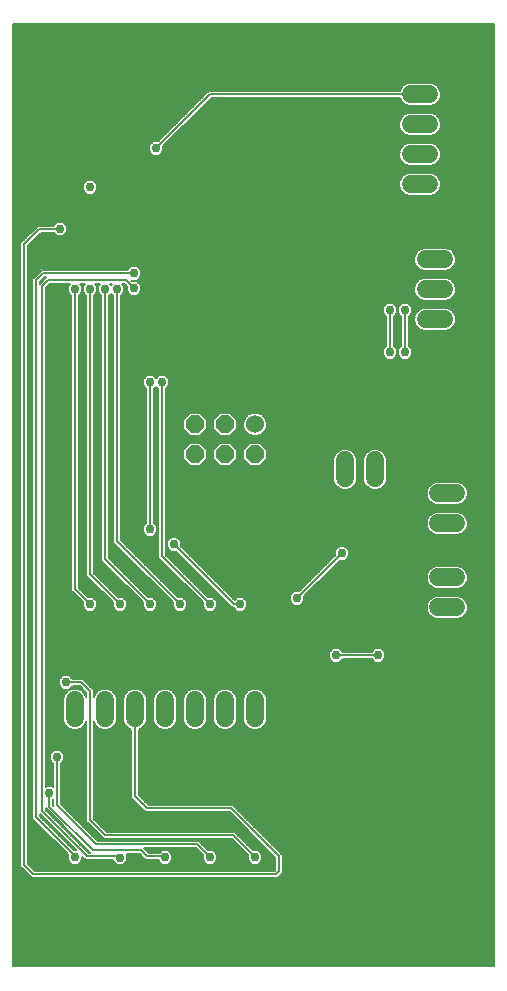
<source format=gbl>
G75*
%MOIN*%
%OFA0B0*%
%FSLAX25Y25*%
%IPPOS*%
%LPD*%
%AMOC8*
5,1,8,0,0,1.08239X$1,22.5*
%
%ADD10C,0.06000*%
%ADD11C,0.06000*%
%ADD12OC8,0.06000*%
%ADD13C,0.05937*%
%ADD14C,0.00600*%
%ADD15C,0.02978*%
D10*
X0029634Y0116933D02*
X0029634Y0122933D01*
X0039634Y0122933D02*
X0039634Y0116933D01*
X0049634Y0116933D02*
X0049634Y0122933D01*
X0059634Y0122933D02*
X0059634Y0116933D01*
X0069634Y0116933D02*
X0069634Y0122933D01*
X0079634Y0122933D02*
X0079634Y0116933D01*
X0089634Y0116933D02*
X0089634Y0122933D01*
X0146634Y0249933D02*
X0152634Y0249933D01*
X0152634Y0259933D02*
X0146634Y0259933D01*
X0146634Y0269933D02*
X0152634Y0269933D01*
X0147634Y0294933D02*
X0141634Y0294933D01*
X0141634Y0304933D02*
X0147634Y0304933D01*
X0147634Y0314933D02*
X0141634Y0314933D01*
X0141634Y0324933D02*
X0147634Y0324933D01*
D11*
X0089634Y0214933D03*
D12*
X0089634Y0204933D03*
X0079634Y0204933D03*
X0079634Y0214933D03*
X0069634Y0214933D03*
X0069634Y0204933D03*
D13*
X0119634Y0202902D02*
X0119634Y0196965D01*
X0129634Y0196965D02*
X0129634Y0202902D01*
X0150666Y0191933D02*
X0156603Y0191933D01*
X0156603Y0181933D02*
X0150666Y0181933D01*
X0150666Y0163933D02*
X0156603Y0163933D01*
X0156603Y0153933D02*
X0150666Y0153933D01*
D14*
X0008934Y0034233D02*
X0008934Y0348334D01*
X0169255Y0348334D01*
X0169255Y0034233D01*
X0008934Y0034233D01*
X0008934Y0034747D02*
X0169255Y0034747D01*
X0169255Y0035345D02*
X0008934Y0035345D01*
X0008934Y0035944D02*
X0169255Y0035944D01*
X0169255Y0036543D02*
X0008934Y0036543D01*
X0008934Y0037141D02*
X0169255Y0037141D01*
X0169255Y0037740D02*
X0008934Y0037740D01*
X0008934Y0038338D02*
X0169255Y0038338D01*
X0169255Y0038937D02*
X0008934Y0038937D01*
X0008934Y0039535D02*
X0169255Y0039535D01*
X0169255Y0040134D02*
X0008934Y0040134D01*
X0008934Y0040732D02*
X0169255Y0040732D01*
X0169255Y0041331D02*
X0008934Y0041331D01*
X0008934Y0041929D02*
X0169255Y0041929D01*
X0169255Y0042528D02*
X0008934Y0042528D01*
X0008934Y0043126D02*
X0169255Y0043126D01*
X0169255Y0043725D02*
X0008934Y0043725D01*
X0008934Y0044323D02*
X0169255Y0044323D01*
X0169255Y0044922D02*
X0008934Y0044922D01*
X0008934Y0045520D02*
X0169255Y0045520D01*
X0169255Y0046119D02*
X0008934Y0046119D01*
X0008934Y0046717D02*
X0169255Y0046717D01*
X0169255Y0047316D02*
X0008934Y0047316D01*
X0008934Y0047914D02*
X0169255Y0047914D01*
X0169255Y0048513D02*
X0008934Y0048513D01*
X0008934Y0049111D02*
X0169255Y0049111D01*
X0169255Y0049710D02*
X0008934Y0049710D01*
X0008934Y0050308D02*
X0169255Y0050308D01*
X0169255Y0050907D02*
X0008934Y0050907D01*
X0008934Y0051505D02*
X0169255Y0051505D01*
X0169255Y0052104D02*
X0008934Y0052104D01*
X0008934Y0052702D02*
X0169255Y0052702D01*
X0169255Y0053301D02*
X0008934Y0053301D01*
X0008934Y0053899D02*
X0169255Y0053899D01*
X0169255Y0054498D02*
X0008934Y0054498D01*
X0008934Y0055096D02*
X0169255Y0055096D01*
X0169255Y0055695D02*
X0008934Y0055695D01*
X0008934Y0056293D02*
X0169255Y0056293D01*
X0169255Y0056892D02*
X0008934Y0056892D01*
X0008934Y0057490D02*
X0169255Y0057490D01*
X0169255Y0058089D02*
X0008934Y0058089D01*
X0008934Y0058687D02*
X0169255Y0058687D01*
X0169255Y0059286D02*
X0008934Y0059286D01*
X0008934Y0059884D02*
X0169255Y0059884D01*
X0169255Y0060483D02*
X0008934Y0060483D01*
X0008934Y0061081D02*
X0169255Y0061081D01*
X0169255Y0061680D02*
X0008934Y0061680D01*
X0008934Y0062279D02*
X0169255Y0062279D01*
X0169255Y0062877D02*
X0008934Y0062877D01*
X0008934Y0063476D02*
X0169255Y0063476D01*
X0169255Y0064074D02*
X0097472Y0064074D01*
X0097131Y0063733D02*
X0097834Y0064436D01*
X0097834Y0064436D01*
X0098834Y0065436D01*
X0098834Y0071430D01*
X0082131Y0088133D01*
X0054131Y0088133D01*
X0050834Y0091430D01*
X0050834Y0113209D01*
X0051843Y0113627D01*
X0052940Y0114724D01*
X0053534Y0116157D01*
X0053534Y0123709D01*
X0052940Y0125142D01*
X0051843Y0126239D01*
X0050410Y0126833D01*
X0048858Y0126833D01*
X0047425Y0126239D01*
X0046328Y0125142D01*
X0045734Y0123709D01*
X0045734Y0116157D01*
X0046328Y0114724D01*
X0047425Y0113627D01*
X0048434Y0113209D01*
X0048434Y0090436D01*
X0052434Y0086436D01*
X0053137Y0085733D01*
X0081137Y0085733D01*
X0096434Y0070436D01*
X0096434Y0066430D01*
X0096137Y0066133D01*
X0016131Y0066133D01*
X0013834Y0068430D01*
X0013834Y0274436D01*
X0018131Y0278733D01*
X0022534Y0278733D01*
X0023644Y0277623D01*
X0025624Y0277623D01*
X0027023Y0279022D01*
X0027023Y0281001D01*
X0025624Y0282401D01*
X0023644Y0282401D01*
X0022377Y0281133D01*
X0017137Y0281133D01*
X0011434Y0275430D01*
X0011434Y0067436D01*
X0012137Y0066733D01*
X0015137Y0063733D01*
X0097131Y0063733D01*
X0096634Y0064933D02*
X0015634Y0064933D01*
X0012634Y0067933D01*
X0012634Y0274933D01*
X0017634Y0279933D01*
X0024634Y0279933D01*
X0024634Y0280012D01*
X0026342Y0278341D02*
X0169255Y0278341D01*
X0169255Y0277743D02*
X0025743Y0277743D01*
X0026940Y0278940D02*
X0169255Y0278940D01*
X0169255Y0279538D02*
X0027023Y0279538D01*
X0027023Y0280137D02*
X0169255Y0280137D01*
X0169255Y0280735D02*
X0027023Y0280735D01*
X0026691Y0281334D02*
X0169255Y0281334D01*
X0169255Y0281932D02*
X0026092Y0281932D01*
X0023176Y0281932D02*
X0008934Y0281932D01*
X0008934Y0281334D02*
X0022577Y0281334D01*
X0022926Y0278341D02*
X0017739Y0278341D01*
X0017141Y0277743D02*
X0023525Y0277743D01*
X0018452Y0266448D02*
X0016137Y0264133D01*
X0015434Y0263430D01*
X0015434Y0083436D01*
X0027262Y0071608D01*
X0027245Y0071592D01*
X0027245Y0069613D01*
X0028644Y0068213D01*
X0030624Y0068213D01*
X0032023Y0069613D01*
X0032023Y0070847D01*
X0032434Y0070436D01*
X0033137Y0069733D01*
X0042245Y0069733D01*
X0042245Y0069555D01*
X0043644Y0068155D01*
X0045624Y0068155D01*
X0047023Y0069555D01*
X0047023Y0071534D01*
X0046824Y0071733D01*
X0051137Y0071733D01*
X0052434Y0070436D01*
X0053137Y0069733D01*
X0057245Y0069733D01*
X0057245Y0069613D01*
X0058644Y0068213D01*
X0060624Y0068213D01*
X0062023Y0069613D01*
X0062023Y0071592D01*
X0060624Y0072991D01*
X0058644Y0072991D01*
X0057786Y0072133D01*
X0054131Y0072133D01*
X0052531Y0073733D01*
X0069806Y0073733D01*
X0072245Y0071294D01*
X0072245Y0069613D01*
X0073644Y0068213D01*
X0075624Y0068213D01*
X0077023Y0069613D01*
X0077023Y0071592D01*
X0075624Y0072991D01*
X0073942Y0072991D01*
X0071503Y0075430D01*
X0070800Y0076133D01*
X0037131Y0076133D01*
X0024834Y0088430D01*
X0024834Y0101755D01*
X0026023Y0102944D01*
X0026023Y0104923D01*
X0024624Y0106322D01*
X0022644Y0106322D01*
X0021245Y0104923D01*
X0021245Y0102944D01*
X0022434Y0101755D01*
X0022434Y0093901D01*
X0022013Y0094322D01*
X0020033Y0094322D01*
X0019834Y0094123D01*
X0019834Y0260436D01*
X0021131Y0261733D01*
X0028055Y0261733D01*
X0027245Y0260923D01*
X0027245Y0258944D01*
X0028434Y0257755D01*
X0028434Y0159436D01*
X0029137Y0158733D01*
X0032245Y0155625D01*
X0032245Y0153944D01*
X0033644Y0152544D01*
X0035624Y0152544D01*
X0037023Y0153944D01*
X0037023Y0155923D01*
X0035624Y0157322D01*
X0033942Y0157322D01*
X0030834Y0160430D01*
X0030834Y0257755D01*
X0032023Y0258944D01*
X0032023Y0260923D01*
X0031212Y0261733D01*
X0033055Y0261733D01*
X0032245Y0260923D01*
X0032245Y0258944D01*
X0033434Y0257755D01*
X0033434Y0164436D01*
X0042245Y0155625D01*
X0042245Y0153944D01*
X0043644Y0152544D01*
X0045624Y0152544D01*
X0047023Y0153944D01*
X0047023Y0155923D01*
X0045624Y0157322D01*
X0043942Y0157322D01*
X0035834Y0165430D01*
X0035834Y0257755D01*
X0037023Y0258944D01*
X0037023Y0260923D01*
X0036213Y0261733D01*
X0038055Y0261733D01*
X0037245Y0260923D01*
X0037245Y0258944D01*
X0038434Y0257755D01*
X0038434Y0169436D01*
X0052245Y0155625D01*
X0052245Y0153944D01*
X0053644Y0152544D01*
X0055624Y0152544D01*
X0057023Y0153944D01*
X0057023Y0155923D01*
X0055624Y0157322D01*
X0053942Y0157322D01*
X0040834Y0170430D01*
X0040834Y0257755D01*
X0041634Y0258555D01*
X0042434Y0257755D01*
X0042434Y0175436D01*
X0062245Y0155625D01*
X0062245Y0153944D01*
X0063644Y0152544D01*
X0065624Y0152544D01*
X0067023Y0153944D01*
X0067023Y0155923D01*
X0065624Y0157322D01*
X0063942Y0157322D01*
X0044834Y0176430D01*
X0044834Y0257755D01*
X0046023Y0258944D01*
X0046023Y0260923D01*
X0045212Y0261733D01*
X0046019Y0261733D01*
X0046812Y0260940D01*
X0046812Y0259258D01*
X0048211Y0257859D01*
X0050190Y0257859D01*
X0051590Y0259258D01*
X0051590Y0261238D01*
X0050190Y0262637D01*
X0048509Y0262637D01*
X0048287Y0262859D01*
X0050190Y0262859D01*
X0051590Y0264258D01*
X0051590Y0266238D01*
X0050190Y0267637D01*
X0048211Y0267637D01*
X0047022Y0266448D01*
X0018452Y0266448D01*
X0018375Y0266371D02*
X0013834Y0266371D01*
X0013834Y0266969D02*
X0047544Y0266969D01*
X0048142Y0267568D02*
X0013834Y0267568D01*
X0013834Y0268166D02*
X0143144Y0268166D01*
X0143328Y0267724D02*
X0144425Y0266627D01*
X0145858Y0266033D01*
X0153410Y0266033D01*
X0154843Y0266627D01*
X0155940Y0267724D01*
X0156534Y0269157D01*
X0156534Y0270709D01*
X0155940Y0272142D01*
X0154843Y0273239D01*
X0153410Y0273833D01*
X0145858Y0273833D01*
X0144425Y0273239D01*
X0143328Y0272142D01*
X0142734Y0270709D01*
X0142734Y0269157D01*
X0143328Y0267724D01*
X0143484Y0267568D02*
X0050260Y0267568D01*
X0050858Y0266969D02*
X0144082Y0266969D01*
X0145043Y0266371D02*
X0051457Y0266371D01*
X0051590Y0265772D02*
X0169255Y0265772D01*
X0169255Y0265174D02*
X0051590Y0265174D01*
X0051590Y0264575D02*
X0169255Y0264575D01*
X0169255Y0263977D02*
X0051308Y0263977D01*
X0050710Y0263378D02*
X0144760Y0263378D01*
X0144425Y0263239D02*
X0145858Y0263833D01*
X0153410Y0263833D01*
X0154843Y0263239D01*
X0155940Y0262142D01*
X0156534Y0260709D01*
X0156534Y0259157D01*
X0155940Y0257724D01*
X0154843Y0256627D01*
X0153410Y0256033D01*
X0145858Y0256033D01*
X0144425Y0256627D01*
X0143328Y0257724D01*
X0142734Y0259157D01*
X0142734Y0260709D01*
X0143328Y0262142D01*
X0144425Y0263239D01*
X0143965Y0262780D02*
X0048366Y0262780D01*
X0046516Y0262933D02*
X0049201Y0260248D01*
X0050922Y0258590D02*
X0142969Y0258590D01*
X0142734Y0259189D02*
X0051520Y0259189D01*
X0051590Y0259787D02*
X0142734Y0259787D01*
X0142734Y0260386D02*
X0051590Y0260386D01*
X0051590Y0260984D02*
X0142848Y0260984D01*
X0143096Y0261583D02*
X0051245Y0261583D01*
X0050646Y0262181D02*
X0143367Y0262181D01*
X0142897Y0268765D02*
X0013834Y0268765D01*
X0013834Y0269363D02*
X0142734Y0269363D01*
X0142734Y0269962D02*
X0013834Y0269962D01*
X0013834Y0270560D02*
X0142734Y0270560D01*
X0142920Y0271159D02*
X0013834Y0271159D01*
X0013834Y0271757D02*
X0143168Y0271757D01*
X0143541Y0272356D02*
X0013834Y0272356D01*
X0013834Y0272954D02*
X0144140Y0272954D01*
X0145182Y0273553D02*
X0013834Y0273553D01*
X0013834Y0274152D02*
X0169255Y0274152D01*
X0169255Y0274750D02*
X0014148Y0274750D01*
X0014747Y0275349D02*
X0169255Y0275349D01*
X0169255Y0275947D02*
X0015345Y0275947D01*
X0015944Y0276546D02*
X0169255Y0276546D01*
X0169255Y0277144D02*
X0016542Y0277144D01*
X0014943Y0278940D02*
X0008934Y0278940D01*
X0008934Y0279538D02*
X0015542Y0279538D01*
X0016141Y0280137D02*
X0008934Y0280137D01*
X0008934Y0280735D02*
X0016739Y0280735D01*
X0014345Y0278341D02*
X0008934Y0278341D01*
X0008934Y0277743D02*
X0013746Y0277743D01*
X0013148Y0277144D02*
X0008934Y0277144D01*
X0008934Y0276546D02*
X0012549Y0276546D01*
X0011951Y0275947D02*
X0008934Y0275947D01*
X0008934Y0275349D02*
X0011434Y0275349D01*
X0011434Y0274750D02*
X0008934Y0274750D01*
X0008934Y0274152D02*
X0011434Y0274152D01*
X0011434Y0273553D02*
X0008934Y0273553D01*
X0008934Y0272954D02*
X0011434Y0272954D01*
X0011434Y0272356D02*
X0008934Y0272356D01*
X0008934Y0271757D02*
X0011434Y0271757D01*
X0011434Y0271159D02*
X0008934Y0271159D01*
X0008934Y0270560D02*
X0011434Y0270560D01*
X0011434Y0269962D02*
X0008934Y0269962D01*
X0008934Y0269363D02*
X0011434Y0269363D01*
X0011434Y0268765D02*
X0008934Y0268765D01*
X0008934Y0268166D02*
X0011434Y0268166D01*
X0011434Y0267568D02*
X0008934Y0267568D01*
X0008934Y0266969D02*
X0011434Y0266969D01*
X0011434Y0266371D02*
X0008934Y0266371D01*
X0008934Y0265772D02*
X0011434Y0265772D01*
X0011434Y0265174D02*
X0008934Y0265174D01*
X0008934Y0264575D02*
X0011434Y0264575D01*
X0011434Y0263977D02*
X0008934Y0263977D01*
X0008934Y0263378D02*
X0011434Y0263378D01*
X0011434Y0262780D02*
X0008934Y0262780D01*
X0008934Y0262181D02*
X0011434Y0262181D01*
X0011434Y0261583D02*
X0008934Y0261583D01*
X0008934Y0260984D02*
X0011434Y0260984D01*
X0011434Y0260386D02*
X0008934Y0260386D01*
X0008934Y0259787D02*
X0011434Y0259787D01*
X0011434Y0259189D02*
X0008934Y0259189D01*
X0008934Y0258590D02*
X0011434Y0258590D01*
X0011434Y0257992D02*
X0008934Y0257992D01*
X0008934Y0257393D02*
X0011434Y0257393D01*
X0011434Y0256795D02*
X0008934Y0256795D01*
X0008934Y0256196D02*
X0011434Y0256196D01*
X0011434Y0255598D02*
X0008934Y0255598D01*
X0008934Y0254999D02*
X0011434Y0254999D01*
X0011434Y0254401D02*
X0008934Y0254401D01*
X0008934Y0253802D02*
X0011434Y0253802D01*
X0011434Y0253204D02*
X0008934Y0253204D01*
X0008934Y0252605D02*
X0011434Y0252605D01*
X0011434Y0252007D02*
X0008934Y0252007D01*
X0008934Y0251408D02*
X0011434Y0251408D01*
X0011434Y0250810D02*
X0008934Y0250810D01*
X0008934Y0250211D02*
X0011434Y0250211D01*
X0011434Y0249613D02*
X0008934Y0249613D01*
X0008934Y0249014D02*
X0011434Y0249014D01*
X0011434Y0248416D02*
X0008934Y0248416D01*
X0008934Y0247817D02*
X0011434Y0247817D01*
X0011434Y0247219D02*
X0008934Y0247219D01*
X0008934Y0246620D02*
X0011434Y0246620D01*
X0011434Y0246021D02*
X0008934Y0246021D01*
X0008934Y0245423D02*
X0011434Y0245423D01*
X0011434Y0244824D02*
X0008934Y0244824D01*
X0008934Y0244226D02*
X0011434Y0244226D01*
X0011434Y0243627D02*
X0008934Y0243627D01*
X0008934Y0243029D02*
X0011434Y0243029D01*
X0011434Y0242430D02*
X0008934Y0242430D01*
X0008934Y0241832D02*
X0011434Y0241832D01*
X0011434Y0241233D02*
X0008934Y0241233D01*
X0008934Y0240635D02*
X0011434Y0240635D01*
X0011434Y0240036D02*
X0008934Y0240036D01*
X0008934Y0239438D02*
X0011434Y0239438D01*
X0011434Y0238839D02*
X0008934Y0238839D01*
X0008934Y0238241D02*
X0011434Y0238241D01*
X0011434Y0237642D02*
X0008934Y0237642D01*
X0008934Y0237044D02*
X0011434Y0237044D01*
X0011434Y0236445D02*
X0008934Y0236445D01*
X0008934Y0235847D02*
X0011434Y0235847D01*
X0011434Y0235248D02*
X0008934Y0235248D01*
X0008934Y0234650D02*
X0011434Y0234650D01*
X0011434Y0234051D02*
X0008934Y0234051D01*
X0008934Y0233453D02*
X0011434Y0233453D01*
X0011434Y0232854D02*
X0008934Y0232854D01*
X0008934Y0232256D02*
X0011434Y0232256D01*
X0011434Y0231657D02*
X0008934Y0231657D01*
X0008934Y0231059D02*
X0011434Y0231059D01*
X0011434Y0230460D02*
X0008934Y0230460D01*
X0008934Y0229862D02*
X0011434Y0229862D01*
X0011434Y0229263D02*
X0008934Y0229263D01*
X0008934Y0228665D02*
X0011434Y0228665D01*
X0011434Y0228066D02*
X0008934Y0228066D01*
X0008934Y0227468D02*
X0011434Y0227468D01*
X0011434Y0226869D02*
X0008934Y0226869D01*
X0008934Y0226271D02*
X0011434Y0226271D01*
X0011434Y0225672D02*
X0008934Y0225672D01*
X0008934Y0225074D02*
X0011434Y0225074D01*
X0011434Y0224475D02*
X0008934Y0224475D01*
X0008934Y0223877D02*
X0011434Y0223877D01*
X0011434Y0223278D02*
X0008934Y0223278D01*
X0008934Y0222680D02*
X0011434Y0222680D01*
X0011434Y0222081D02*
X0008934Y0222081D01*
X0008934Y0221483D02*
X0011434Y0221483D01*
X0011434Y0220884D02*
X0008934Y0220884D01*
X0008934Y0220285D02*
X0011434Y0220285D01*
X0011434Y0219687D02*
X0008934Y0219687D01*
X0008934Y0219088D02*
X0011434Y0219088D01*
X0011434Y0218490D02*
X0008934Y0218490D01*
X0008934Y0217891D02*
X0011434Y0217891D01*
X0011434Y0217293D02*
X0008934Y0217293D01*
X0008934Y0216694D02*
X0011434Y0216694D01*
X0011434Y0216096D02*
X0008934Y0216096D01*
X0008934Y0215497D02*
X0011434Y0215497D01*
X0011434Y0214899D02*
X0008934Y0214899D01*
X0008934Y0214300D02*
X0011434Y0214300D01*
X0011434Y0213702D02*
X0008934Y0213702D01*
X0008934Y0213103D02*
X0011434Y0213103D01*
X0011434Y0212505D02*
X0008934Y0212505D01*
X0008934Y0211906D02*
X0011434Y0211906D01*
X0011434Y0211308D02*
X0008934Y0211308D01*
X0008934Y0210709D02*
X0011434Y0210709D01*
X0011434Y0210111D02*
X0008934Y0210111D01*
X0008934Y0209512D02*
X0011434Y0209512D01*
X0011434Y0208914D02*
X0008934Y0208914D01*
X0008934Y0208315D02*
X0011434Y0208315D01*
X0011434Y0207717D02*
X0008934Y0207717D01*
X0008934Y0207118D02*
X0011434Y0207118D01*
X0011434Y0206520D02*
X0008934Y0206520D01*
X0008934Y0205921D02*
X0011434Y0205921D01*
X0011434Y0205323D02*
X0008934Y0205323D01*
X0008934Y0204724D02*
X0011434Y0204724D01*
X0011434Y0204126D02*
X0008934Y0204126D01*
X0008934Y0203527D02*
X0011434Y0203527D01*
X0011434Y0202929D02*
X0008934Y0202929D01*
X0008934Y0202330D02*
X0011434Y0202330D01*
X0011434Y0201732D02*
X0008934Y0201732D01*
X0008934Y0201133D02*
X0011434Y0201133D01*
X0011434Y0200535D02*
X0008934Y0200535D01*
X0008934Y0199936D02*
X0011434Y0199936D01*
X0011434Y0199338D02*
X0008934Y0199338D01*
X0008934Y0198739D02*
X0011434Y0198739D01*
X0011434Y0198141D02*
X0008934Y0198141D01*
X0008934Y0197542D02*
X0011434Y0197542D01*
X0011434Y0196944D02*
X0008934Y0196944D01*
X0008934Y0196345D02*
X0011434Y0196345D01*
X0011434Y0195747D02*
X0008934Y0195747D01*
X0008934Y0195148D02*
X0011434Y0195148D01*
X0011434Y0194550D02*
X0008934Y0194550D01*
X0008934Y0193951D02*
X0011434Y0193951D01*
X0011434Y0193352D02*
X0008934Y0193352D01*
X0008934Y0192754D02*
X0011434Y0192754D01*
X0011434Y0192155D02*
X0008934Y0192155D01*
X0008934Y0191557D02*
X0011434Y0191557D01*
X0011434Y0190958D02*
X0008934Y0190958D01*
X0008934Y0190360D02*
X0011434Y0190360D01*
X0011434Y0189761D02*
X0008934Y0189761D01*
X0008934Y0189163D02*
X0011434Y0189163D01*
X0011434Y0188564D02*
X0008934Y0188564D01*
X0008934Y0187966D02*
X0011434Y0187966D01*
X0011434Y0187367D02*
X0008934Y0187367D01*
X0008934Y0186769D02*
X0011434Y0186769D01*
X0011434Y0186170D02*
X0008934Y0186170D01*
X0008934Y0185572D02*
X0011434Y0185572D01*
X0011434Y0184973D02*
X0008934Y0184973D01*
X0008934Y0184375D02*
X0011434Y0184375D01*
X0011434Y0183776D02*
X0008934Y0183776D01*
X0008934Y0183178D02*
X0011434Y0183178D01*
X0011434Y0182579D02*
X0008934Y0182579D01*
X0008934Y0181981D02*
X0011434Y0181981D01*
X0011434Y0181382D02*
X0008934Y0181382D01*
X0008934Y0180784D02*
X0011434Y0180784D01*
X0011434Y0180185D02*
X0008934Y0180185D01*
X0008934Y0179587D02*
X0011434Y0179587D01*
X0011434Y0178988D02*
X0008934Y0178988D01*
X0008934Y0178390D02*
X0011434Y0178390D01*
X0011434Y0177791D02*
X0008934Y0177791D01*
X0008934Y0177193D02*
X0011434Y0177193D01*
X0011434Y0176594D02*
X0008934Y0176594D01*
X0008934Y0175996D02*
X0011434Y0175996D01*
X0011434Y0175397D02*
X0008934Y0175397D01*
X0008934Y0174799D02*
X0011434Y0174799D01*
X0011434Y0174200D02*
X0008934Y0174200D01*
X0008934Y0173602D02*
X0011434Y0173602D01*
X0011434Y0173003D02*
X0008934Y0173003D01*
X0008934Y0172405D02*
X0011434Y0172405D01*
X0011434Y0171806D02*
X0008934Y0171806D01*
X0008934Y0171208D02*
X0011434Y0171208D01*
X0011434Y0170609D02*
X0008934Y0170609D01*
X0008934Y0170011D02*
X0011434Y0170011D01*
X0011434Y0169412D02*
X0008934Y0169412D01*
X0008934Y0168814D02*
X0011434Y0168814D01*
X0011434Y0168215D02*
X0008934Y0168215D01*
X0008934Y0167616D02*
X0011434Y0167616D01*
X0011434Y0167018D02*
X0008934Y0167018D01*
X0008934Y0166419D02*
X0011434Y0166419D01*
X0011434Y0165821D02*
X0008934Y0165821D01*
X0008934Y0165222D02*
X0011434Y0165222D01*
X0011434Y0164624D02*
X0008934Y0164624D01*
X0008934Y0164025D02*
X0011434Y0164025D01*
X0011434Y0163427D02*
X0008934Y0163427D01*
X0008934Y0162828D02*
X0011434Y0162828D01*
X0011434Y0162230D02*
X0008934Y0162230D01*
X0008934Y0161631D02*
X0011434Y0161631D01*
X0011434Y0161033D02*
X0008934Y0161033D01*
X0008934Y0160434D02*
X0011434Y0160434D01*
X0011434Y0159836D02*
X0008934Y0159836D01*
X0008934Y0159237D02*
X0011434Y0159237D01*
X0011434Y0158639D02*
X0008934Y0158639D01*
X0008934Y0158040D02*
X0011434Y0158040D01*
X0011434Y0157442D02*
X0008934Y0157442D01*
X0008934Y0156843D02*
X0011434Y0156843D01*
X0011434Y0156245D02*
X0008934Y0156245D01*
X0008934Y0155646D02*
X0011434Y0155646D01*
X0011434Y0155048D02*
X0008934Y0155048D01*
X0008934Y0154449D02*
X0011434Y0154449D01*
X0011434Y0153851D02*
X0008934Y0153851D01*
X0008934Y0153252D02*
X0011434Y0153252D01*
X0011434Y0152654D02*
X0008934Y0152654D01*
X0008934Y0152055D02*
X0011434Y0152055D01*
X0011434Y0151457D02*
X0008934Y0151457D01*
X0008934Y0150858D02*
X0011434Y0150858D01*
X0011434Y0150260D02*
X0008934Y0150260D01*
X0008934Y0149661D02*
X0011434Y0149661D01*
X0011434Y0149063D02*
X0008934Y0149063D01*
X0008934Y0148464D02*
X0011434Y0148464D01*
X0011434Y0147866D02*
X0008934Y0147866D01*
X0008934Y0147267D02*
X0011434Y0147267D01*
X0011434Y0146669D02*
X0008934Y0146669D01*
X0008934Y0146070D02*
X0011434Y0146070D01*
X0011434Y0145472D02*
X0008934Y0145472D01*
X0008934Y0144873D02*
X0011434Y0144873D01*
X0011434Y0144275D02*
X0008934Y0144275D01*
X0008934Y0143676D02*
X0011434Y0143676D01*
X0011434Y0143078D02*
X0008934Y0143078D01*
X0008934Y0142479D02*
X0011434Y0142479D01*
X0011434Y0141881D02*
X0008934Y0141881D01*
X0008934Y0141282D02*
X0011434Y0141282D01*
X0011434Y0140683D02*
X0008934Y0140683D01*
X0008934Y0140085D02*
X0011434Y0140085D01*
X0011434Y0139486D02*
X0008934Y0139486D01*
X0008934Y0138888D02*
X0011434Y0138888D01*
X0011434Y0138289D02*
X0008934Y0138289D01*
X0008934Y0137691D02*
X0011434Y0137691D01*
X0011434Y0137092D02*
X0008934Y0137092D01*
X0008934Y0136494D02*
X0011434Y0136494D01*
X0011434Y0135895D02*
X0008934Y0135895D01*
X0008934Y0135297D02*
X0011434Y0135297D01*
X0011434Y0134698D02*
X0008934Y0134698D01*
X0008934Y0134100D02*
X0011434Y0134100D01*
X0011434Y0133501D02*
X0008934Y0133501D01*
X0008934Y0132903D02*
X0011434Y0132903D01*
X0011434Y0132304D02*
X0008934Y0132304D01*
X0008934Y0131706D02*
X0011434Y0131706D01*
X0011434Y0131107D02*
X0008934Y0131107D01*
X0008934Y0130509D02*
X0011434Y0130509D01*
X0011434Y0129910D02*
X0008934Y0129910D01*
X0008934Y0129312D02*
X0011434Y0129312D01*
X0011434Y0128713D02*
X0008934Y0128713D01*
X0008934Y0128115D02*
X0011434Y0128115D01*
X0011434Y0127516D02*
X0008934Y0127516D01*
X0008934Y0126918D02*
X0011434Y0126918D01*
X0011434Y0126319D02*
X0008934Y0126319D01*
X0008934Y0125721D02*
X0011434Y0125721D01*
X0011434Y0125122D02*
X0008934Y0125122D01*
X0008934Y0124524D02*
X0011434Y0124524D01*
X0011434Y0123925D02*
X0008934Y0123925D01*
X0008934Y0123327D02*
X0011434Y0123327D01*
X0011434Y0122728D02*
X0008934Y0122728D01*
X0008934Y0122130D02*
X0011434Y0122130D01*
X0011434Y0121531D02*
X0008934Y0121531D01*
X0008934Y0120933D02*
X0011434Y0120933D01*
X0011434Y0120334D02*
X0008934Y0120334D01*
X0008934Y0119736D02*
X0011434Y0119736D01*
X0011434Y0119137D02*
X0008934Y0119137D01*
X0008934Y0118539D02*
X0011434Y0118539D01*
X0011434Y0117940D02*
X0008934Y0117940D01*
X0008934Y0117342D02*
X0011434Y0117342D01*
X0011434Y0116743D02*
X0008934Y0116743D01*
X0008934Y0116145D02*
X0011434Y0116145D01*
X0011434Y0115546D02*
X0008934Y0115546D01*
X0008934Y0114948D02*
X0011434Y0114948D01*
X0011434Y0114349D02*
X0008934Y0114349D01*
X0008934Y0113750D02*
X0011434Y0113750D01*
X0011434Y0113152D02*
X0008934Y0113152D01*
X0008934Y0112553D02*
X0011434Y0112553D01*
X0011434Y0111955D02*
X0008934Y0111955D01*
X0008934Y0111356D02*
X0011434Y0111356D01*
X0011434Y0110758D02*
X0008934Y0110758D01*
X0008934Y0110159D02*
X0011434Y0110159D01*
X0011434Y0109561D02*
X0008934Y0109561D01*
X0008934Y0108962D02*
X0011434Y0108962D01*
X0011434Y0108364D02*
X0008934Y0108364D01*
X0008934Y0107765D02*
X0011434Y0107765D01*
X0011434Y0107167D02*
X0008934Y0107167D01*
X0008934Y0106568D02*
X0011434Y0106568D01*
X0011434Y0105970D02*
X0008934Y0105970D01*
X0008934Y0105371D02*
X0011434Y0105371D01*
X0011434Y0104773D02*
X0008934Y0104773D01*
X0008934Y0104174D02*
X0011434Y0104174D01*
X0011434Y0103576D02*
X0008934Y0103576D01*
X0008934Y0102977D02*
X0011434Y0102977D01*
X0011434Y0102379D02*
X0008934Y0102379D01*
X0008934Y0101780D02*
X0011434Y0101780D01*
X0011434Y0101182D02*
X0008934Y0101182D01*
X0008934Y0100583D02*
X0011434Y0100583D01*
X0011434Y0099985D02*
X0008934Y0099985D01*
X0008934Y0099386D02*
X0011434Y0099386D01*
X0011434Y0098788D02*
X0008934Y0098788D01*
X0008934Y0098189D02*
X0011434Y0098189D01*
X0011434Y0097591D02*
X0008934Y0097591D01*
X0008934Y0096992D02*
X0011434Y0096992D01*
X0011434Y0096394D02*
X0008934Y0096394D01*
X0008934Y0095795D02*
X0011434Y0095795D01*
X0011434Y0095197D02*
X0008934Y0095197D01*
X0008934Y0094598D02*
X0011434Y0094598D01*
X0011434Y0094000D02*
X0008934Y0094000D01*
X0008934Y0093401D02*
X0011434Y0093401D01*
X0011434Y0092803D02*
X0008934Y0092803D01*
X0008934Y0092204D02*
X0011434Y0092204D01*
X0011434Y0091606D02*
X0008934Y0091606D01*
X0008934Y0091007D02*
X0011434Y0091007D01*
X0011434Y0090409D02*
X0008934Y0090409D01*
X0008934Y0089810D02*
X0011434Y0089810D01*
X0011434Y0089212D02*
X0008934Y0089212D01*
X0008934Y0088613D02*
X0011434Y0088613D01*
X0011434Y0088014D02*
X0008934Y0088014D01*
X0008934Y0087416D02*
X0011434Y0087416D01*
X0011434Y0086817D02*
X0008934Y0086817D01*
X0008934Y0086219D02*
X0011434Y0086219D01*
X0011434Y0085620D02*
X0008934Y0085620D01*
X0008934Y0085022D02*
X0011434Y0085022D01*
X0011434Y0084423D02*
X0008934Y0084423D01*
X0008934Y0083825D02*
X0011434Y0083825D01*
X0011434Y0083226D02*
X0008934Y0083226D01*
X0008934Y0082628D02*
X0011434Y0082628D01*
X0011434Y0082029D02*
X0008934Y0082029D01*
X0008934Y0081431D02*
X0011434Y0081431D01*
X0011434Y0080832D02*
X0008934Y0080832D01*
X0008934Y0080234D02*
X0011434Y0080234D01*
X0011434Y0079635D02*
X0008934Y0079635D01*
X0008934Y0079037D02*
X0011434Y0079037D01*
X0011434Y0078438D02*
X0008934Y0078438D01*
X0008934Y0077840D02*
X0011434Y0077840D01*
X0011434Y0077241D02*
X0008934Y0077241D01*
X0008934Y0076643D02*
X0011434Y0076643D01*
X0011434Y0076044D02*
X0008934Y0076044D01*
X0008934Y0075446D02*
X0011434Y0075446D01*
X0011434Y0074847D02*
X0008934Y0074847D01*
X0008934Y0074249D02*
X0011434Y0074249D01*
X0011434Y0073650D02*
X0008934Y0073650D01*
X0008934Y0073052D02*
X0011434Y0073052D01*
X0011434Y0072453D02*
X0008934Y0072453D01*
X0008934Y0071855D02*
X0011434Y0071855D01*
X0011434Y0071256D02*
X0008934Y0071256D01*
X0008934Y0070658D02*
X0011434Y0070658D01*
X0011434Y0070059D02*
X0008934Y0070059D01*
X0008934Y0069461D02*
X0011434Y0069461D01*
X0011434Y0068862D02*
X0008934Y0068862D01*
X0008934Y0068264D02*
X0011434Y0068264D01*
X0011434Y0067665D02*
X0008934Y0067665D01*
X0008934Y0067067D02*
X0011803Y0067067D01*
X0012402Y0066468D02*
X0008934Y0066468D01*
X0008934Y0065870D02*
X0013000Y0065870D01*
X0013599Y0065271D02*
X0008934Y0065271D01*
X0008934Y0064673D02*
X0014197Y0064673D01*
X0014796Y0064074D02*
X0008934Y0064074D01*
X0014000Y0068264D02*
X0028594Y0068264D01*
X0027996Y0068862D02*
X0013834Y0068862D01*
X0013834Y0069461D02*
X0027397Y0069461D01*
X0027245Y0070059D02*
X0013834Y0070059D01*
X0013834Y0070658D02*
X0027245Y0070658D01*
X0027245Y0071256D02*
X0013834Y0071256D01*
X0013834Y0071855D02*
X0027015Y0071855D01*
X0026417Y0072453D02*
X0013834Y0072453D01*
X0013834Y0073052D02*
X0025818Y0073052D01*
X0025220Y0073650D02*
X0013834Y0073650D01*
X0013834Y0074249D02*
X0024621Y0074249D01*
X0024023Y0074847D02*
X0013834Y0074847D01*
X0013834Y0075446D02*
X0023424Y0075446D01*
X0022826Y0076044D02*
X0013834Y0076044D01*
X0013834Y0076643D02*
X0022227Y0076643D01*
X0021629Y0077241D02*
X0013834Y0077241D01*
X0013834Y0077840D02*
X0021030Y0077840D01*
X0020432Y0078438D02*
X0013834Y0078438D01*
X0013834Y0079037D02*
X0019833Y0079037D01*
X0019235Y0079635D02*
X0013834Y0079635D01*
X0013834Y0080234D02*
X0018636Y0080234D01*
X0018038Y0080832D02*
X0013834Y0080832D01*
X0013834Y0081431D02*
X0017439Y0081431D01*
X0016841Y0082029D02*
X0013834Y0082029D01*
X0013834Y0082628D02*
X0016242Y0082628D01*
X0015644Y0083226D02*
X0013834Y0083226D01*
X0013834Y0083825D02*
X0015434Y0083825D01*
X0015434Y0084423D02*
X0013834Y0084423D01*
X0013834Y0085022D02*
X0015434Y0085022D01*
X0015434Y0085620D02*
X0013834Y0085620D01*
X0013834Y0086219D02*
X0015434Y0086219D01*
X0015434Y0086817D02*
X0013834Y0086817D01*
X0013834Y0087416D02*
X0015434Y0087416D01*
X0015434Y0088014D02*
X0013834Y0088014D01*
X0013834Y0088613D02*
X0015434Y0088613D01*
X0015434Y0089212D02*
X0013834Y0089212D01*
X0013834Y0089810D02*
X0015434Y0089810D01*
X0015434Y0090409D02*
X0013834Y0090409D01*
X0013834Y0091007D02*
X0015434Y0091007D01*
X0015434Y0091606D02*
X0013834Y0091606D01*
X0013834Y0092204D02*
X0015434Y0092204D01*
X0015434Y0092803D02*
X0013834Y0092803D01*
X0013834Y0093401D02*
X0015434Y0093401D01*
X0015434Y0094000D02*
X0013834Y0094000D01*
X0013834Y0094598D02*
X0015434Y0094598D01*
X0015434Y0095197D02*
X0013834Y0095197D01*
X0013834Y0095795D02*
X0015434Y0095795D01*
X0015434Y0096394D02*
X0013834Y0096394D01*
X0013834Y0096992D02*
X0015434Y0096992D01*
X0015434Y0097591D02*
X0013834Y0097591D01*
X0013834Y0098189D02*
X0015434Y0098189D01*
X0015434Y0098788D02*
X0013834Y0098788D01*
X0013834Y0099386D02*
X0015434Y0099386D01*
X0015434Y0099985D02*
X0013834Y0099985D01*
X0013834Y0100583D02*
X0015434Y0100583D01*
X0015434Y0101182D02*
X0013834Y0101182D01*
X0013834Y0101780D02*
X0015434Y0101780D01*
X0015434Y0102379D02*
X0013834Y0102379D01*
X0013834Y0102977D02*
X0015434Y0102977D01*
X0015434Y0103576D02*
X0013834Y0103576D01*
X0013834Y0104174D02*
X0015434Y0104174D01*
X0015434Y0104773D02*
X0013834Y0104773D01*
X0013834Y0105371D02*
X0015434Y0105371D01*
X0015434Y0105970D02*
X0013834Y0105970D01*
X0013834Y0106568D02*
X0015434Y0106568D01*
X0015434Y0107167D02*
X0013834Y0107167D01*
X0013834Y0107765D02*
X0015434Y0107765D01*
X0015434Y0108364D02*
X0013834Y0108364D01*
X0013834Y0108962D02*
X0015434Y0108962D01*
X0015434Y0109561D02*
X0013834Y0109561D01*
X0013834Y0110159D02*
X0015434Y0110159D01*
X0015434Y0110758D02*
X0013834Y0110758D01*
X0013834Y0111356D02*
X0015434Y0111356D01*
X0015434Y0111955D02*
X0013834Y0111955D01*
X0013834Y0112553D02*
X0015434Y0112553D01*
X0015434Y0113152D02*
X0013834Y0113152D01*
X0013834Y0113750D02*
X0015434Y0113750D01*
X0015434Y0114349D02*
X0013834Y0114349D01*
X0013834Y0114948D02*
X0015434Y0114948D01*
X0015434Y0115546D02*
X0013834Y0115546D01*
X0013834Y0116145D02*
X0015434Y0116145D01*
X0015434Y0116743D02*
X0013834Y0116743D01*
X0013834Y0117342D02*
X0015434Y0117342D01*
X0015434Y0117940D02*
X0013834Y0117940D01*
X0013834Y0118539D02*
X0015434Y0118539D01*
X0015434Y0119137D02*
X0013834Y0119137D01*
X0013834Y0119736D02*
X0015434Y0119736D01*
X0015434Y0120334D02*
X0013834Y0120334D01*
X0013834Y0120933D02*
X0015434Y0120933D01*
X0015434Y0121531D02*
X0013834Y0121531D01*
X0013834Y0122130D02*
X0015434Y0122130D01*
X0015434Y0122728D02*
X0013834Y0122728D01*
X0013834Y0123327D02*
X0015434Y0123327D01*
X0015434Y0123925D02*
X0013834Y0123925D01*
X0013834Y0124524D02*
X0015434Y0124524D01*
X0015434Y0125122D02*
X0013834Y0125122D01*
X0013834Y0125721D02*
X0015434Y0125721D01*
X0015434Y0126319D02*
X0013834Y0126319D01*
X0013834Y0126918D02*
X0015434Y0126918D01*
X0015434Y0127516D02*
X0013834Y0127516D01*
X0013834Y0128115D02*
X0015434Y0128115D01*
X0015434Y0128713D02*
X0013834Y0128713D01*
X0013834Y0129312D02*
X0015434Y0129312D01*
X0015434Y0129910D02*
X0013834Y0129910D01*
X0013834Y0130509D02*
X0015434Y0130509D01*
X0015434Y0131107D02*
X0013834Y0131107D01*
X0013834Y0131706D02*
X0015434Y0131706D01*
X0015434Y0132304D02*
X0013834Y0132304D01*
X0013834Y0132903D02*
X0015434Y0132903D01*
X0015434Y0133501D02*
X0013834Y0133501D01*
X0013834Y0134100D02*
X0015434Y0134100D01*
X0015434Y0134698D02*
X0013834Y0134698D01*
X0013834Y0135297D02*
X0015434Y0135297D01*
X0015434Y0135895D02*
X0013834Y0135895D01*
X0013834Y0136494D02*
X0015434Y0136494D01*
X0015434Y0137092D02*
X0013834Y0137092D01*
X0013834Y0137691D02*
X0015434Y0137691D01*
X0015434Y0138289D02*
X0013834Y0138289D01*
X0013834Y0138888D02*
X0015434Y0138888D01*
X0015434Y0139486D02*
X0013834Y0139486D01*
X0013834Y0140085D02*
X0015434Y0140085D01*
X0015434Y0140683D02*
X0013834Y0140683D01*
X0013834Y0141282D02*
X0015434Y0141282D01*
X0015434Y0141881D02*
X0013834Y0141881D01*
X0013834Y0142479D02*
X0015434Y0142479D01*
X0015434Y0143078D02*
X0013834Y0143078D01*
X0013834Y0143676D02*
X0015434Y0143676D01*
X0015434Y0144275D02*
X0013834Y0144275D01*
X0013834Y0144873D02*
X0015434Y0144873D01*
X0015434Y0145472D02*
X0013834Y0145472D01*
X0013834Y0146070D02*
X0015434Y0146070D01*
X0015434Y0146669D02*
X0013834Y0146669D01*
X0013834Y0147267D02*
X0015434Y0147267D01*
X0015434Y0147866D02*
X0013834Y0147866D01*
X0013834Y0148464D02*
X0015434Y0148464D01*
X0015434Y0149063D02*
X0013834Y0149063D01*
X0013834Y0149661D02*
X0015434Y0149661D01*
X0015434Y0150260D02*
X0013834Y0150260D01*
X0013834Y0150858D02*
X0015434Y0150858D01*
X0015434Y0151457D02*
X0013834Y0151457D01*
X0013834Y0152055D02*
X0015434Y0152055D01*
X0015434Y0152654D02*
X0013834Y0152654D01*
X0013834Y0153252D02*
X0015434Y0153252D01*
X0015434Y0153851D02*
X0013834Y0153851D01*
X0013834Y0154449D02*
X0015434Y0154449D01*
X0015434Y0155048D02*
X0013834Y0155048D01*
X0013834Y0155646D02*
X0015434Y0155646D01*
X0015434Y0156245D02*
X0013834Y0156245D01*
X0013834Y0156843D02*
X0015434Y0156843D01*
X0015434Y0157442D02*
X0013834Y0157442D01*
X0013834Y0158040D02*
X0015434Y0158040D01*
X0015434Y0158639D02*
X0013834Y0158639D01*
X0013834Y0159237D02*
X0015434Y0159237D01*
X0015434Y0159836D02*
X0013834Y0159836D01*
X0013834Y0160434D02*
X0015434Y0160434D01*
X0015434Y0161033D02*
X0013834Y0161033D01*
X0013834Y0161631D02*
X0015434Y0161631D01*
X0015434Y0162230D02*
X0013834Y0162230D01*
X0013834Y0162828D02*
X0015434Y0162828D01*
X0015434Y0163427D02*
X0013834Y0163427D01*
X0013834Y0164025D02*
X0015434Y0164025D01*
X0015434Y0164624D02*
X0013834Y0164624D01*
X0013834Y0165222D02*
X0015434Y0165222D01*
X0015434Y0165821D02*
X0013834Y0165821D01*
X0013834Y0166419D02*
X0015434Y0166419D01*
X0015434Y0167018D02*
X0013834Y0167018D01*
X0013834Y0167616D02*
X0015434Y0167616D01*
X0015434Y0168215D02*
X0013834Y0168215D01*
X0013834Y0168814D02*
X0015434Y0168814D01*
X0015434Y0169412D02*
X0013834Y0169412D01*
X0013834Y0170011D02*
X0015434Y0170011D01*
X0015434Y0170609D02*
X0013834Y0170609D01*
X0013834Y0171208D02*
X0015434Y0171208D01*
X0015434Y0171806D02*
X0013834Y0171806D01*
X0013834Y0172405D02*
X0015434Y0172405D01*
X0015434Y0173003D02*
X0013834Y0173003D01*
X0013834Y0173602D02*
X0015434Y0173602D01*
X0015434Y0174200D02*
X0013834Y0174200D01*
X0013834Y0174799D02*
X0015434Y0174799D01*
X0015434Y0175397D02*
X0013834Y0175397D01*
X0013834Y0175996D02*
X0015434Y0175996D01*
X0015434Y0176594D02*
X0013834Y0176594D01*
X0013834Y0177193D02*
X0015434Y0177193D01*
X0015434Y0177791D02*
X0013834Y0177791D01*
X0013834Y0178390D02*
X0015434Y0178390D01*
X0015434Y0178988D02*
X0013834Y0178988D01*
X0013834Y0179587D02*
X0015434Y0179587D01*
X0015434Y0180185D02*
X0013834Y0180185D01*
X0013834Y0180784D02*
X0015434Y0180784D01*
X0015434Y0181382D02*
X0013834Y0181382D01*
X0013834Y0181981D02*
X0015434Y0181981D01*
X0015434Y0182579D02*
X0013834Y0182579D01*
X0013834Y0183178D02*
X0015434Y0183178D01*
X0015434Y0183776D02*
X0013834Y0183776D01*
X0013834Y0184375D02*
X0015434Y0184375D01*
X0015434Y0184973D02*
X0013834Y0184973D01*
X0013834Y0185572D02*
X0015434Y0185572D01*
X0015434Y0186170D02*
X0013834Y0186170D01*
X0013834Y0186769D02*
X0015434Y0186769D01*
X0015434Y0187367D02*
X0013834Y0187367D01*
X0013834Y0187966D02*
X0015434Y0187966D01*
X0015434Y0188564D02*
X0013834Y0188564D01*
X0013834Y0189163D02*
X0015434Y0189163D01*
X0015434Y0189761D02*
X0013834Y0189761D01*
X0013834Y0190360D02*
X0015434Y0190360D01*
X0015434Y0190958D02*
X0013834Y0190958D01*
X0013834Y0191557D02*
X0015434Y0191557D01*
X0015434Y0192155D02*
X0013834Y0192155D01*
X0013834Y0192754D02*
X0015434Y0192754D01*
X0015434Y0193352D02*
X0013834Y0193352D01*
X0013834Y0193951D02*
X0015434Y0193951D01*
X0015434Y0194550D02*
X0013834Y0194550D01*
X0013834Y0195148D02*
X0015434Y0195148D01*
X0015434Y0195747D02*
X0013834Y0195747D01*
X0013834Y0196345D02*
X0015434Y0196345D01*
X0015434Y0196944D02*
X0013834Y0196944D01*
X0013834Y0197542D02*
X0015434Y0197542D01*
X0015434Y0198141D02*
X0013834Y0198141D01*
X0013834Y0198739D02*
X0015434Y0198739D01*
X0015434Y0199338D02*
X0013834Y0199338D01*
X0013834Y0199936D02*
X0015434Y0199936D01*
X0015434Y0200535D02*
X0013834Y0200535D01*
X0013834Y0201133D02*
X0015434Y0201133D01*
X0015434Y0201732D02*
X0013834Y0201732D01*
X0013834Y0202330D02*
X0015434Y0202330D01*
X0015434Y0202929D02*
X0013834Y0202929D01*
X0013834Y0203527D02*
X0015434Y0203527D01*
X0015434Y0204126D02*
X0013834Y0204126D01*
X0013834Y0204724D02*
X0015434Y0204724D01*
X0015434Y0205323D02*
X0013834Y0205323D01*
X0013834Y0205921D02*
X0015434Y0205921D01*
X0015434Y0206520D02*
X0013834Y0206520D01*
X0013834Y0207118D02*
X0015434Y0207118D01*
X0015434Y0207717D02*
X0013834Y0207717D01*
X0013834Y0208315D02*
X0015434Y0208315D01*
X0015434Y0208914D02*
X0013834Y0208914D01*
X0013834Y0209512D02*
X0015434Y0209512D01*
X0015434Y0210111D02*
X0013834Y0210111D01*
X0013834Y0210709D02*
X0015434Y0210709D01*
X0015434Y0211308D02*
X0013834Y0211308D01*
X0013834Y0211906D02*
X0015434Y0211906D01*
X0015434Y0212505D02*
X0013834Y0212505D01*
X0013834Y0213103D02*
X0015434Y0213103D01*
X0015434Y0213702D02*
X0013834Y0213702D01*
X0013834Y0214300D02*
X0015434Y0214300D01*
X0015434Y0214899D02*
X0013834Y0214899D01*
X0013834Y0215497D02*
X0015434Y0215497D01*
X0015434Y0216096D02*
X0013834Y0216096D01*
X0013834Y0216694D02*
X0015434Y0216694D01*
X0015434Y0217293D02*
X0013834Y0217293D01*
X0013834Y0217891D02*
X0015434Y0217891D01*
X0015434Y0218490D02*
X0013834Y0218490D01*
X0013834Y0219088D02*
X0015434Y0219088D01*
X0015434Y0219687D02*
X0013834Y0219687D01*
X0013834Y0220285D02*
X0015434Y0220285D01*
X0015434Y0220884D02*
X0013834Y0220884D01*
X0013834Y0221483D02*
X0015434Y0221483D01*
X0015434Y0222081D02*
X0013834Y0222081D01*
X0013834Y0222680D02*
X0015434Y0222680D01*
X0015434Y0223278D02*
X0013834Y0223278D01*
X0013834Y0223877D02*
X0015434Y0223877D01*
X0015434Y0224475D02*
X0013834Y0224475D01*
X0013834Y0225074D02*
X0015434Y0225074D01*
X0015434Y0225672D02*
X0013834Y0225672D01*
X0013834Y0226271D02*
X0015434Y0226271D01*
X0015434Y0226869D02*
X0013834Y0226869D01*
X0013834Y0227468D02*
X0015434Y0227468D01*
X0015434Y0228066D02*
X0013834Y0228066D01*
X0013834Y0228665D02*
X0015434Y0228665D01*
X0015434Y0229263D02*
X0013834Y0229263D01*
X0013834Y0229862D02*
X0015434Y0229862D01*
X0015434Y0230460D02*
X0013834Y0230460D01*
X0013834Y0231059D02*
X0015434Y0231059D01*
X0015434Y0231657D02*
X0013834Y0231657D01*
X0013834Y0232256D02*
X0015434Y0232256D01*
X0015434Y0232854D02*
X0013834Y0232854D01*
X0013834Y0233453D02*
X0015434Y0233453D01*
X0015434Y0234051D02*
X0013834Y0234051D01*
X0013834Y0234650D02*
X0015434Y0234650D01*
X0015434Y0235248D02*
X0013834Y0235248D01*
X0013834Y0235847D02*
X0015434Y0235847D01*
X0015434Y0236445D02*
X0013834Y0236445D01*
X0013834Y0237044D02*
X0015434Y0237044D01*
X0015434Y0237642D02*
X0013834Y0237642D01*
X0013834Y0238241D02*
X0015434Y0238241D01*
X0015434Y0238839D02*
X0013834Y0238839D01*
X0013834Y0239438D02*
X0015434Y0239438D01*
X0015434Y0240036D02*
X0013834Y0240036D01*
X0013834Y0240635D02*
X0015434Y0240635D01*
X0015434Y0241233D02*
X0013834Y0241233D01*
X0013834Y0241832D02*
X0015434Y0241832D01*
X0015434Y0242430D02*
X0013834Y0242430D01*
X0013834Y0243029D02*
X0015434Y0243029D01*
X0015434Y0243627D02*
X0013834Y0243627D01*
X0013834Y0244226D02*
X0015434Y0244226D01*
X0015434Y0244824D02*
X0013834Y0244824D01*
X0013834Y0245423D02*
X0015434Y0245423D01*
X0015434Y0246021D02*
X0013834Y0246021D01*
X0013834Y0246620D02*
X0015434Y0246620D01*
X0015434Y0247219D02*
X0013834Y0247219D01*
X0013834Y0247817D02*
X0015434Y0247817D01*
X0015434Y0248416D02*
X0013834Y0248416D01*
X0013834Y0249014D02*
X0015434Y0249014D01*
X0015434Y0249613D02*
X0013834Y0249613D01*
X0013834Y0250211D02*
X0015434Y0250211D01*
X0015434Y0250810D02*
X0013834Y0250810D01*
X0013834Y0251408D02*
X0015434Y0251408D01*
X0015434Y0252007D02*
X0013834Y0252007D01*
X0013834Y0252605D02*
X0015434Y0252605D01*
X0015434Y0253204D02*
X0013834Y0253204D01*
X0013834Y0253802D02*
X0015434Y0253802D01*
X0015434Y0254401D02*
X0013834Y0254401D01*
X0013834Y0254999D02*
X0015434Y0254999D01*
X0015434Y0255598D02*
X0013834Y0255598D01*
X0013834Y0256196D02*
X0015434Y0256196D01*
X0015434Y0256795D02*
X0013834Y0256795D01*
X0013834Y0257393D02*
X0015434Y0257393D01*
X0015434Y0257992D02*
X0013834Y0257992D01*
X0013834Y0258590D02*
X0015434Y0258590D01*
X0015434Y0259189D02*
X0013834Y0259189D01*
X0013834Y0259787D02*
X0015434Y0259787D01*
X0015434Y0260386D02*
X0013834Y0260386D01*
X0013834Y0260984D02*
X0015434Y0260984D01*
X0015434Y0261583D02*
X0013834Y0261583D01*
X0013834Y0262181D02*
X0015434Y0262181D01*
X0015434Y0262780D02*
X0013834Y0262780D01*
X0013834Y0263378D02*
X0015434Y0263378D01*
X0015981Y0263977D02*
X0013834Y0263977D01*
X0013834Y0264575D02*
X0016579Y0264575D01*
X0017178Y0265174D02*
X0013834Y0265174D01*
X0013834Y0265772D02*
X0017776Y0265772D01*
X0018949Y0265248D02*
X0016634Y0262933D01*
X0016634Y0083933D01*
X0029634Y0070933D01*
X0029634Y0070602D01*
X0032023Y0070658D02*
X0032212Y0070658D01*
X0032023Y0070059D02*
X0032811Y0070059D01*
X0031871Y0069461D02*
X0042339Y0069461D01*
X0042937Y0068862D02*
X0031272Y0068862D01*
X0030674Y0068264D02*
X0043536Y0068264D01*
X0045732Y0068264D02*
X0058594Y0068264D01*
X0057996Y0068862D02*
X0046331Y0068862D01*
X0046929Y0069461D02*
X0057397Y0069461D01*
X0059634Y0070602D02*
X0059634Y0070933D01*
X0053634Y0070933D01*
X0051634Y0072933D01*
X0035634Y0072933D01*
X0021023Y0087544D01*
X0021023Y0091933D01*
X0022434Y0089966D02*
X0022434Y0087830D01*
X0022223Y0088041D01*
X0022223Y0089755D01*
X0022434Y0089966D01*
X0022434Y0089810D02*
X0022278Y0089810D01*
X0022223Y0089212D02*
X0022434Y0089212D01*
X0022434Y0088613D02*
X0022223Y0088613D01*
X0022250Y0088014D02*
X0022434Y0088014D01*
X0023634Y0087933D02*
X0023634Y0103933D01*
X0025458Y0102379D02*
X0033434Y0102379D01*
X0033434Y0102977D02*
X0026023Y0102977D01*
X0026023Y0103576D02*
X0033434Y0103576D01*
X0033434Y0104174D02*
X0026023Y0104174D01*
X0026023Y0104773D02*
X0033434Y0104773D01*
X0033434Y0105371D02*
X0025574Y0105371D01*
X0024976Y0105970D02*
X0033434Y0105970D01*
X0033434Y0106568D02*
X0019834Y0106568D01*
X0019834Y0105970D02*
X0022292Y0105970D01*
X0021694Y0105371D02*
X0019834Y0105371D01*
X0019834Y0104773D02*
X0021245Y0104773D01*
X0021245Y0104174D02*
X0019834Y0104174D01*
X0019834Y0103576D02*
X0021245Y0103576D01*
X0021245Y0102977D02*
X0019834Y0102977D01*
X0019834Y0102379D02*
X0021810Y0102379D01*
X0022408Y0101780D02*
X0019834Y0101780D01*
X0019834Y0101182D02*
X0022434Y0101182D01*
X0022434Y0100583D02*
X0019834Y0100583D01*
X0019834Y0099985D02*
X0022434Y0099985D01*
X0022434Y0099386D02*
X0019834Y0099386D01*
X0019834Y0098788D02*
X0022434Y0098788D01*
X0022434Y0098189D02*
X0019834Y0098189D01*
X0019834Y0097591D02*
X0022434Y0097591D01*
X0022434Y0096992D02*
X0019834Y0096992D01*
X0019834Y0096394D02*
X0022434Y0096394D01*
X0022434Y0095795D02*
X0019834Y0095795D01*
X0019834Y0095197D02*
X0022434Y0095197D01*
X0022434Y0094598D02*
X0019834Y0094598D01*
X0022335Y0094000D02*
X0022434Y0094000D01*
X0024834Y0094000D02*
X0033434Y0094000D01*
X0033434Y0094598D02*
X0024834Y0094598D01*
X0024834Y0095197D02*
X0033434Y0095197D01*
X0033434Y0095795D02*
X0024834Y0095795D01*
X0024834Y0096394D02*
X0033434Y0096394D01*
X0033434Y0096992D02*
X0024834Y0096992D01*
X0024834Y0097591D02*
X0033434Y0097591D01*
X0033434Y0098189D02*
X0024834Y0098189D01*
X0024834Y0098788D02*
X0033434Y0098788D01*
X0033434Y0099386D02*
X0024834Y0099386D01*
X0024834Y0099985D02*
X0033434Y0099985D01*
X0033434Y0100583D02*
X0024834Y0100583D01*
X0024834Y0101182D02*
X0033434Y0101182D01*
X0033434Y0101780D02*
X0024860Y0101780D01*
X0019834Y0107167D02*
X0033434Y0107167D01*
X0033434Y0107765D02*
X0019834Y0107765D01*
X0019834Y0108364D02*
X0033434Y0108364D01*
X0033434Y0108962D02*
X0019834Y0108962D01*
X0019834Y0109561D02*
X0033434Y0109561D01*
X0033434Y0110159D02*
X0019834Y0110159D01*
X0019834Y0110758D02*
X0033434Y0110758D01*
X0033434Y0111356D02*
X0019834Y0111356D01*
X0019834Y0111955D02*
X0033434Y0111955D01*
X0033434Y0112553D02*
X0019834Y0112553D01*
X0019834Y0113152D02*
X0028571Y0113152D01*
X0028858Y0113033D02*
X0030410Y0113033D01*
X0031843Y0113627D01*
X0032940Y0114724D01*
X0033434Y0115916D01*
X0033434Y0082436D01*
X0034137Y0081733D01*
X0039137Y0076733D01*
X0081806Y0076733D01*
X0087245Y0071294D01*
X0087245Y0069613D01*
X0088644Y0068213D01*
X0090624Y0068213D01*
X0092023Y0069613D01*
X0092023Y0071592D01*
X0090624Y0072991D01*
X0088942Y0072991D01*
X0083503Y0078430D01*
X0082800Y0079133D01*
X0040131Y0079133D01*
X0035834Y0083430D01*
X0035834Y0115916D01*
X0036328Y0114724D01*
X0037425Y0113627D01*
X0038858Y0113033D01*
X0040410Y0113033D01*
X0041843Y0113627D01*
X0042940Y0114724D01*
X0043534Y0116157D01*
X0043534Y0123709D01*
X0042940Y0125142D01*
X0041843Y0126239D01*
X0040410Y0126833D01*
X0038858Y0126833D01*
X0037425Y0126239D01*
X0036328Y0125142D01*
X0035834Y0123950D01*
X0035834Y0126430D01*
X0032834Y0129430D01*
X0032131Y0130133D01*
X0028813Y0130133D01*
X0027624Y0131322D01*
X0025644Y0131322D01*
X0024245Y0129923D01*
X0024245Y0127944D01*
X0025644Y0126544D01*
X0027624Y0126544D01*
X0028813Y0127733D01*
X0031137Y0127733D01*
X0033434Y0125436D01*
X0033434Y0123950D01*
X0032940Y0125142D01*
X0031843Y0126239D01*
X0030410Y0126833D01*
X0028858Y0126833D01*
X0027425Y0126239D01*
X0026328Y0125142D01*
X0025734Y0123709D01*
X0025734Y0116157D01*
X0026328Y0114724D01*
X0027425Y0113627D01*
X0028858Y0113033D01*
X0027301Y0113750D02*
X0019834Y0113750D01*
X0019834Y0114349D02*
X0026703Y0114349D01*
X0026235Y0114948D02*
X0019834Y0114948D01*
X0019834Y0115546D02*
X0025987Y0115546D01*
X0025739Y0116145D02*
X0019834Y0116145D01*
X0019834Y0116743D02*
X0025734Y0116743D01*
X0025734Y0117342D02*
X0019834Y0117342D01*
X0019834Y0117940D02*
X0025734Y0117940D01*
X0025734Y0118539D02*
X0019834Y0118539D01*
X0019834Y0119137D02*
X0025734Y0119137D01*
X0025734Y0119736D02*
X0019834Y0119736D01*
X0019834Y0120334D02*
X0025734Y0120334D01*
X0025734Y0120933D02*
X0019834Y0120933D01*
X0019834Y0121531D02*
X0025734Y0121531D01*
X0025734Y0122130D02*
X0019834Y0122130D01*
X0019834Y0122728D02*
X0025734Y0122728D01*
X0025734Y0123327D02*
X0019834Y0123327D01*
X0019834Y0123925D02*
X0025824Y0123925D01*
X0026072Y0124524D02*
X0019834Y0124524D01*
X0019834Y0125122D02*
X0026319Y0125122D01*
X0026906Y0125721D02*
X0019834Y0125721D01*
X0019834Y0126319D02*
X0027618Y0126319D01*
X0027997Y0126918D02*
X0031952Y0126918D01*
X0031650Y0126319D02*
X0032551Y0126319D01*
X0032362Y0125721D02*
X0033149Y0125721D01*
X0032949Y0125122D02*
X0033434Y0125122D01*
X0033434Y0124524D02*
X0033196Y0124524D01*
X0034634Y0125933D02*
X0031634Y0128933D01*
X0026634Y0128933D01*
X0024831Y0130509D02*
X0019834Y0130509D01*
X0019834Y0131107D02*
X0025430Y0131107D01*
X0024245Y0129910D02*
X0019834Y0129910D01*
X0019834Y0129312D02*
X0024245Y0129312D01*
X0024245Y0128713D02*
X0019834Y0128713D01*
X0019834Y0128115D02*
X0024245Y0128115D01*
X0024672Y0127516D02*
X0019834Y0127516D01*
X0019834Y0126918D02*
X0025271Y0126918D01*
X0028596Y0127516D02*
X0031354Y0127516D01*
X0032952Y0129312D02*
X0169255Y0129312D01*
X0169255Y0129910D02*
X0032354Y0129910D01*
X0033551Y0128713D02*
X0169255Y0128713D01*
X0169255Y0128115D02*
X0034149Y0128115D01*
X0034748Y0127516D02*
X0169255Y0127516D01*
X0169255Y0126918D02*
X0035346Y0126918D01*
X0035834Y0126319D02*
X0037618Y0126319D01*
X0036906Y0125721D02*
X0035834Y0125721D01*
X0035834Y0125122D02*
X0036319Y0125122D01*
X0036072Y0124524D02*
X0035834Y0124524D01*
X0034634Y0125933D02*
X0034634Y0082933D01*
X0039634Y0077933D01*
X0082303Y0077933D01*
X0089634Y0070602D01*
X0092023Y0070658D02*
X0096212Y0070658D01*
X0096434Y0070059D02*
X0092023Y0070059D01*
X0091871Y0069461D02*
X0096434Y0069461D01*
X0096434Y0068862D02*
X0091272Y0068862D01*
X0090674Y0068264D02*
X0096434Y0068264D01*
X0096434Y0067665D02*
X0014599Y0067665D01*
X0015198Y0067067D02*
X0096434Y0067067D01*
X0096434Y0066468D02*
X0015796Y0066468D01*
X0025023Y0077241D02*
X0025629Y0077241D01*
X0025621Y0076643D02*
X0026227Y0076643D01*
X0026220Y0076044D02*
X0026826Y0076044D01*
X0026818Y0075446D02*
X0027424Y0075446D01*
X0027417Y0074847D02*
X0028023Y0074847D01*
X0028015Y0074249D02*
X0028621Y0074249D01*
X0028614Y0073650D02*
X0029220Y0073650D01*
X0029212Y0073052D02*
X0029818Y0073052D01*
X0029879Y0072991D02*
X0029273Y0072991D01*
X0017834Y0084430D01*
X0017834Y0085036D01*
X0029879Y0072991D01*
X0031417Y0074847D02*
X0032023Y0074847D01*
X0032015Y0074249D02*
X0032621Y0074249D01*
X0032614Y0073650D02*
X0033220Y0073650D01*
X0033212Y0073052D02*
X0033818Y0073052D01*
X0033811Y0072453D02*
X0034417Y0072453D01*
X0034434Y0072436D02*
X0034737Y0072133D01*
X0034131Y0072133D01*
X0019834Y0086430D01*
X0019834Y0087036D01*
X0034434Y0072436D01*
X0033634Y0070933D02*
X0044634Y0070933D01*
X0044634Y0070544D01*
X0047023Y0070658D02*
X0052212Y0070658D01*
X0051614Y0071256D02*
X0047023Y0071256D01*
X0047023Y0070059D02*
X0052811Y0070059D01*
X0053811Y0072453D02*
X0058106Y0072453D01*
X0060674Y0068264D02*
X0073594Y0068264D01*
X0072996Y0068862D02*
X0061272Y0068862D01*
X0061871Y0069461D02*
X0072397Y0069461D01*
X0072245Y0070059D02*
X0062023Y0070059D01*
X0062023Y0070658D02*
X0072245Y0070658D01*
X0072245Y0071256D02*
X0062023Y0071256D01*
X0061760Y0071855D02*
X0071685Y0071855D01*
X0071086Y0072453D02*
X0061162Y0072453D01*
X0053212Y0073052D02*
X0070488Y0073052D01*
X0069889Y0073650D02*
X0052614Y0073650D01*
X0052651Y0086219D02*
X0035834Y0086219D01*
X0035834Y0086817D02*
X0052053Y0086817D01*
X0051454Y0087416D02*
X0035834Y0087416D01*
X0035834Y0088014D02*
X0050856Y0088014D01*
X0050257Y0088613D02*
X0035834Y0088613D01*
X0035834Y0089212D02*
X0049659Y0089212D01*
X0049060Y0089810D02*
X0035834Y0089810D01*
X0035834Y0090409D02*
X0048461Y0090409D01*
X0048434Y0091007D02*
X0035834Y0091007D01*
X0035834Y0091606D02*
X0048434Y0091606D01*
X0048434Y0092204D02*
X0035834Y0092204D01*
X0035834Y0092803D02*
X0048434Y0092803D01*
X0048434Y0093401D02*
X0035834Y0093401D01*
X0035834Y0094000D02*
X0048434Y0094000D01*
X0048434Y0094598D02*
X0035834Y0094598D01*
X0035834Y0095197D02*
X0048434Y0095197D01*
X0048434Y0095795D02*
X0035834Y0095795D01*
X0035834Y0096394D02*
X0048434Y0096394D01*
X0048434Y0096992D02*
X0035834Y0096992D01*
X0035834Y0097591D02*
X0048434Y0097591D01*
X0048434Y0098189D02*
X0035834Y0098189D01*
X0035834Y0098788D02*
X0048434Y0098788D01*
X0048434Y0099386D02*
X0035834Y0099386D01*
X0035834Y0099985D02*
X0048434Y0099985D01*
X0048434Y0100583D02*
X0035834Y0100583D01*
X0035834Y0101182D02*
X0048434Y0101182D01*
X0048434Y0101780D02*
X0035834Y0101780D01*
X0035834Y0102379D02*
X0048434Y0102379D01*
X0048434Y0102977D02*
X0035834Y0102977D01*
X0035834Y0103576D02*
X0048434Y0103576D01*
X0048434Y0104174D02*
X0035834Y0104174D01*
X0035834Y0104773D02*
X0048434Y0104773D01*
X0048434Y0105371D02*
X0035834Y0105371D01*
X0035834Y0105970D02*
X0048434Y0105970D01*
X0048434Y0106568D02*
X0035834Y0106568D01*
X0035834Y0107167D02*
X0048434Y0107167D01*
X0048434Y0107765D02*
X0035834Y0107765D01*
X0035834Y0108364D02*
X0048434Y0108364D01*
X0048434Y0108962D02*
X0035834Y0108962D01*
X0035834Y0109561D02*
X0048434Y0109561D01*
X0048434Y0110159D02*
X0035834Y0110159D01*
X0035834Y0110758D02*
X0048434Y0110758D01*
X0048434Y0111356D02*
X0035834Y0111356D01*
X0035834Y0111955D02*
X0048434Y0111955D01*
X0048434Y0112553D02*
X0035834Y0112553D01*
X0035834Y0113152D02*
X0038571Y0113152D01*
X0037301Y0113750D02*
X0035834Y0113750D01*
X0035834Y0114349D02*
X0036703Y0114349D01*
X0036235Y0114948D02*
X0035834Y0114948D01*
X0035834Y0115546D02*
X0035987Y0115546D01*
X0033434Y0115546D02*
X0033281Y0115546D01*
X0033434Y0114948D02*
X0033033Y0114948D01*
X0033434Y0114349D02*
X0032565Y0114349D01*
X0031967Y0113750D02*
X0033434Y0113750D01*
X0033434Y0113152D02*
X0030697Y0113152D01*
X0040697Y0113152D02*
X0048434Y0113152D01*
X0047301Y0113750D02*
X0041967Y0113750D01*
X0042565Y0114349D02*
X0046703Y0114349D01*
X0046235Y0114948D02*
X0043033Y0114948D01*
X0043281Y0115546D02*
X0045987Y0115546D01*
X0045739Y0116145D02*
X0043529Y0116145D01*
X0043534Y0116743D02*
X0045734Y0116743D01*
X0045734Y0117342D02*
X0043534Y0117342D01*
X0043534Y0117940D02*
X0045734Y0117940D01*
X0045734Y0118539D02*
X0043534Y0118539D01*
X0043534Y0119137D02*
X0045734Y0119137D01*
X0045734Y0119736D02*
X0043534Y0119736D01*
X0043534Y0120334D02*
X0045734Y0120334D01*
X0045734Y0120933D02*
X0043534Y0120933D01*
X0043534Y0121531D02*
X0045734Y0121531D01*
X0045734Y0122130D02*
X0043534Y0122130D01*
X0043534Y0122728D02*
X0045734Y0122728D01*
X0045734Y0123327D02*
X0043534Y0123327D01*
X0043444Y0123925D02*
X0045824Y0123925D01*
X0046072Y0124524D02*
X0043196Y0124524D01*
X0042949Y0125122D02*
X0046319Y0125122D01*
X0046906Y0125721D02*
X0042362Y0125721D01*
X0041650Y0126319D02*
X0047618Y0126319D01*
X0051650Y0126319D02*
X0057618Y0126319D01*
X0057425Y0126239D02*
X0056328Y0125142D01*
X0055734Y0123709D01*
X0055734Y0116157D01*
X0056328Y0114724D01*
X0057425Y0113627D01*
X0058858Y0113033D01*
X0060410Y0113033D01*
X0061843Y0113627D01*
X0062940Y0114724D01*
X0063534Y0116157D01*
X0063534Y0123709D01*
X0062940Y0125142D01*
X0061843Y0126239D01*
X0060410Y0126833D01*
X0058858Y0126833D01*
X0057425Y0126239D01*
X0056906Y0125721D02*
X0052362Y0125721D01*
X0052949Y0125122D02*
X0056319Y0125122D01*
X0056072Y0124524D02*
X0053196Y0124524D01*
X0053444Y0123925D02*
X0055824Y0123925D01*
X0055734Y0123327D02*
X0053534Y0123327D01*
X0053534Y0122728D02*
X0055734Y0122728D01*
X0055734Y0122130D02*
X0053534Y0122130D01*
X0053534Y0121531D02*
X0055734Y0121531D01*
X0055734Y0120933D02*
X0053534Y0120933D01*
X0053534Y0120334D02*
X0055734Y0120334D01*
X0055734Y0119736D02*
X0053534Y0119736D01*
X0053534Y0119137D02*
X0055734Y0119137D01*
X0055734Y0118539D02*
X0053534Y0118539D01*
X0053534Y0117940D02*
X0055734Y0117940D01*
X0055734Y0117342D02*
X0053534Y0117342D01*
X0053534Y0116743D02*
X0055734Y0116743D01*
X0055739Y0116145D02*
X0053529Y0116145D01*
X0053281Y0115546D02*
X0055987Y0115546D01*
X0056235Y0114948D02*
X0053033Y0114948D01*
X0052565Y0114349D02*
X0056703Y0114349D01*
X0057301Y0113750D02*
X0051967Y0113750D01*
X0050834Y0113152D02*
X0058571Y0113152D01*
X0060697Y0113152D02*
X0068571Y0113152D01*
X0068858Y0113033D02*
X0070410Y0113033D01*
X0071843Y0113627D01*
X0072940Y0114724D01*
X0073534Y0116157D01*
X0073534Y0123709D01*
X0072940Y0125142D01*
X0071843Y0126239D01*
X0070410Y0126833D01*
X0068858Y0126833D01*
X0067425Y0126239D01*
X0066328Y0125142D01*
X0065734Y0123709D01*
X0065734Y0116157D01*
X0066328Y0114724D01*
X0067425Y0113627D01*
X0068858Y0113033D01*
X0067301Y0113750D02*
X0061967Y0113750D01*
X0062565Y0114349D02*
X0066703Y0114349D01*
X0066235Y0114948D02*
X0063033Y0114948D01*
X0063281Y0115546D02*
X0065987Y0115546D01*
X0065739Y0116145D02*
X0063529Y0116145D01*
X0063534Y0116743D02*
X0065734Y0116743D01*
X0065734Y0117342D02*
X0063534Y0117342D01*
X0063534Y0117940D02*
X0065734Y0117940D01*
X0065734Y0118539D02*
X0063534Y0118539D01*
X0063534Y0119137D02*
X0065734Y0119137D01*
X0065734Y0119736D02*
X0063534Y0119736D01*
X0063534Y0120334D02*
X0065734Y0120334D01*
X0065734Y0120933D02*
X0063534Y0120933D01*
X0063534Y0121531D02*
X0065734Y0121531D01*
X0065734Y0122130D02*
X0063534Y0122130D01*
X0063534Y0122728D02*
X0065734Y0122728D01*
X0065734Y0123327D02*
X0063534Y0123327D01*
X0063444Y0123925D02*
X0065824Y0123925D01*
X0066072Y0124524D02*
X0063196Y0124524D01*
X0062949Y0125122D02*
X0066319Y0125122D01*
X0066906Y0125721D02*
X0062362Y0125721D01*
X0061650Y0126319D02*
X0067618Y0126319D01*
X0071650Y0126319D02*
X0077618Y0126319D01*
X0077425Y0126239D02*
X0078858Y0126833D01*
X0080410Y0126833D01*
X0081843Y0126239D01*
X0082940Y0125142D01*
X0083534Y0123709D01*
X0083534Y0116157D01*
X0082940Y0114724D01*
X0081843Y0113627D01*
X0080410Y0113033D01*
X0078858Y0113033D01*
X0077425Y0113627D01*
X0076328Y0114724D01*
X0075734Y0116157D01*
X0075734Y0123709D01*
X0076328Y0125142D01*
X0077425Y0126239D01*
X0076906Y0125721D02*
X0072362Y0125721D01*
X0072949Y0125122D02*
X0076319Y0125122D01*
X0076072Y0124524D02*
X0073196Y0124524D01*
X0073444Y0123925D02*
X0075824Y0123925D01*
X0075734Y0123327D02*
X0073534Y0123327D01*
X0073534Y0122728D02*
X0075734Y0122728D01*
X0075734Y0122130D02*
X0073534Y0122130D01*
X0073534Y0121531D02*
X0075734Y0121531D01*
X0075734Y0120933D02*
X0073534Y0120933D01*
X0073534Y0120334D02*
X0075734Y0120334D01*
X0075734Y0119736D02*
X0073534Y0119736D01*
X0073534Y0119137D02*
X0075734Y0119137D01*
X0075734Y0118539D02*
X0073534Y0118539D01*
X0073534Y0117940D02*
X0075734Y0117940D01*
X0075734Y0117342D02*
X0073534Y0117342D01*
X0073534Y0116743D02*
X0075734Y0116743D01*
X0075739Y0116145D02*
X0073529Y0116145D01*
X0073281Y0115546D02*
X0075987Y0115546D01*
X0076235Y0114948D02*
X0073033Y0114948D01*
X0072565Y0114349D02*
X0076703Y0114349D01*
X0077301Y0113750D02*
X0071967Y0113750D01*
X0070697Y0113152D02*
X0078571Y0113152D01*
X0080697Y0113152D02*
X0088571Y0113152D01*
X0088858Y0113033D02*
X0090410Y0113033D01*
X0091843Y0113627D01*
X0092940Y0114724D01*
X0093534Y0116157D01*
X0093534Y0123709D01*
X0092940Y0125142D01*
X0091843Y0126239D01*
X0090410Y0126833D01*
X0088858Y0126833D01*
X0087425Y0126239D01*
X0086328Y0125142D01*
X0085734Y0123709D01*
X0085734Y0116157D01*
X0086328Y0114724D01*
X0087425Y0113627D01*
X0088858Y0113033D01*
X0087301Y0113750D02*
X0081967Y0113750D01*
X0082565Y0114349D02*
X0086703Y0114349D01*
X0086235Y0114948D02*
X0083033Y0114948D01*
X0083281Y0115546D02*
X0085987Y0115546D01*
X0085739Y0116145D02*
X0083529Y0116145D01*
X0083534Y0116743D02*
X0085734Y0116743D01*
X0085734Y0117342D02*
X0083534Y0117342D01*
X0083534Y0117940D02*
X0085734Y0117940D01*
X0085734Y0118539D02*
X0083534Y0118539D01*
X0083534Y0119137D02*
X0085734Y0119137D01*
X0085734Y0119736D02*
X0083534Y0119736D01*
X0083534Y0120334D02*
X0085734Y0120334D01*
X0085734Y0120933D02*
X0083534Y0120933D01*
X0083534Y0121531D02*
X0085734Y0121531D01*
X0085734Y0122130D02*
X0083534Y0122130D01*
X0083534Y0122728D02*
X0085734Y0122728D01*
X0085734Y0123327D02*
X0083534Y0123327D01*
X0083444Y0123925D02*
X0085824Y0123925D01*
X0086072Y0124524D02*
X0083196Y0124524D01*
X0082949Y0125122D02*
X0086319Y0125122D01*
X0086906Y0125721D02*
X0082362Y0125721D01*
X0081650Y0126319D02*
X0087618Y0126319D01*
X0091650Y0126319D02*
X0169255Y0126319D01*
X0169255Y0125721D02*
X0092362Y0125721D01*
X0092949Y0125122D02*
X0169255Y0125122D01*
X0169255Y0124524D02*
X0093196Y0124524D01*
X0093444Y0123925D02*
X0169255Y0123925D01*
X0169255Y0123327D02*
X0093534Y0123327D01*
X0093534Y0122728D02*
X0169255Y0122728D01*
X0169255Y0122130D02*
X0093534Y0122130D01*
X0093534Y0121531D02*
X0169255Y0121531D01*
X0169255Y0120933D02*
X0093534Y0120933D01*
X0093534Y0120334D02*
X0169255Y0120334D01*
X0169255Y0119736D02*
X0093534Y0119736D01*
X0093534Y0119137D02*
X0169255Y0119137D01*
X0169255Y0118539D02*
X0093534Y0118539D01*
X0093534Y0117940D02*
X0169255Y0117940D01*
X0169255Y0117342D02*
X0093534Y0117342D01*
X0093534Y0116743D02*
X0169255Y0116743D01*
X0169255Y0116145D02*
X0093529Y0116145D01*
X0093281Y0115546D02*
X0169255Y0115546D01*
X0169255Y0114948D02*
X0093033Y0114948D01*
X0092565Y0114349D02*
X0169255Y0114349D01*
X0169255Y0113750D02*
X0091967Y0113750D01*
X0090697Y0113152D02*
X0169255Y0113152D01*
X0169255Y0112553D02*
X0050834Y0112553D01*
X0050834Y0111955D02*
X0169255Y0111955D01*
X0169255Y0111356D02*
X0050834Y0111356D01*
X0050834Y0110758D02*
X0169255Y0110758D01*
X0169255Y0110159D02*
X0050834Y0110159D01*
X0050834Y0109561D02*
X0169255Y0109561D01*
X0169255Y0108962D02*
X0050834Y0108962D01*
X0050834Y0108364D02*
X0169255Y0108364D01*
X0169255Y0107765D02*
X0050834Y0107765D01*
X0050834Y0107167D02*
X0169255Y0107167D01*
X0169255Y0106568D02*
X0050834Y0106568D01*
X0050834Y0105970D02*
X0169255Y0105970D01*
X0169255Y0105371D02*
X0050834Y0105371D01*
X0050834Y0104773D02*
X0169255Y0104773D01*
X0169255Y0104174D02*
X0050834Y0104174D01*
X0050834Y0103576D02*
X0169255Y0103576D01*
X0169255Y0102977D02*
X0050834Y0102977D01*
X0050834Y0102379D02*
X0169255Y0102379D01*
X0169255Y0101780D02*
X0050834Y0101780D01*
X0050834Y0101182D02*
X0169255Y0101182D01*
X0169255Y0100583D02*
X0050834Y0100583D01*
X0050834Y0099985D02*
X0169255Y0099985D01*
X0169255Y0099386D02*
X0050834Y0099386D01*
X0050834Y0098788D02*
X0169255Y0098788D01*
X0169255Y0098189D02*
X0050834Y0098189D01*
X0050834Y0097591D02*
X0169255Y0097591D01*
X0169255Y0096992D02*
X0050834Y0096992D01*
X0050834Y0096394D02*
X0169255Y0096394D01*
X0169255Y0095795D02*
X0050834Y0095795D01*
X0050834Y0095197D02*
X0169255Y0095197D01*
X0169255Y0094598D02*
X0050834Y0094598D01*
X0050834Y0094000D02*
X0169255Y0094000D01*
X0169255Y0093401D02*
X0050834Y0093401D01*
X0050834Y0092803D02*
X0169255Y0092803D01*
X0169255Y0092204D02*
X0050834Y0092204D01*
X0050834Y0091606D02*
X0169255Y0091606D01*
X0169255Y0091007D02*
X0051257Y0091007D01*
X0051856Y0090409D02*
X0169255Y0090409D01*
X0169255Y0089810D02*
X0052454Y0089810D01*
X0053053Y0089212D02*
X0169255Y0089212D01*
X0169255Y0088613D02*
X0053651Y0088613D01*
X0053634Y0086933D02*
X0081634Y0086933D01*
X0097634Y0070933D01*
X0097634Y0065933D01*
X0096634Y0064933D01*
X0098071Y0064673D02*
X0169255Y0064673D01*
X0169255Y0065271D02*
X0098669Y0065271D01*
X0098834Y0065870D02*
X0169255Y0065870D01*
X0169255Y0066468D02*
X0098834Y0066468D01*
X0098834Y0067067D02*
X0169255Y0067067D01*
X0169255Y0067665D02*
X0098834Y0067665D01*
X0098834Y0068264D02*
X0169255Y0068264D01*
X0169255Y0068862D02*
X0098834Y0068862D01*
X0098834Y0069461D02*
X0169255Y0069461D01*
X0169255Y0070059D02*
X0098834Y0070059D01*
X0098834Y0070658D02*
X0169255Y0070658D01*
X0169255Y0071256D02*
X0098834Y0071256D01*
X0098409Y0071855D02*
X0169255Y0071855D01*
X0169255Y0072453D02*
X0097811Y0072453D01*
X0097212Y0073052D02*
X0169255Y0073052D01*
X0169255Y0073650D02*
X0096614Y0073650D01*
X0096015Y0074249D02*
X0169255Y0074249D01*
X0169255Y0074847D02*
X0095417Y0074847D01*
X0094818Y0075446D02*
X0169255Y0075446D01*
X0169255Y0076044D02*
X0094220Y0076044D01*
X0093621Y0076643D02*
X0169255Y0076643D01*
X0169255Y0077241D02*
X0093023Y0077241D01*
X0092424Y0077840D02*
X0169255Y0077840D01*
X0169255Y0078438D02*
X0091826Y0078438D01*
X0091227Y0079037D02*
X0169255Y0079037D01*
X0169255Y0079635D02*
X0090629Y0079635D01*
X0090030Y0080234D02*
X0169255Y0080234D01*
X0169255Y0080832D02*
X0089432Y0080832D01*
X0088833Y0081431D02*
X0169255Y0081431D01*
X0169255Y0082029D02*
X0088235Y0082029D01*
X0087636Y0082628D02*
X0169255Y0082628D01*
X0169255Y0083226D02*
X0087038Y0083226D01*
X0086439Y0083825D02*
X0169255Y0083825D01*
X0169255Y0084423D02*
X0085841Y0084423D01*
X0085242Y0085022D02*
X0169255Y0085022D01*
X0169255Y0085620D02*
X0084644Y0085620D01*
X0084045Y0086219D02*
X0169255Y0086219D01*
X0169255Y0086817D02*
X0083447Y0086817D01*
X0082848Y0087416D02*
X0169255Y0087416D01*
X0169255Y0088014D02*
X0082250Y0088014D01*
X0081250Y0085620D02*
X0035834Y0085620D01*
X0035834Y0085022D02*
X0081848Y0085022D01*
X0082447Y0084423D02*
X0035834Y0084423D01*
X0035834Y0083825D02*
X0083045Y0083825D01*
X0083644Y0083226D02*
X0036038Y0083226D01*
X0036636Y0082628D02*
X0084242Y0082628D01*
X0084841Y0082029D02*
X0037235Y0082029D01*
X0037833Y0081431D02*
X0085439Y0081431D01*
X0086038Y0080832D02*
X0038432Y0080832D01*
X0039030Y0080234D02*
X0086636Y0080234D01*
X0087235Y0079635D02*
X0039629Y0079635D01*
X0038030Y0077840D02*
X0035424Y0077840D01*
X0034826Y0078438D02*
X0037432Y0078438D01*
X0036833Y0079037D02*
X0034227Y0079037D01*
X0033629Y0079635D02*
X0036235Y0079635D01*
X0035636Y0080234D02*
X0033030Y0080234D01*
X0032432Y0080832D02*
X0035038Y0080832D01*
X0034439Y0081431D02*
X0031833Y0081431D01*
X0031235Y0082029D02*
X0033841Y0082029D01*
X0033434Y0082628D02*
X0030636Y0082628D01*
X0030038Y0083226D02*
X0033434Y0083226D01*
X0033434Y0083825D02*
X0029439Y0083825D01*
X0028841Y0084423D02*
X0033434Y0084423D01*
X0033434Y0085022D02*
X0028242Y0085022D01*
X0027644Y0085620D02*
X0033434Y0085620D01*
X0033434Y0086219D02*
X0027045Y0086219D01*
X0026447Y0086817D02*
X0033434Y0086817D01*
X0033434Y0087416D02*
X0025848Y0087416D01*
X0025250Y0088014D02*
X0033434Y0088014D01*
X0033434Y0088613D02*
X0024834Y0088613D01*
X0024834Y0089212D02*
X0033434Y0089212D01*
X0033434Y0089810D02*
X0024834Y0089810D01*
X0024834Y0090409D02*
X0033434Y0090409D01*
X0033434Y0091007D02*
X0024834Y0091007D01*
X0024834Y0091606D02*
X0033434Y0091606D01*
X0033434Y0092204D02*
X0024834Y0092204D01*
X0024834Y0092803D02*
X0033434Y0092803D01*
X0033434Y0093401D02*
X0024834Y0093401D01*
X0023634Y0087933D02*
X0036634Y0074933D01*
X0070303Y0074933D01*
X0074634Y0070602D01*
X0077023Y0070658D02*
X0087245Y0070658D01*
X0087245Y0071256D02*
X0077023Y0071256D01*
X0076760Y0071855D02*
X0086685Y0071855D01*
X0086086Y0072453D02*
X0076162Y0072453D01*
X0073882Y0073052D02*
X0085488Y0073052D01*
X0084889Y0073650D02*
X0073283Y0073650D01*
X0072685Y0074249D02*
X0084291Y0074249D01*
X0083692Y0074847D02*
X0072086Y0074847D01*
X0071488Y0075446D02*
X0083094Y0075446D01*
X0082495Y0076044D02*
X0070889Y0076044D01*
X0077023Y0070059D02*
X0087245Y0070059D01*
X0087397Y0069461D02*
X0076871Y0069461D01*
X0076272Y0068862D02*
X0087996Y0068862D01*
X0088594Y0068264D02*
X0075674Y0068264D01*
X0081897Y0076643D02*
X0036621Y0076643D01*
X0036023Y0077241D02*
X0038629Y0077241D01*
X0033634Y0070933D02*
X0018634Y0085933D01*
X0018634Y0260933D01*
X0020634Y0262933D01*
X0046516Y0262933D01*
X0046169Y0261583D02*
X0045363Y0261583D01*
X0045961Y0260984D02*
X0046768Y0260984D01*
X0046812Y0260386D02*
X0046023Y0260386D01*
X0046023Y0259787D02*
X0046812Y0259787D01*
X0046882Y0259189D02*
X0046023Y0259189D01*
X0045670Y0258590D02*
X0047480Y0258590D01*
X0048079Y0257992D02*
X0045071Y0257992D01*
X0044834Y0257393D02*
X0143658Y0257393D01*
X0143217Y0257992D02*
X0050323Y0257992D01*
X0049201Y0265248D02*
X0018949Y0265248D01*
X0019446Y0264048D02*
X0020052Y0264048D01*
X0019434Y0263430D01*
X0018137Y0262133D01*
X0018137Y0262133D01*
X0017834Y0261830D01*
X0017834Y0262436D01*
X0019446Y0264048D01*
X0019375Y0263977D02*
X0019981Y0263977D01*
X0019434Y0263430D02*
X0019434Y0263430D01*
X0019382Y0263378D02*
X0018776Y0263378D01*
X0018784Y0262780D02*
X0018178Y0262780D01*
X0018185Y0262181D02*
X0017834Y0262181D01*
X0019834Y0260386D02*
X0027245Y0260386D01*
X0027245Y0259787D02*
X0019834Y0259787D01*
X0019834Y0259189D02*
X0027245Y0259189D01*
X0027598Y0258590D02*
X0019834Y0258590D01*
X0019834Y0257992D02*
X0028197Y0257992D01*
X0028434Y0257393D02*
X0019834Y0257393D01*
X0019834Y0256795D02*
X0028434Y0256795D01*
X0028434Y0256196D02*
X0019834Y0256196D01*
X0019834Y0255598D02*
X0028434Y0255598D01*
X0028434Y0254999D02*
X0019834Y0254999D01*
X0019834Y0254401D02*
X0028434Y0254401D01*
X0028434Y0253802D02*
X0019834Y0253802D01*
X0019834Y0253204D02*
X0028434Y0253204D01*
X0028434Y0252605D02*
X0019834Y0252605D01*
X0019834Y0252007D02*
X0028434Y0252007D01*
X0028434Y0251408D02*
X0019834Y0251408D01*
X0019834Y0250810D02*
X0028434Y0250810D01*
X0028434Y0250211D02*
X0019834Y0250211D01*
X0019834Y0249613D02*
X0028434Y0249613D01*
X0028434Y0249014D02*
X0019834Y0249014D01*
X0019834Y0248416D02*
X0028434Y0248416D01*
X0028434Y0247817D02*
X0019834Y0247817D01*
X0019834Y0247219D02*
X0028434Y0247219D01*
X0028434Y0246620D02*
X0019834Y0246620D01*
X0019834Y0246021D02*
X0028434Y0246021D01*
X0028434Y0245423D02*
X0019834Y0245423D01*
X0019834Y0244824D02*
X0028434Y0244824D01*
X0028434Y0244226D02*
X0019834Y0244226D01*
X0019834Y0243627D02*
X0028434Y0243627D01*
X0028434Y0243029D02*
X0019834Y0243029D01*
X0019834Y0242430D02*
X0028434Y0242430D01*
X0028434Y0241832D02*
X0019834Y0241832D01*
X0019834Y0241233D02*
X0028434Y0241233D01*
X0028434Y0240635D02*
X0019834Y0240635D01*
X0019834Y0240036D02*
X0028434Y0240036D01*
X0028434Y0239438D02*
X0019834Y0239438D01*
X0019834Y0238839D02*
X0028434Y0238839D01*
X0028434Y0238241D02*
X0019834Y0238241D01*
X0019834Y0237642D02*
X0028434Y0237642D01*
X0028434Y0237044D02*
X0019834Y0237044D01*
X0019834Y0236445D02*
X0028434Y0236445D01*
X0028434Y0235847D02*
X0019834Y0235847D01*
X0019834Y0235248D02*
X0028434Y0235248D01*
X0028434Y0234650D02*
X0019834Y0234650D01*
X0019834Y0234051D02*
X0028434Y0234051D01*
X0028434Y0233453D02*
X0019834Y0233453D01*
X0019834Y0232854D02*
X0028434Y0232854D01*
X0028434Y0232256D02*
X0019834Y0232256D01*
X0019834Y0231657D02*
X0028434Y0231657D01*
X0028434Y0231059D02*
X0019834Y0231059D01*
X0019834Y0230460D02*
X0028434Y0230460D01*
X0028434Y0229862D02*
X0019834Y0229862D01*
X0019834Y0229263D02*
X0028434Y0229263D01*
X0028434Y0228665D02*
X0019834Y0228665D01*
X0019834Y0228066D02*
X0028434Y0228066D01*
X0028434Y0227468D02*
X0019834Y0227468D01*
X0019834Y0226869D02*
X0028434Y0226869D01*
X0028434Y0226271D02*
X0019834Y0226271D01*
X0019834Y0225672D02*
X0028434Y0225672D01*
X0028434Y0225074D02*
X0019834Y0225074D01*
X0019834Y0224475D02*
X0028434Y0224475D01*
X0028434Y0223877D02*
X0019834Y0223877D01*
X0019834Y0223278D02*
X0028434Y0223278D01*
X0028434Y0222680D02*
X0019834Y0222680D01*
X0019834Y0222081D02*
X0028434Y0222081D01*
X0028434Y0221483D02*
X0019834Y0221483D01*
X0019834Y0220884D02*
X0028434Y0220884D01*
X0028434Y0220285D02*
X0019834Y0220285D01*
X0019834Y0219687D02*
X0028434Y0219687D01*
X0028434Y0219088D02*
X0019834Y0219088D01*
X0019834Y0218490D02*
X0028434Y0218490D01*
X0028434Y0217891D02*
X0019834Y0217891D01*
X0019834Y0217293D02*
X0028434Y0217293D01*
X0028434Y0216694D02*
X0019834Y0216694D01*
X0019834Y0216096D02*
X0028434Y0216096D01*
X0028434Y0215497D02*
X0019834Y0215497D01*
X0019834Y0214899D02*
X0028434Y0214899D01*
X0028434Y0214300D02*
X0019834Y0214300D01*
X0019834Y0213702D02*
X0028434Y0213702D01*
X0028434Y0213103D02*
X0019834Y0213103D01*
X0019834Y0212505D02*
X0028434Y0212505D01*
X0028434Y0211906D02*
X0019834Y0211906D01*
X0019834Y0211308D02*
X0028434Y0211308D01*
X0028434Y0210709D02*
X0019834Y0210709D01*
X0019834Y0210111D02*
X0028434Y0210111D01*
X0028434Y0209512D02*
X0019834Y0209512D01*
X0019834Y0208914D02*
X0028434Y0208914D01*
X0028434Y0208315D02*
X0019834Y0208315D01*
X0019834Y0207717D02*
X0028434Y0207717D01*
X0028434Y0207118D02*
X0019834Y0207118D01*
X0019834Y0206520D02*
X0028434Y0206520D01*
X0028434Y0205921D02*
X0019834Y0205921D01*
X0019834Y0205323D02*
X0028434Y0205323D01*
X0028434Y0204724D02*
X0019834Y0204724D01*
X0019834Y0204126D02*
X0028434Y0204126D01*
X0028434Y0203527D02*
X0019834Y0203527D01*
X0019834Y0202929D02*
X0028434Y0202929D01*
X0028434Y0202330D02*
X0019834Y0202330D01*
X0019834Y0201732D02*
X0028434Y0201732D01*
X0028434Y0201133D02*
X0019834Y0201133D01*
X0019834Y0200535D02*
X0028434Y0200535D01*
X0028434Y0199936D02*
X0019834Y0199936D01*
X0019834Y0199338D02*
X0028434Y0199338D01*
X0028434Y0198739D02*
X0019834Y0198739D01*
X0019834Y0198141D02*
X0028434Y0198141D01*
X0028434Y0197542D02*
X0019834Y0197542D01*
X0019834Y0196944D02*
X0028434Y0196944D01*
X0028434Y0196345D02*
X0019834Y0196345D01*
X0019834Y0195747D02*
X0028434Y0195747D01*
X0028434Y0195148D02*
X0019834Y0195148D01*
X0019834Y0194550D02*
X0028434Y0194550D01*
X0028434Y0193951D02*
X0019834Y0193951D01*
X0019834Y0193352D02*
X0028434Y0193352D01*
X0028434Y0192754D02*
X0019834Y0192754D01*
X0019834Y0192155D02*
X0028434Y0192155D01*
X0028434Y0191557D02*
X0019834Y0191557D01*
X0019834Y0190958D02*
X0028434Y0190958D01*
X0028434Y0190360D02*
X0019834Y0190360D01*
X0019834Y0189761D02*
X0028434Y0189761D01*
X0028434Y0189163D02*
X0019834Y0189163D01*
X0019834Y0188564D02*
X0028434Y0188564D01*
X0028434Y0187966D02*
X0019834Y0187966D01*
X0019834Y0187367D02*
X0028434Y0187367D01*
X0028434Y0186769D02*
X0019834Y0186769D01*
X0019834Y0186170D02*
X0028434Y0186170D01*
X0028434Y0185572D02*
X0019834Y0185572D01*
X0019834Y0184973D02*
X0028434Y0184973D01*
X0028434Y0184375D02*
X0019834Y0184375D01*
X0019834Y0183776D02*
X0028434Y0183776D01*
X0028434Y0183178D02*
X0019834Y0183178D01*
X0019834Y0182579D02*
X0028434Y0182579D01*
X0028434Y0181981D02*
X0019834Y0181981D01*
X0019834Y0181382D02*
X0028434Y0181382D01*
X0028434Y0180784D02*
X0019834Y0180784D01*
X0019834Y0180185D02*
X0028434Y0180185D01*
X0028434Y0179587D02*
X0019834Y0179587D01*
X0019834Y0178988D02*
X0028434Y0178988D01*
X0028434Y0178390D02*
X0019834Y0178390D01*
X0019834Y0177791D02*
X0028434Y0177791D01*
X0028434Y0177193D02*
X0019834Y0177193D01*
X0019834Y0176594D02*
X0028434Y0176594D01*
X0028434Y0175996D02*
X0019834Y0175996D01*
X0019834Y0175397D02*
X0028434Y0175397D01*
X0028434Y0174799D02*
X0019834Y0174799D01*
X0019834Y0174200D02*
X0028434Y0174200D01*
X0028434Y0173602D02*
X0019834Y0173602D01*
X0019834Y0173003D02*
X0028434Y0173003D01*
X0028434Y0172405D02*
X0019834Y0172405D01*
X0019834Y0171806D02*
X0028434Y0171806D01*
X0028434Y0171208D02*
X0019834Y0171208D01*
X0019834Y0170609D02*
X0028434Y0170609D01*
X0028434Y0170011D02*
X0019834Y0170011D01*
X0019834Y0169412D02*
X0028434Y0169412D01*
X0028434Y0168814D02*
X0019834Y0168814D01*
X0019834Y0168215D02*
X0028434Y0168215D01*
X0028434Y0167616D02*
X0019834Y0167616D01*
X0019834Y0167018D02*
X0028434Y0167018D01*
X0028434Y0166419D02*
X0019834Y0166419D01*
X0019834Y0165821D02*
X0028434Y0165821D01*
X0028434Y0165222D02*
X0019834Y0165222D01*
X0019834Y0164624D02*
X0028434Y0164624D01*
X0028434Y0164025D02*
X0019834Y0164025D01*
X0019834Y0163427D02*
X0028434Y0163427D01*
X0028434Y0162828D02*
X0019834Y0162828D01*
X0019834Y0162230D02*
X0028434Y0162230D01*
X0028434Y0161631D02*
X0019834Y0161631D01*
X0019834Y0161033D02*
X0028434Y0161033D01*
X0028434Y0160434D02*
X0019834Y0160434D01*
X0019834Y0159836D02*
X0028434Y0159836D01*
X0028633Y0159237D02*
X0019834Y0159237D01*
X0019834Y0158639D02*
X0029231Y0158639D01*
X0029830Y0158040D02*
X0019834Y0158040D01*
X0019834Y0157442D02*
X0030428Y0157442D01*
X0031027Y0156843D02*
X0019834Y0156843D01*
X0019834Y0156245D02*
X0031625Y0156245D01*
X0032224Y0155646D02*
X0019834Y0155646D01*
X0019834Y0155048D02*
X0032245Y0155048D01*
X0032245Y0154449D02*
X0019834Y0154449D01*
X0019834Y0153851D02*
X0032338Y0153851D01*
X0032936Y0153252D02*
X0019834Y0153252D01*
X0019834Y0152654D02*
X0033535Y0152654D01*
X0035733Y0152654D02*
X0043535Y0152654D01*
X0042936Y0153252D02*
X0036332Y0153252D01*
X0036930Y0153851D02*
X0042338Y0153851D01*
X0042245Y0154449D02*
X0037023Y0154449D01*
X0037023Y0155048D02*
X0042245Y0155048D01*
X0042224Y0155646D02*
X0037023Y0155646D01*
X0036701Y0156245D02*
X0041625Y0156245D01*
X0041027Y0156843D02*
X0036102Y0156843D01*
X0033822Y0157442D02*
X0040428Y0157442D01*
X0039830Y0158040D02*
X0033224Y0158040D01*
X0032625Y0158639D02*
X0039231Y0158639D01*
X0038633Y0159237D02*
X0032027Y0159237D01*
X0031428Y0159836D02*
X0038034Y0159836D01*
X0037436Y0160434D02*
X0030834Y0160434D01*
X0030834Y0161033D02*
X0036837Y0161033D01*
X0036239Y0161631D02*
X0030834Y0161631D01*
X0030834Y0162230D02*
X0035640Y0162230D01*
X0035042Y0162828D02*
X0030834Y0162828D01*
X0030834Y0163427D02*
X0034443Y0163427D01*
X0033845Y0164025D02*
X0030834Y0164025D01*
X0030834Y0164624D02*
X0033434Y0164624D01*
X0033434Y0165222D02*
X0030834Y0165222D01*
X0030834Y0165821D02*
X0033434Y0165821D01*
X0033434Y0166419D02*
X0030834Y0166419D01*
X0030834Y0167018D02*
X0033434Y0167018D01*
X0033434Y0167616D02*
X0030834Y0167616D01*
X0030834Y0168215D02*
X0033434Y0168215D01*
X0033434Y0168814D02*
X0030834Y0168814D01*
X0030834Y0169412D02*
X0033434Y0169412D01*
X0033434Y0170011D02*
X0030834Y0170011D01*
X0030834Y0170609D02*
X0033434Y0170609D01*
X0033434Y0171208D02*
X0030834Y0171208D01*
X0030834Y0171806D02*
X0033434Y0171806D01*
X0033434Y0172405D02*
X0030834Y0172405D01*
X0030834Y0173003D02*
X0033434Y0173003D01*
X0033434Y0173602D02*
X0030834Y0173602D01*
X0030834Y0174200D02*
X0033434Y0174200D01*
X0033434Y0174799D02*
X0030834Y0174799D01*
X0030834Y0175397D02*
X0033434Y0175397D01*
X0033434Y0175996D02*
X0030834Y0175996D01*
X0030834Y0176594D02*
X0033434Y0176594D01*
X0033434Y0177193D02*
X0030834Y0177193D01*
X0030834Y0177791D02*
X0033434Y0177791D01*
X0033434Y0178390D02*
X0030834Y0178390D01*
X0030834Y0178988D02*
X0033434Y0178988D01*
X0033434Y0179587D02*
X0030834Y0179587D01*
X0030834Y0180185D02*
X0033434Y0180185D01*
X0033434Y0180784D02*
X0030834Y0180784D01*
X0030834Y0181382D02*
X0033434Y0181382D01*
X0033434Y0181981D02*
X0030834Y0181981D01*
X0030834Y0182579D02*
X0033434Y0182579D01*
X0033434Y0183178D02*
X0030834Y0183178D01*
X0030834Y0183776D02*
X0033434Y0183776D01*
X0033434Y0184375D02*
X0030834Y0184375D01*
X0030834Y0184973D02*
X0033434Y0184973D01*
X0033434Y0185572D02*
X0030834Y0185572D01*
X0030834Y0186170D02*
X0033434Y0186170D01*
X0033434Y0186769D02*
X0030834Y0186769D01*
X0030834Y0187367D02*
X0033434Y0187367D01*
X0033434Y0187966D02*
X0030834Y0187966D01*
X0030834Y0188564D02*
X0033434Y0188564D01*
X0033434Y0189163D02*
X0030834Y0189163D01*
X0030834Y0189761D02*
X0033434Y0189761D01*
X0033434Y0190360D02*
X0030834Y0190360D01*
X0030834Y0190958D02*
X0033434Y0190958D01*
X0033434Y0191557D02*
X0030834Y0191557D01*
X0030834Y0192155D02*
X0033434Y0192155D01*
X0033434Y0192754D02*
X0030834Y0192754D01*
X0030834Y0193352D02*
X0033434Y0193352D01*
X0033434Y0193951D02*
X0030834Y0193951D01*
X0030834Y0194550D02*
X0033434Y0194550D01*
X0033434Y0195148D02*
X0030834Y0195148D01*
X0030834Y0195747D02*
X0033434Y0195747D01*
X0033434Y0196345D02*
X0030834Y0196345D01*
X0030834Y0196944D02*
X0033434Y0196944D01*
X0033434Y0197542D02*
X0030834Y0197542D01*
X0030834Y0198141D02*
X0033434Y0198141D01*
X0033434Y0198739D02*
X0030834Y0198739D01*
X0030834Y0199338D02*
X0033434Y0199338D01*
X0033434Y0199936D02*
X0030834Y0199936D01*
X0030834Y0200535D02*
X0033434Y0200535D01*
X0033434Y0201133D02*
X0030834Y0201133D01*
X0030834Y0201732D02*
X0033434Y0201732D01*
X0033434Y0202330D02*
X0030834Y0202330D01*
X0030834Y0202929D02*
X0033434Y0202929D01*
X0033434Y0203527D02*
X0030834Y0203527D01*
X0030834Y0204126D02*
X0033434Y0204126D01*
X0033434Y0204724D02*
X0030834Y0204724D01*
X0030834Y0205323D02*
X0033434Y0205323D01*
X0033434Y0205921D02*
X0030834Y0205921D01*
X0030834Y0206520D02*
X0033434Y0206520D01*
X0033434Y0207118D02*
X0030834Y0207118D01*
X0030834Y0207717D02*
X0033434Y0207717D01*
X0033434Y0208315D02*
X0030834Y0208315D01*
X0030834Y0208914D02*
X0033434Y0208914D01*
X0033434Y0209512D02*
X0030834Y0209512D01*
X0030834Y0210111D02*
X0033434Y0210111D01*
X0033434Y0210709D02*
X0030834Y0210709D01*
X0030834Y0211308D02*
X0033434Y0211308D01*
X0033434Y0211906D02*
X0030834Y0211906D01*
X0030834Y0212505D02*
X0033434Y0212505D01*
X0033434Y0213103D02*
X0030834Y0213103D01*
X0030834Y0213702D02*
X0033434Y0213702D01*
X0033434Y0214300D02*
X0030834Y0214300D01*
X0030834Y0214899D02*
X0033434Y0214899D01*
X0033434Y0215497D02*
X0030834Y0215497D01*
X0030834Y0216096D02*
X0033434Y0216096D01*
X0033434Y0216694D02*
X0030834Y0216694D01*
X0030834Y0217293D02*
X0033434Y0217293D01*
X0033434Y0217891D02*
X0030834Y0217891D01*
X0030834Y0218490D02*
X0033434Y0218490D01*
X0033434Y0219088D02*
X0030834Y0219088D01*
X0030834Y0219687D02*
X0033434Y0219687D01*
X0033434Y0220285D02*
X0030834Y0220285D01*
X0030834Y0220884D02*
X0033434Y0220884D01*
X0033434Y0221483D02*
X0030834Y0221483D01*
X0030834Y0222081D02*
X0033434Y0222081D01*
X0033434Y0222680D02*
X0030834Y0222680D01*
X0030834Y0223278D02*
X0033434Y0223278D01*
X0033434Y0223877D02*
X0030834Y0223877D01*
X0030834Y0224475D02*
X0033434Y0224475D01*
X0033434Y0225074D02*
X0030834Y0225074D01*
X0030834Y0225672D02*
X0033434Y0225672D01*
X0033434Y0226271D02*
X0030834Y0226271D01*
X0030834Y0226869D02*
X0033434Y0226869D01*
X0033434Y0227468D02*
X0030834Y0227468D01*
X0030834Y0228066D02*
X0033434Y0228066D01*
X0033434Y0228665D02*
X0030834Y0228665D01*
X0030834Y0229263D02*
X0033434Y0229263D01*
X0033434Y0229862D02*
X0030834Y0229862D01*
X0030834Y0230460D02*
X0033434Y0230460D01*
X0033434Y0231059D02*
X0030834Y0231059D01*
X0030834Y0231657D02*
X0033434Y0231657D01*
X0033434Y0232256D02*
X0030834Y0232256D01*
X0030834Y0232854D02*
X0033434Y0232854D01*
X0033434Y0233453D02*
X0030834Y0233453D01*
X0030834Y0234051D02*
X0033434Y0234051D01*
X0033434Y0234650D02*
X0030834Y0234650D01*
X0030834Y0235248D02*
X0033434Y0235248D01*
X0033434Y0235847D02*
X0030834Y0235847D01*
X0030834Y0236445D02*
X0033434Y0236445D01*
X0033434Y0237044D02*
X0030834Y0237044D01*
X0030834Y0237642D02*
X0033434Y0237642D01*
X0033434Y0238241D02*
X0030834Y0238241D01*
X0030834Y0238839D02*
X0033434Y0238839D01*
X0033434Y0239438D02*
X0030834Y0239438D01*
X0030834Y0240036D02*
X0033434Y0240036D01*
X0033434Y0240635D02*
X0030834Y0240635D01*
X0030834Y0241233D02*
X0033434Y0241233D01*
X0033434Y0241832D02*
X0030834Y0241832D01*
X0030834Y0242430D02*
X0033434Y0242430D01*
X0033434Y0243029D02*
X0030834Y0243029D01*
X0030834Y0243627D02*
X0033434Y0243627D01*
X0033434Y0244226D02*
X0030834Y0244226D01*
X0030834Y0244824D02*
X0033434Y0244824D01*
X0033434Y0245423D02*
X0030834Y0245423D01*
X0030834Y0246021D02*
X0033434Y0246021D01*
X0033434Y0246620D02*
X0030834Y0246620D01*
X0030834Y0247219D02*
X0033434Y0247219D01*
X0033434Y0247817D02*
X0030834Y0247817D01*
X0030834Y0248416D02*
X0033434Y0248416D01*
X0033434Y0249014D02*
X0030834Y0249014D01*
X0030834Y0249613D02*
X0033434Y0249613D01*
X0033434Y0250211D02*
X0030834Y0250211D01*
X0030834Y0250810D02*
X0033434Y0250810D01*
X0033434Y0251408D02*
X0030834Y0251408D01*
X0030834Y0252007D02*
X0033434Y0252007D01*
X0033434Y0252605D02*
X0030834Y0252605D01*
X0030834Y0253204D02*
X0033434Y0253204D01*
X0033434Y0253802D02*
X0030834Y0253802D01*
X0030834Y0254401D02*
X0033434Y0254401D01*
X0033434Y0254999D02*
X0030834Y0254999D01*
X0030834Y0255598D02*
X0033434Y0255598D01*
X0033434Y0256196D02*
X0030834Y0256196D01*
X0030834Y0256795D02*
X0033434Y0256795D01*
X0033434Y0257393D02*
X0030834Y0257393D01*
X0031071Y0257992D02*
X0033197Y0257992D01*
X0032598Y0258590D02*
X0031670Y0258590D01*
X0032023Y0259189D02*
X0032245Y0259189D01*
X0032245Y0259787D02*
X0032023Y0259787D01*
X0032023Y0260386D02*
X0032245Y0260386D01*
X0032307Y0260984D02*
X0031961Y0260984D01*
X0031363Y0261583D02*
X0032905Y0261583D01*
X0034634Y0259933D02*
X0034634Y0164933D01*
X0044634Y0154933D01*
X0046332Y0153252D02*
X0052936Y0153252D01*
X0052338Y0153851D02*
X0046930Y0153851D01*
X0047023Y0154449D02*
X0052245Y0154449D01*
X0052245Y0155048D02*
X0047023Y0155048D01*
X0047023Y0155646D02*
X0052224Y0155646D01*
X0051625Y0156245D02*
X0046701Y0156245D01*
X0046102Y0156843D02*
X0051027Y0156843D01*
X0050428Y0157442D02*
X0043822Y0157442D01*
X0043224Y0158040D02*
X0049830Y0158040D01*
X0049231Y0158639D02*
X0042625Y0158639D01*
X0042027Y0159237D02*
X0048633Y0159237D01*
X0048034Y0159836D02*
X0041428Y0159836D01*
X0040830Y0160434D02*
X0047436Y0160434D01*
X0046837Y0161033D02*
X0040231Y0161033D01*
X0039633Y0161631D02*
X0046239Y0161631D01*
X0045640Y0162230D02*
X0039034Y0162230D01*
X0038436Y0162828D02*
X0045042Y0162828D01*
X0044443Y0163427D02*
X0037837Y0163427D01*
X0037239Y0164025D02*
X0043845Y0164025D01*
X0043246Y0164624D02*
X0036640Y0164624D01*
X0036042Y0165222D02*
X0042648Y0165222D01*
X0042049Y0165821D02*
X0035834Y0165821D01*
X0035834Y0166419D02*
X0041451Y0166419D01*
X0040852Y0167018D02*
X0035834Y0167018D01*
X0035834Y0167616D02*
X0040254Y0167616D01*
X0039655Y0168215D02*
X0035834Y0168215D01*
X0035834Y0168814D02*
X0039056Y0168814D01*
X0038458Y0169412D02*
X0035834Y0169412D01*
X0035834Y0170011D02*
X0038434Y0170011D01*
X0038434Y0170609D02*
X0035834Y0170609D01*
X0035834Y0171208D02*
X0038434Y0171208D01*
X0038434Y0171806D02*
X0035834Y0171806D01*
X0035834Y0172405D02*
X0038434Y0172405D01*
X0038434Y0173003D02*
X0035834Y0173003D01*
X0035834Y0173602D02*
X0038434Y0173602D01*
X0038434Y0174200D02*
X0035834Y0174200D01*
X0035834Y0174799D02*
X0038434Y0174799D01*
X0038434Y0175397D02*
X0035834Y0175397D01*
X0035834Y0175996D02*
X0038434Y0175996D01*
X0038434Y0176594D02*
X0035834Y0176594D01*
X0035834Y0177193D02*
X0038434Y0177193D01*
X0038434Y0177791D02*
X0035834Y0177791D01*
X0035834Y0178390D02*
X0038434Y0178390D01*
X0038434Y0178988D02*
X0035834Y0178988D01*
X0035834Y0179587D02*
X0038434Y0179587D01*
X0038434Y0180185D02*
X0035834Y0180185D01*
X0035834Y0180784D02*
X0038434Y0180784D01*
X0038434Y0181382D02*
X0035834Y0181382D01*
X0035834Y0181981D02*
X0038434Y0181981D01*
X0038434Y0182579D02*
X0035834Y0182579D01*
X0035834Y0183178D02*
X0038434Y0183178D01*
X0038434Y0183776D02*
X0035834Y0183776D01*
X0035834Y0184375D02*
X0038434Y0184375D01*
X0038434Y0184973D02*
X0035834Y0184973D01*
X0035834Y0185572D02*
X0038434Y0185572D01*
X0038434Y0186170D02*
X0035834Y0186170D01*
X0035834Y0186769D02*
X0038434Y0186769D01*
X0038434Y0187367D02*
X0035834Y0187367D01*
X0035834Y0187966D02*
X0038434Y0187966D01*
X0038434Y0188564D02*
X0035834Y0188564D01*
X0035834Y0189163D02*
X0038434Y0189163D01*
X0038434Y0189761D02*
X0035834Y0189761D01*
X0035834Y0190360D02*
X0038434Y0190360D01*
X0038434Y0190958D02*
X0035834Y0190958D01*
X0035834Y0191557D02*
X0038434Y0191557D01*
X0038434Y0192155D02*
X0035834Y0192155D01*
X0035834Y0192754D02*
X0038434Y0192754D01*
X0038434Y0193352D02*
X0035834Y0193352D01*
X0035834Y0193951D02*
X0038434Y0193951D01*
X0038434Y0194550D02*
X0035834Y0194550D01*
X0035834Y0195148D02*
X0038434Y0195148D01*
X0038434Y0195747D02*
X0035834Y0195747D01*
X0035834Y0196345D02*
X0038434Y0196345D01*
X0038434Y0196944D02*
X0035834Y0196944D01*
X0035834Y0197542D02*
X0038434Y0197542D01*
X0038434Y0198141D02*
X0035834Y0198141D01*
X0035834Y0198739D02*
X0038434Y0198739D01*
X0038434Y0199338D02*
X0035834Y0199338D01*
X0035834Y0199936D02*
X0038434Y0199936D01*
X0038434Y0200535D02*
X0035834Y0200535D01*
X0035834Y0201133D02*
X0038434Y0201133D01*
X0038434Y0201732D02*
X0035834Y0201732D01*
X0035834Y0202330D02*
X0038434Y0202330D01*
X0038434Y0202929D02*
X0035834Y0202929D01*
X0035834Y0203527D02*
X0038434Y0203527D01*
X0038434Y0204126D02*
X0035834Y0204126D01*
X0035834Y0204724D02*
X0038434Y0204724D01*
X0038434Y0205323D02*
X0035834Y0205323D01*
X0035834Y0205921D02*
X0038434Y0205921D01*
X0038434Y0206520D02*
X0035834Y0206520D01*
X0035834Y0207118D02*
X0038434Y0207118D01*
X0038434Y0207717D02*
X0035834Y0207717D01*
X0035834Y0208315D02*
X0038434Y0208315D01*
X0038434Y0208914D02*
X0035834Y0208914D01*
X0035834Y0209512D02*
X0038434Y0209512D01*
X0038434Y0210111D02*
X0035834Y0210111D01*
X0035834Y0210709D02*
X0038434Y0210709D01*
X0038434Y0211308D02*
X0035834Y0211308D01*
X0035834Y0211906D02*
X0038434Y0211906D01*
X0038434Y0212505D02*
X0035834Y0212505D01*
X0035834Y0213103D02*
X0038434Y0213103D01*
X0038434Y0213702D02*
X0035834Y0213702D01*
X0035834Y0214300D02*
X0038434Y0214300D01*
X0038434Y0214899D02*
X0035834Y0214899D01*
X0035834Y0215497D02*
X0038434Y0215497D01*
X0038434Y0216096D02*
X0035834Y0216096D01*
X0035834Y0216694D02*
X0038434Y0216694D01*
X0038434Y0217293D02*
X0035834Y0217293D01*
X0035834Y0217891D02*
X0038434Y0217891D01*
X0038434Y0218490D02*
X0035834Y0218490D01*
X0035834Y0219088D02*
X0038434Y0219088D01*
X0038434Y0219687D02*
X0035834Y0219687D01*
X0035834Y0220285D02*
X0038434Y0220285D01*
X0038434Y0220884D02*
X0035834Y0220884D01*
X0035834Y0221483D02*
X0038434Y0221483D01*
X0038434Y0222081D02*
X0035834Y0222081D01*
X0035834Y0222680D02*
X0038434Y0222680D01*
X0038434Y0223278D02*
X0035834Y0223278D01*
X0035834Y0223877D02*
X0038434Y0223877D01*
X0038434Y0224475D02*
X0035834Y0224475D01*
X0035834Y0225074D02*
X0038434Y0225074D01*
X0038434Y0225672D02*
X0035834Y0225672D01*
X0035834Y0226271D02*
X0038434Y0226271D01*
X0038434Y0226869D02*
X0035834Y0226869D01*
X0035834Y0227468D02*
X0038434Y0227468D01*
X0038434Y0228066D02*
X0035834Y0228066D01*
X0035834Y0228665D02*
X0038434Y0228665D01*
X0038434Y0229263D02*
X0035834Y0229263D01*
X0035834Y0229862D02*
X0038434Y0229862D01*
X0038434Y0230460D02*
X0035834Y0230460D01*
X0035834Y0231059D02*
X0038434Y0231059D01*
X0038434Y0231657D02*
X0035834Y0231657D01*
X0035834Y0232256D02*
X0038434Y0232256D01*
X0038434Y0232854D02*
X0035834Y0232854D01*
X0035834Y0233453D02*
X0038434Y0233453D01*
X0038434Y0234051D02*
X0035834Y0234051D01*
X0035834Y0234650D02*
X0038434Y0234650D01*
X0038434Y0235248D02*
X0035834Y0235248D01*
X0035834Y0235847D02*
X0038434Y0235847D01*
X0038434Y0236445D02*
X0035834Y0236445D01*
X0035834Y0237044D02*
X0038434Y0237044D01*
X0038434Y0237642D02*
X0035834Y0237642D01*
X0035834Y0238241D02*
X0038434Y0238241D01*
X0038434Y0238839D02*
X0035834Y0238839D01*
X0035834Y0239438D02*
X0038434Y0239438D01*
X0038434Y0240036D02*
X0035834Y0240036D01*
X0035834Y0240635D02*
X0038434Y0240635D01*
X0038434Y0241233D02*
X0035834Y0241233D01*
X0035834Y0241832D02*
X0038434Y0241832D01*
X0038434Y0242430D02*
X0035834Y0242430D01*
X0035834Y0243029D02*
X0038434Y0243029D01*
X0038434Y0243627D02*
X0035834Y0243627D01*
X0035834Y0244226D02*
X0038434Y0244226D01*
X0038434Y0244824D02*
X0035834Y0244824D01*
X0035834Y0245423D02*
X0038434Y0245423D01*
X0038434Y0246021D02*
X0035834Y0246021D01*
X0035834Y0246620D02*
X0038434Y0246620D01*
X0038434Y0247219D02*
X0035834Y0247219D01*
X0035834Y0247817D02*
X0038434Y0247817D01*
X0038434Y0248416D02*
X0035834Y0248416D01*
X0035834Y0249014D02*
X0038434Y0249014D01*
X0038434Y0249613D02*
X0035834Y0249613D01*
X0035834Y0250211D02*
X0038434Y0250211D01*
X0038434Y0250810D02*
X0035834Y0250810D01*
X0035834Y0251408D02*
X0038434Y0251408D01*
X0038434Y0252007D02*
X0035834Y0252007D01*
X0035834Y0252605D02*
X0038434Y0252605D01*
X0038434Y0253204D02*
X0035834Y0253204D01*
X0035834Y0253802D02*
X0038434Y0253802D01*
X0038434Y0254401D02*
X0035834Y0254401D01*
X0035834Y0254999D02*
X0038434Y0254999D01*
X0038434Y0255598D02*
X0035834Y0255598D01*
X0035834Y0256196D02*
X0038434Y0256196D01*
X0038434Y0256795D02*
X0035834Y0256795D01*
X0035834Y0257393D02*
X0038434Y0257393D01*
X0038197Y0257992D02*
X0036071Y0257992D01*
X0036670Y0258590D02*
X0037598Y0258590D01*
X0037245Y0259189D02*
X0037023Y0259189D01*
X0037023Y0259787D02*
X0037245Y0259787D01*
X0037245Y0260386D02*
X0037023Y0260386D01*
X0036961Y0260984D02*
X0037307Y0260984D01*
X0037905Y0261583D02*
X0036363Y0261583D01*
X0039634Y0259933D02*
X0039634Y0169933D01*
X0054634Y0154933D01*
X0056332Y0153252D02*
X0062936Y0153252D01*
X0062338Y0153851D02*
X0056930Y0153851D01*
X0057023Y0154449D02*
X0062245Y0154449D01*
X0062245Y0155048D02*
X0057023Y0155048D01*
X0057023Y0155646D02*
X0062224Y0155646D01*
X0061625Y0156245D02*
X0056701Y0156245D01*
X0056102Y0156843D02*
X0061027Y0156843D01*
X0060428Y0157442D02*
X0053822Y0157442D01*
X0053224Y0158040D02*
X0059830Y0158040D01*
X0059231Y0158639D02*
X0052625Y0158639D01*
X0052027Y0159237D02*
X0058633Y0159237D01*
X0058034Y0159836D02*
X0051428Y0159836D01*
X0050830Y0160434D02*
X0057436Y0160434D01*
X0056837Y0161033D02*
X0050231Y0161033D01*
X0049633Y0161631D02*
X0056239Y0161631D01*
X0055640Y0162230D02*
X0049034Y0162230D01*
X0048436Y0162828D02*
X0055042Y0162828D01*
X0054443Y0163427D02*
X0047837Y0163427D01*
X0047239Y0164025D02*
X0053845Y0164025D01*
X0053246Y0164624D02*
X0046640Y0164624D01*
X0046042Y0165222D02*
X0052648Y0165222D01*
X0052049Y0165821D02*
X0045443Y0165821D01*
X0044845Y0166419D02*
X0051451Y0166419D01*
X0050852Y0167018D02*
X0044246Y0167018D01*
X0043648Y0167616D02*
X0050254Y0167616D01*
X0049655Y0168215D02*
X0043049Y0168215D01*
X0042451Y0168814D02*
X0049056Y0168814D01*
X0048458Y0169412D02*
X0041852Y0169412D01*
X0041254Y0170011D02*
X0047859Y0170011D01*
X0047261Y0170609D02*
X0040834Y0170609D01*
X0040834Y0171208D02*
X0046662Y0171208D01*
X0046064Y0171806D02*
X0040834Y0171806D01*
X0040834Y0172405D02*
X0045465Y0172405D01*
X0044867Y0173003D02*
X0040834Y0173003D01*
X0040834Y0173602D02*
X0044268Y0173602D01*
X0043670Y0174200D02*
X0040834Y0174200D01*
X0040834Y0174799D02*
X0043071Y0174799D01*
X0042473Y0175397D02*
X0040834Y0175397D01*
X0040834Y0175996D02*
X0042434Y0175996D01*
X0042434Y0176594D02*
X0040834Y0176594D01*
X0040834Y0177193D02*
X0042434Y0177193D01*
X0042434Y0177791D02*
X0040834Y0177791D01*
X0040834Y0178390D02*
X0042434Y0178390D01*
X0042434Y0178988D02*
X0040834Y0178988D01*
X0040834Y0179587D02*
X0042434Y0179587D01*
X0042434Y0180185D02*
X0040834Y0180185D01*
X0040834Y0180784D02*
X0042434Y0180784D01*
X0042434Y0181382D02*
X0040834Y0181382D01*
X0040834Y0181981D02*
X0042434Y0181981D01*
X0042434Y0182579D02*
X0040834Y0182579D01*
X0040834Y0183178D02*
X0042434Y0183178D01*
X0042434Y0183776D02*
X0040834Y0183776D01*
X0040834Y0184375D02*
X0042434Y0184375D01*
X0042434Y0184973D02*
X0040834Y0184973D01*
X0040834Y0185572D02*
X0042434Y0185572D01*
X0042434Y0186170D02*
X0040834Y0186170D01*
X0040834Y0186769D02*
X0042434Y0186769D01*
X0042434Y0187367D02*
X0040834Y0187367D01*
X0040834Y0187966D02*
X0042434Y0187966D01*
X0042434Y0188564D02*
X0040834Y0188564D01*
X0040834Y0189163D02*
X0042434Y0189163D01*
X0042434Y0189761D02*
X0040834Y0189761D01*
X0040834Y0190360D02*
X0042434Y0190360D01*
X0042434Y0190958D02*
X0040834Y0190958D01*
X0040834Y0191557D02*
X0042434Y0191557D01*
X0042434Y0192155D02*
X0040834Y0192155D01*
X0040834Y0192754D02*
X0042434Y0192754D01*
X0042434Y0193352D02*
X0040834Y0193352D01*
X0040834Y0193951D02*
X0042434Y0193951D01*
X0042434Y0194550D02*
X0040834Y0194550D01*
X0040834Y0195148D02*
X0042434Y0195148D01*
X0042434Y0195747D02*
X0040834Y0195747D01*
X0040834Y0196345D02*
X0042434Y0196345D01*
X0042434Y0196944D02*
X0040834Y0196944D01*
X0040834Y0197542D02*
X0042434Y0197542D01*
X0042434Y0198141D02*
X0040834Y0198141D01*
X0040834Y0198739D02*
X0042434Y0198739D01*
X0042434Y0199338D02*
X0040834Y0199338D01*
X0040834Y0199936D02*
X0042434Y0199936D01*
X0042434Y0200535D02*
X0040834Y0200535D01*
X0040834Y0201133D02*
X0042434Y0201133D01*
X0042434Y0201732D02*
X0040834Y0201732D01*
X0040834Y0202330D02*
X0042434Y0202330D01*
X0042434Y0202929D02*
X0040834Y0202929D01*
X0040834Y0203527D02*
X0042434Y0203527D01*
X0042434Y0204126D02*
X0040834Y0204126D01*
X0040834Y0204724D02*
X0042434Y0204724D01*
X0042434Y0205323D02*
X0040834Y0205323D01*
X0040834Y0205921D02*
X0042434Y0205921D01*
X0042434Y0206520D02*
X0040834Y0206520D01*
X0040834Y0207118D02*
X0042434Y0207118D01*
X0042434Y0207717D02*
X0040834Y0207717D01*
X0040834Y0208315D02*
X0042434Y0208315D01*
X0042434Y0208914D02*
X0040834Y0208914D01*
X0040834Y0209512D02*
X0042434Y0209512D01*
X0042434Y0210111D02*
X0040834Y0210111D01*
X0040834Y0210709D02*
X0042434Y0210709D01*
X0042434Y0211308D02*
X0040834Y0211308D01*
X0040834Y0211906D02*
X0042434Y0211906D01*
X0042434Y0212505D02*
X0040834Y0212505D01*
X0040834Y0213103D02*
X0042434Y0213103D01*
X0042434Y0213702D02*
X0040834Y0213702D01*
X0040834Y0214300D02*
X0042434Y0214300D01*
X0042434Y0214899D02*
X0040834Y0214899D01*
X0040834Y0215497D02*
X0042434Y0215497D01*
X0042434Y0216096D02*
X0040834Y0216096D01*
X0040834Y0216694D02*
X0042434Y0216694D01*
X0042434Y0217293D02*
X0040834Y0217293D01*
X0040834Y0217891D02*
X0042434Y0217891D01*
X0042434Y0218490D02*
X0040834Y0218490D01*
X0040834Y0219088D02*
X0042434Y0219088D01*
X0042434Y0219687D02*
X0040834Y0219687D01*
X0040834Y0220285D02*
X0042434Y0220285D01*
X0042434Y0220884D02*
X0040834Y0220884D01*
X0040834Y0221483D02*
X0042434Y0221483D01*
X0042434Y0222081D02*
X0040834Y0222081D01*
X0040834Y0222680D02*
X0042434Y0222680D01*
X0042434Y0223278D02*
X0040834Y0223278D01*
X0040834Y0223877D02*
X0042434Y0223877D01*
X0042434Y0224475D02*
X0040834Y0224475D01*
X0040834Y0225074D02*
X0042434Y0225074D01*
X0042434Y0225672D02*
X0040834Y0225672D01*
X0040834Y0226271D02*
X0042434Y0226271D01*
X0042434Y0226869D02*
X0040834Y0226869D01*
X0040834Y0227468D02*
X0042434Y0227468D01*
X0042434Y0228066D02*
X0040834Y0228066D01*
X0040834Y0228665D02*
X0042434Y0228665D01*
X0042434Y0229263D02*
X0040834Y0229263D01*
X0040834Y0229862D02*
X0042434Y0229862D01*
X0042434Y0230460D02*
X0040834Y0230460D01*
X0040834Y0231059D02*
X0042434Y0231059D01*
X0042434Y0231657D02*
X0040834Y0231657D01*
X0040834Y0232256D02*
X0042434Y0232256D01*
X0042434Y0232854D02*
X0040834Y0232854D01*
X0040834Y0233453D02*
X0042434Y0233453D01*
X0042434Y0234051D02*
X0040834Y0234051D01*
X0040834Y0234650D02*
X0042434Y0234650D01*
X0042434Y0235248D02*
X0040834Y0235248D01*
X0040834Y0235847D02*
X0042434Y0235847D01*
X0042434Y0236445D02*
X0040834Y0236445D01*
X0040834Y0237044D02*
X0042434Y0237044D01*
X0042434Y0237642D02*
X0040834Y0237642D01*
X0040834Y0238241D02*
X0042434Y0238241D01*
X0042434Y0238839D02*
X0040834Y0238839D01*
X0040834Y0239438D02*
X0042434Y0239438D01*
X0042434Y0240036D02*
X0040834Y0240036D01*
X0040834Y0240635D02*
X0042434Y0240635D01*
X0042434Y0241233D02*
X0040834Y0241233D01*
X0040834Y0241832D02*
X0042434Y0241832D01*
X0042434Y0242430D02*
X0040834Y0242430D01*
X0040834Y0243029D02*
X0042434Y0243029D01*
X0042434Y0243627D02*
X0040834Y0243627D01*
X0040834Y0244226D02*
X0042434Y0244226D01*
X0042434Y0244824D02*
X0040834Y0244824D01*
X0040834Y0245423D02*
X0042434Y0245423D01*
X0042434Y0246021D02*
X0040834Y0246021D01*
X0040834Y0246620D02*
X0042434Y0246620D01*
X0042434Y0247219D02*
X0040834Y0247219D01*
X0040834Y0247817D02*
X0042434Y0247817D01*
X0042434Y0248416D02*
X0040834Y0248416D01*
X0040834Y0249014D02*
X0042434Y0249014D01*
X0042434Y0249613D02*
X0040834Y0249613D01*
X0040834Y0250211D02*
X0042434Y0250211D01*
X0042434Y0250810D02*
X0040834Y0250810D01*
X0040834Y0251408D02*
X0042434Y0251408D01*
X0042434Y0252007D02*
X0040834Y0252007D01*
X0040834Y0252605D02*
X0042434Y0252605D01*
X0042434Y0253204D02*
X0040834Y0253204D01*
X0040834Y0253802D02*
X0042434Y0253802D01*
X0042434Y0254401D02*
X0040834Y0254401D01*
X0040834Y0254999D02*
X0042434Y0254999D01*
X0042434Y0255598D02*
X0040834Y0255598D01*
X0040834Y0256196D02*
X0042434Y0256196D01*
X0042434Y0256795D02*
X0040834Y0256795D01*
X0040834Y0257393D02*
X0042434Y0257393D01*
X0042197Y0257992D02*
X0041071Y0257992D01*
X0043634Y0259933D02*
X0043634Y0175933D01*
X0064634Y0154933D01*
X0066332Y0153252D02*
X0072936Y0153252D01*
X0072338Y0153851D02*
X0066930Y0153851D01*
X0067023Y0154449D02*
X0072245Y0154449D01*
X0072245Y0153944D02*
X0073644Y0152544D01*
X0075624Y0152544D01*
X0077023Y0153944D01*
X0077023Y0155923D01*
X0075624Y0157322D01*
X0073942Y0157322D01*
X0059834Y0171430D01*
X0059834Y0226755D01*
X0061023Y0227944D01*
X0061023Y0229923D01*
X0059624Y0231322D01*
X0057644Y0231322D01*
X0056634Y0230312D01*
X0055624Y0231322D01*
X0053644Y0231322D01*
X0052245Y0229923D01*
X0052245Y0227944D01*
X0053434Y0226755D01*
X0053434Y0182112D01*
X0052245Y0180923D01*
X0052245Y0178944D01*
X0053644Y0177544D01*
X0055624Y0177544D01*
X0057023Y0178944D01*
X0057023Y0180923D01*
X0055834Y0182112D01*
X0055834Y0226755D01*
X0056634Y0227555D01*
X0057434Y0226755D01*
X0057434Y0170436D01*
X0072245Y0155625D01*
X0072245Y0153944D01*
X0072245Y0155048D02*
X0067023Y0155048D01*
X0067023Y0155646D02*
X0072224Y0155646D01*
X0071625Y0156245D02*
X0066701Y0156245D01*
X0066102Y0156843D02*
X0071027Y0156843D01*
X0070428Y0157442D02*
X0063822Y0157442D01*
X0063224Y0158040D02*
X0069830Y0158040D01*
X0069231Y0158639D02*
X0062625Y0158639D01*
X0062027Y0159237D02*
X0068633Y0159237D01*
X0068034Y0159836D02*
X0061428Y0159836D01*
X0060830Y0160434D02*
X0067436Y0160434D01*
X0066837Y0161033D02*
X0060231Y0161033D01*
X0059633Y0161631D02*
X0066239Y0161631D01*
X0065640Y0162230D02*
X0059034Y0162230D01*
X0058436Y0162828D02*
X0065042Y0162828D01*
X0064443Y0163427D02*
X0057837Y0163427D01*
X0057239Y0164025D02*
X0063845Y0164025D01*
X0063246Y0164624D02*
X0056640Y0164624D01*
X0056042Y0165222D02*
X0062648Y0165222D01*
X0062049Y0165821D02*
X0055443Y0165821D01*
X0054845Y0166419D02*
X0061451Y0166419D01*
X0060852Y0167018D02*
X0054246Y0167018D01*
X0053648Y0167616D02*
X0060254Y0167616D01*
X0059655Y0168215D02*
X0053049Y0168215D01*
X0052451Y0168814D02*
X0059056Y0168814D01*
X0058458Y0169412D02*
X0051852Y0169412D01*
X0051254Y0170011D02*
X0057859Y0170011D01*
X0057434Y0170609D02*
X0050655Y0170609D01*
X0050057Y0171208D02*
X0057434Y0171208D01*
X0057434Y0171806D02*
X0049458Y0171806D01*
X0048860Y0172405D02*
X0057434Y0172405D01*
X0057434Y0173003D02*
X0048261Y0173003D01*
X0047662Y0173602D02*
X0057434Y0173602D01*
X0057434Y0174200D02*
X0047064Y0174200D01*
X0046465Y0174799D02*
X0057434Y0174799D01*
X0057434Y0175397D02*
X0045867Y0175397D01*
X0045268Y0175996D02*
X0057434Y0175996D01*
X0057434Y0176594D02*
X0044834Y0176594D01*
X0044834Y0177193D02*
X0057434Y0177193D01*
X0057434Y0177791D02*
X0055871Y0177791D01*
X0056469Y0178390D02*
X0057434Y0178390D01*
X0057434Y0178988D02*
X0057023Y0178988D01*
X0057023Y0179587D02*
X0057434Y0179587D01*
X0057434Y0180185D02*
X0057023Y0180185D01*
X0057023Y0180784D02*
X0057434Y0180784D01*
X0057434Y0181382D02*
X0056563Y0181382D01*
X0055965Y0181981D02*
X0057434Y0181981D01*
X0057434Y0182579D02*
X0055834Y0182579D01*
X0055834Y0183178D02*
X0057434Y0183178D01*
X0057434Y0183776D02*
X0055834Y0183776D01*
X0055834Y0184375D02*
X0057434Y0184375D01*
X0057434Y0184973D02*
X0055834Y0184973D01*
X0055834Y0185572D02*
X0057434Y0185572D01*
X0057434Y0186170D02*
X0055834Y0186170D01*
X0055834Y0186769D02*
X0057434Y0186769D01*
X0057434Y0187367D02*
X0055834Y0187367D01*
X0055834Y0187966D02*
X0057434Y0187966D01*
X0057434Y0188564D02*
X0055834Y0188564D01*
X0055834Y0189163D02*
X0057434Y0189163D01*
X0057434Y0189761D02*
X0055834Y0189761D01*
X0055834Y0190360D02*
X0057434Y0190360D01*
X0057434Y0190958D02*
X0055834Y0190958D01*
X0055834Y0191557D02*
X0057434Y0191557D01*
X0057434Y0192155D02*
X0055834Y0192155D01*
X0055834Y0192754D02*
X0057434Y0192754D01*
X0057434Y0193352D02*
X0055834Y0193352D01*
X0055834Y0193951D02*
X0057434Y0193951D01*
X0057434Y0194550D02*
X0055834Y0194550D01*
X0055834Y0195148D02*
X0057434Y0195148D01*
X0057434Y0195747D02*
X0055834Y0195747D01*
X0055834Y0196345D02*
X0057434Y0196345D01*
X0057434Y0196944D02*
X0055834Y0196944D01*
X0055834Y0197542D02*
X0057434Y0197542D01*
X0057434Y0198141D02*
X0055834Y0198141D01*
X0055834Y0198739D02*
X0057434Y0198739D01*
X0057434Y0199338D02*
X0055834Y0199338D01*
X0055834Y0199936D02*
X0057434Y0199936D01*
X0057434Y0200535D02*
X0055834Y0200535D01*
X0055834Y0201133D02*
X0057434Y0201133D01*
X0057434Y0201732D02*
X0055834Y0201732D01*
X0055834Y0202330D02*
X0057434Y0202330D01*
X0057434Y0202929D02*
X0055834Y0202929D01*
X0055834Y0203527D02*
X0057434Y0203527D01*
X0057434Y0204126D02*
X0055834Y0204126D01*
X0055834Y0204724D02*
X0057434Y0204724D01*
X0057434Y0205323D02*
X0055834Y0205323D01*
X0055834Y0205921D02*
X0057434Y0205921D01*
X0057434Y0206520D02*
X0055834Y0206520D01*
X0055834Y0207118D02*
X0057434Y0207118D01*
X0057434Y0207717D02*
X0055834Y0207717D01*
X0055834Y0208315D02*
X0057434Y0208315D01*
X0057434Y0208914D02*
X0055834Y0208914D01*
X0055834Y0209512D02*
X0057434Y0209512D01*
X0057434Y0210111D02*
X0055834Y0210111D01*
X0055834Y0210709D02*
X0057434Y0210709D01*
X0057434Y0211308D02*
X0055834Y0211308D01*
X0055834Y0211906D02*
X0057434Y0211906D01*
X0057434Y0212505D02*
X0055834Y0212505D01*
X0055834Y0213103D02*
X0057434Y0213103D01*
X0057434Y0213702D02*
X0055834Y0213702D01*
X0055834Y0214300D02*
X0057434Y0214300D01*
X0057434Y0214899D02*
X0055834Y0214899D01*
X0055834Y0215497D02*
X0057434Y0215497D01*
X0057434Y0216096D02*
X0055834Y0216096D01*
X0055834Y0216694D02*
X0057434Y0216694D01*
X0057434Y0217293D02*
X0055834Y0217293D01*
X0055834Y0217891D02*
X0057434Y0217891D01*
X0057434Y0218490D02*
X0055834Y0218490D01*
X0055834Y0219088D02*
X0057434Y0219088D01*
X0057434Y0219687D02*
X0055834Y0219687D01*
X0055834Y0220285D02*
X0057434Y0220285D01*
X0057434Y0220884D02*
X0055834Y0220884D01*
X0055834Y0221483D02*
X0057434Y0221483D01*
X0057434Y0222081D02*
X0055834Y0222081D01*
X0055834Y0222680D02*
X0057434Y0222680D01*
X0057434Y0223278D02*
X0055834Y0223278D01*
X0055834Y0223877D02*
X0057434Y0223877D01*
X0057434Y0224475D02*
X0055834Y0224475D01*
X0055834Y0225074D02*
X0057434Y0225074D01*
X0057434Y0225672D02*
X0055834Y0225672D01*
X0055834Y0226271D02*
X0057434Y0226271D01*
X0057319Y0226869D02*
X0055949Y0226869D01*
X0056547Y0227468D02*
X0056721Y0227468D01*
X0058634Y0228933D02*
X0058634Y0170933D01*
X0074634Y0154933D01*
X0076332Y0153252D02*
X0082936Y0153252D01*
X0082455Y0153733D02*
X0083644Y0152544D01*
X0085624Y0152544D01*
X0087023Y0153944D01*
X0087023Y0155923D01*
X0085624Y0157322D01*
X0083644Y0157322D01*
X0082793Y0156471D01*
X0065023Y0174241D01*
X0065023Y0175923D01*
X0063624Y0177322D01*
X0061644Y0177322D01*
X0060245Y0175923D01*
X0060245Y0173944D01*
X0061644Y0172544D01*
X0063326Y0172544D01*
X0081434Y0154436D01*
X0082137Y0153733D01*
X0082455Y0153733D01*
X0082019Y0153851D02*
X0076930Y0153851D01*
X0077023Y0154449D02*
X0081421Y0154449D01*
X0080822Y0155048D02*
X0077023Y0155048D01*
X0077023Y0155646D02*
X0080224Y0155646D01*
X0079625Y0156245D02*
X0076701Y0156245D01*
X0076102Y0156843D02*
X0079027Y0156843D01*
X0078428Y0157442D02*
X0073822Y0157442D01*
X0073224Y0158040D02*
X0077830Y0158040D01*
X0077231Y0158639D02*
X0072625Y0158639D01*
X0072027Y0159237D02*
X0076633Y0159237D01*
X0076034Y0159836D02*
X0071428Y0159836D01*
X0070830Y0160434D02*
X0075436Y0160434D01*
X0074837Y0161033D02*
X0070231Y0161033D01*
X0069633Y0161631D02*
X0074239Y0161631D01*
X0073640Y0162230D02*
X0069034Y0162230D01*
X0068436Y0162828D02*
X0073042Y0162828D01*
X0072443Y0163427D02*
X0067837Y0163427D01*
X0067239Y0164025D02*
X0071845Y0164025D01*
X0071246Y0164624D02*
X0066640Y0164624D01*
X0066042Y0165222D02*
X0070648Y0165222D01*
X0070049Y0165821D02*
X0065443Y0165821D01*
X0064845Y0166419D02*
X0069451Y0166419D01*
X0068852Y0167018D02*
X0064246Y0167018D01*
X0063648Y0167616D02*
X0068254Y0167616D01*
X0067655Y0168215D02*
X0063049Y0168215D01*
X0062451Y0168814D02*
X0067056Y0168814D01*
X0066458Y0169412D02*
X0061852Y0169412D01*
X0061254Y0170011D02*
X0065859Y0170011D01*
X0065261Y0170609D02*
X0060655Y0170609D01*
X0060057Y0171208D02*
X0064662Y0171208D01*
X0064064Y0171806D02*
X0059834Y0171806D01*
X0059834Y0172405D02*
X0063465Y0172405D01*
X0061185Y0173003D02*
X0059834Y0173003D01*
X0059834Y0173602D02*
X0060587Y0173602D01*
X0060245Y0174200D02*
X0059834Y0174200D01*
X0059834Y0174799D02*
X0060245Y0174799D01*
X0060245Y0175397D02*
X0059834Y0175397D01*
X0059834Y0175996D02*
X0060318Y0175996D01*
X0059834Y0176594D02*
X0060917Y0176594D01*
X0061515Y0177193D02*
X0059834Y0177193D01*
X0059834Y0177791D02*
X0169255Y0177791D01*
X0169255Y0177193D02*
X0063753Y0177193D01*
X0064351Y0176594D02*
X0169255Y0176594D01*
X0169255Y0175996D02*
X0064950Y0175996D01*
X0065023Y0175397D02*
X0169255Y0175397D01*
X0169255Y0174799D02*
X0065023Y0174799D01*
X0065064Y0174200D02*
X0117523Y0174200D01*
X0117644Y0174322D02*
X0116245Y0172923D01*
X0116245Y0171241D01*
X0104326Y0159322D01*
X0102644Y0159322D01*
X0101245Y0157923D01*
X0101245Y0155944D01*
X0102644Y0154544D01*
X0104624Y0154544D01*
X0106023Y0155944D01*
X0106023Y0157625D01*
X0117942Y0169544D01*
X0119624Y0169544D01*
X0121023Y0170944D01*
X0121023Y0172923D01*
X0119624Y0174322D01*
X0117644Y0174322D01*
X0116924Y0173602D02*
X0065663Y0173602D01*
X0066261Y0173003D02*
X0116326Y0173003D01*
X0116245Y0172405D02*
X0066860Y0172405D01*
X0067458Y0171806D02*
X0116245Y0171806D01*
X0116211Y0171208D02*
X0068057Y0171208D01*
X0068655Y0170609D02*
X0115613Y0170609D01*
X0115014Y0170011D02*
X0069254Y0170011D01*
X0069852Y0169412D02*
X0114416Y0169412D01*
X0113817Y0168814D02*
X0070451Y0168814D01*
X0071049Y0168215D02*
X0113219Y0168215D01*
X0112620Y0167616D02*
X0071648Y0167616D01*
X0072246Y0167018D02*
X0112022Y0167018D01*
X0111423Y0166419D02*
X0072845Y0166419D01*
X0073443Y0165821D02*
X0110825Y0165821D01*
X0110226Y0165222D02*
X0074042Y0165222D01*
X0074640Y0164624D02*
X0109628Y0164624D01*
X0109029Y0164025D02*
X0075239Y0164025D01*
X0075837Y0163427D02*
X0108431Y0163427D01*
X0107832Y0162828D02*
X0076436Y0162828D01*
X0077034Y0162230D02*
X0107234Y0162230D01*
X0106635Y0161631D02*
X0077633Y0161631D01*
X0078231Y0161033D02*
X0106037Y0161033D01*
X0105438Y0160434D02*
X0078830Y0160434D01*
X0079428Y0159836D02*
X0104840Y0159836D01*
X0106438Y0158040D02*
X0169255Y0158040D01*
X0169255Y0157442D02*
X0158241Y0157442D01*
X0158794Y0157213D02*
X0157372Y0157802D01*
X0149896Y0157802D01*
X0148474Y0157213D01*
X0147386Y0156124D01*
X0146797Y0154703D01*
X0146797Y0153164D01*
X0147386Y0151742D01*
X0148474Y0150654D01*
X0149896Y0150065D01*
X0157372Y0150065D01*
X0158794Y0150654D01*
X0159882Y0151742D01*
X0160471Y0153164D01*
X0160471Y0154703D01*
X0159882Y0156124D01*
X0158794Y0157213D01*
X0159163Y0156843D02*
X0169255Y0156843D01*
X0169255Y0156245D02*
X0159762Y0156245D01*
X0160080Y0155646D02*
X0169255Y0155646D01*
X0169255Y0155048D02*
X0160328Y0155048D01*
X0160471Y0154449D02*
X0169255Y0154449D01*
X0169255Y0153851D02*
X0160471Y0153851D01*
X0160471Y0153252D02*
X0169255Y0153252D01*
X0169255Y0152654D02*
X0160260Y0152654D01*
X0160012Y0152055D02*
X0169255Y0152055D01*
X0169255Y0151457D02*
X0159597Y0151457D01*
X0158999Y0150858D02*
X0169255Y0150858D01*
X0169255Y0150260D02*
X0157843Y0150260D01*
X0157372Y0160065D02*
X0158794Y0160654D01*
X0159882Y0161742D01*
X0160471Y0163164D01*
X0160471Y0164703D01*
X0159882Y0166124D01*
X0158794Y0167213D01*
X0157372Y0167802D01*
X0149896Y0167802D01*
X0148474Y0167213D01*
X0147386Y0166124D01*
X0146797Y0164703D01*
X0146797Y0163164D01*
X0147386Y0161742D01*
X0148474Y0160654D01*
X0149896Y0160065D01*
X0157372Y0160065D01*
X0158265Y0160434D02*
X0169255Y0160434D01*
X0169255Y0159836D02*
X0108234Y0159836D01*
X0108832Y0160434D02*
X0149003Y0160434D01*
X0148095Y0161033D02*
X0109431Y0161033D01*
X0110029Y0161631D02*
X0147496Y0161631D01*
X0147184Y0162230D02*
X0110628Y0162230D01*
X0111226Y0162828D02*
X0146936Y0162828D01*
X0146797Y0163427D02*
X0111825Y0163427D01*
X0112423Y0164025D02*
X0146797Y0164025D01*
X0146797Y0164624D02*
X0113022Y0164624D01*
X0113620Y0165222D02*
X0147012Y0165222D01*
X0147260Y0165821D02*
X0114219Y0165821D01*
X0114817Y0166419D02*
X0147681Y0166419D01*
X0148280Y0167018D02*
X0115416Y0167018D01*
X0116014Y0167616D02*
X0149449Y0167616D01*
X0149027Y0157442D02*
X0106023Y0157442D01*
X0106023Y0156843D02*
X0148105Y0156843D01*
X0147506Y0156245D02*
X0106023Y0156245D01*
X0105726Y0155646D02*
X0147188Y0155646D01*
X0146940Y0155048D02*
X0105127Y0155048D01*
X0103634Y0156933D02*
X0118634Y0171933D01*
X0120344Y0173602D02*
X0169255Y0173602D01*
X0169255Y0174200D02*
X0119745Y0174200D01*
X0120942Y0173003D02*
X0169255Y0173003D01*
X0169255Y0172405D02*
X0121023Y0172405D01*
X0121023Y0171806D02*
X0169255Y0171806D01*
X0169255Y0171208D02*
X0121023Y0171208D01*
X0120689Y0170609D02*
X0169255Y0170609D01*
X0169255Y0170011D02*
X0120090Y0170011D01*
X0117810Y0169412D02*
X0169255Y0169412D01*
X0169255Y0168814D02*
X0117212Y0168814D01*
X0116613Y0168215D02*
X0169255Y0168215D01*
X0169255Y0167616D02*
X0157819Y0167616D01*
X0158988Y0167018D02*
X0169255Y0167018D01*
X0169255Y0166419D02*
X0159587Y0166419D01*
X0160008Y0165821D02*
X0169255Y0165821D01*
X0169255Y0165222D02*
X0160256Y0165222D01*
X0160471Y0164624D02*
X0169255Y0164624D01*
X0169255Y0164025D02*
X0160471Y0164025D01*
X0160471Y0163427D02*
X0169255Y0163427D01*
X0169255Y0162828D02*
X0160332Y0162828D01*
X0160084Y0162230D02*
X0169255Y0162230D01*
X0169255Y0161631D02*
X0159772Y0161631D01*
X0159173Y0161033D02*
X0169255Y0161033D01*
X0169255Y0159237D02*
X0107635Y0159237D01*
X0107037Y0158639D02*
X0169255Y0158639D01*
X0169255Y0149661D02*
X0019834Y0149661D01*
X0019834Y0149063D02*
X0169255Y0149063D01*
X0169255Y0148464D02*
X0019834Y0148464D01*
X0019834Y0147866D02*
X0169255Y0147866D01*
X0169255Y0147267D02*
X0019834Y0147267D01*
X0019834Y0146669D02*
X0169255Y0146669D01*
X0169255Y0146070D02*
X0019834Y0146070D01*
X0019834Y0145472D02*
X0169255Y0145472D01*
X0169255Y0144873D02*
X0019834Y0144873D01*
X0019834Y0144275D02*
X0169255Y0144275D01*
X0169255Y0143676D02*
X0019834Y0143676D01*
X0019834Y0143078D02*
X0169255Y0143078D01*
X0169255Y0142479D02*
X0019834Y0142479D01*
X0019834Y0141881D02*
X0169255Y0141881D01*
X0169255Y0141282D02*
X0019834Y0141282D01*
X0019834Y0140683D02*
X0169255Y0140683D01*
X0169255Y0140085D02*
X0131861Y0140085D01*
X0131624Y0140322D02*
X0129644Y0140322D01*
X0128455Y0139133D01*
X0118813Y0139133D01*
X0117624Y0140322D01*
X0115644Y0140322D01*
X0114245Y0138923D01*
X0114245Y0136944D01*
X0115644Y0135544D01*
X0117624Y0135544D01*
X0118813Y0136733D01*
X0128455Y0136733D01*
X0129644Y0135544D01*
X0131624Y0135544D01*
X0133023Y0136944D01*
X0133023Y0138923D01*
X0131624Y0140322D01*
X0132459Y0139486D02*
X0169255Y0139486D01*
X0169255Y0138888D02*
X0133023Y0138888D01*
X0133023Y0138289D02*
X0169255Y0138289D01*
X0169255Y0137691D02*
X0133023Y0137691D01*
X0133023Y0137092D02*
X0169255Y0137092D01*
X0169255Y0136494D02*
X0132573Y0136494D01*
X0131975Y0135895D02*
X0169255Y0135895D01*
X0169255Y0135297D02*
X0019834Y0135297D01*
X0019834Y0135895D02*
X0115293Y0135895D01*
X0114695Y0136494D02*
X0019834Y0136494D01*
X0019834Y0137092D02*
X0114245Y0137092D01*
X0114245Y0137691D02*
X0019834Y0137691D01*
X0019834Y0138289D02*
X0114245Y0138289D01*
X0114245Y0138888D02*
X0019834Y0138888D01*
X0019834Y0139486D02*
X0114809Y0139486D01*
X0115407Y0140085D02*
X0019834Y0140085D01*
X0019834Y0134698D02*
X0169255Y0134698D01*
X0169255Y0134100D02*
X0019834Y0134100D01*
X0019834Y0133501D02*
X0169255Y0133501D01*
X0169255Y0132903D02*
X0019834Y0132903D01*
X0019834Y0132304D02*
X0169255Y0132304D01*
X0169255Y0131706D02*
X0019834Y0131706D01*
X0027838Y0131107D02*
X0169255Y0131107D01*
X0169255Y0130509D02*
X0028437Y0130509D01*
X0019834Y0150260D02*
X0149425Y0150260D01*
X0148269Y0150858D02*
X0019834Y0150858D01*
X0019834Y0151457D02*
X0147671Y0151457D01*
X0147256Y0152055D02*
X0019834Y0152055D01*
X0029634Y0159933D02*
X0029634Y0259933D01*
X0027905Y0261583D02*
X0020981Y0261583D01*
X0020382Y0260984D02*
X0027307Y0260984D01*
X0041213Y0261733D02*
X0042055Y0261733D01*
X0041634Y0261312D01*
X0041213Y0261733D01*
X0041363Y0261583D02*
X0041905Y0261583D01*
X0044834Y0256795D02*
X0144257Y0256795D01*
X0145464Y0256196D02*
X0044834Y0256196D01*
X0044834Y0255598D02*
X0169255Y0255598D01*
X0169255Y0256196D02*
X0153804Y0256196D01*
X0155011Y0256795D02*
X0169255Y0256795D01*
X0169255Y0257393D02*
X0155610Y0257393D01*
X0156051Y0257992D02*
X0169255Y0257992D01*
X0169255Y0258590D02*
X0156299Y0258590D01*
X0156534Y0259189D02*
X0169255Y0259189D01*
X0169255Y0259787D02*
X0156534Y0259787D01*
X0156534Y0260386D02*
X0169255Y0260386D01*
X0169255Y0260984D02*
X0156420Y0260984D01*
X0156172Y0261583D02*
X0169255Y0261583D01*
X0169255Y0262181D02*
X0155901Y0262181D01*
X0155303Y0262780D02*
X0169255Y0262780D01*
X0169255Y0263378D02*
X0154508Y0263378D01*
X0154225Y0266371D02*
X0169255Y0266371D01*
X0169255Y0266969D02*
X0155186Y0266969D01*
X0155784Y0267568D02*
X0169255Y0267568D01*
X0169255Y0268166D02*
X0156124Y0268166D01*
X0156371Y0268765D02*
X0169255Y0268765D01*
X0169255Y0269363D02*
X0156534Y0269363D01*
X0156534Y0269962D02*
X0169255Y0269962D01*
X0169255Y0270560D02*
X0156534Y0270560D01*
X0156348Y0271159D02*
X0169255Y0271159D01*
X0169255Y0271757D02*
X0156100Y0271757D01*
X0155727Y0272356D02*
X0169255Y0272356D01*
X0169255Y0272954D02*
X0155128Y0272954D01*
X0154086Y0273553D02*
X0169255Y0273553D01*
X0169255Y0282531D02*
X0008934Y0282531D01*
X0008934Y0283129D02*
X0169255Y0283129D01*
X0169255Y0283728D02*
X0008934Y0283728D01*
X0008934Y0284326D02*
X0169255Y0284326D01*
X0169255Y0284925D02*
X0008934Y0284925D01*
X0008934Y0285523D02*
X0169255Y0285523D01*
X0169255Y0286122D02*
X0008934Y0286122D01*
X0008934Y0286720D02*
X0169255Y0286720D01*
X0169255Y0287319D02*
X0008934Y0287319D01*
X0008934Y0287917D02*
X0169255Y0287917D01*
X0169255Y0288516D02*
X0008934Y0288516D01*
X0008934Y0289114D02*
X0169255Y0289114D01*
X0169255Y0289713D02*
X0008934Y0289713D01*
X0008934Y0290311D02*
X0169255Y0290311D01*
X0169255Y0290910D02*
X0008934Y0290910D01*
X0008934Y0291508D02*
X0139711Y0291508D01*
X0139425Y0291627D02*
X0140858Y0291033D01*
X0148410Y0291033D01*
X0149843Y0291627D01*
X0150940Y0292724D01*
X0151534Y0294157D01*
X0151534Y0295709D01*
X0150940Y0297142D01*
X0149843Y0298239D01*
X0148410Y0298833D01*
X0140858Y0298833D01*
X0139425Y0298239D01*
X0138328Y0297142D01*
X0137734Y0295709D01*
X0137734Y0294157D01*
X0138328Y0292724D01*
X0139425Y0291627D01*
X0138945Y0292107D02*
X0036186Y0292107D01*
X0035624Y0291544D02*
X0037023Y0292944D01*
X0037023Y0294923D01*
X0035624Y0296322D01*
X0033644Y0296322D01*
X0032245Y0294923D01*
X0032245Y0292944D01*
X0033644Y0291544D01*
X0035624Y0291544D01*
X0036785Y0292705D02*
X0138346Y0292705D01*
X0138088Y0293304D02*
X0037023Y0293304D01*
X0037023Y0293902D02*
X0137840Y0293902D01*
X0137734Y0294501D02*
X0037023Y0294501D01*
X0036846Y0295099D02*
X0137734Y0295099D01*
X0137734Y0295698D02*
X0036248Y0295698D01*
X0035649Y0296296D02*
X0137977Y0296296D01*
X0138225Y0296895D02*
X0008934Y0296895D01*
X0008934Y0297493D02*
X0138679Y0297493D01*
X0139277Y0298092D02*
X0008934Y0298092D01*
X0008934Y0298690D02*
X0140514Y0298690D01*
X0140858Y0301033D02*
X0148410Y0301033D01*
X0149843Y0301627D01*
X0150940Y0302724D01*
X0151534Y0304157D01*
X0151534Y0305709D01*
X0150940Y0307142D01*
X0149843Y0308239D01*
X0148410Y0308833D01*
X0140858Y0308833D01*
X0139425Y0308239D01*
X0138328Y0307142D01*
X0137734Y0305709D01*
X0137734Y0304157D01*
X0138328Y0302724D01*
X0139425Y0301627D01*
X0140858Y0301033D01*
X0140734Y0301085D02*
X0008934Y0301085D01*
X0008934Y0301683D02*
X0139369Y0301683D01*
X0138770Y0302282D02*
X0008934Y0302282D01*
X0008934Y0302880D02*
X0138263Y0302880D01*
X0138015Y0303479D02*
X0008934Y0303479D01*
X0008934Y0304077D02*
X0137767Y0304077D01*
X0137734Y0304676D02*
X0057755Y0304676D01*
X0057624Y0304544D02*
X0055644Y0304544D01*
X0054245Y0305944D01*
X0054245Y0307923D01*
X0055644Y0309322D01*
X0057326Y0309322D01*
X0073434Y0325430D01*
X0073434Y0325430D01*
X0074137Y0326133D01*
X0137910Y0326133D01*
X0138328Y0327142D01*
X0139425Y0328239D01*
X0140858Y0328833D01*
X0148410Y0328833D01*
X0149843Y0328239D01*
X0150940Y0327142D01*
X0151534Y0325709D01*
X0151534Y0324157D01*
X0150940Y0322724D01*
X0149843Y0321627D01*
X0148410Y0321033D01*
X0140858Y0321033D01*
X0139425Y0321627D01*
X0138328Y0322724D01*
X0137910Y0323733D01*
X0075131Y0323733D01*
X0059023Y0307625D01*
X0059023Y0305944D01*
X0057624Y0304544D01*
X0058354Y0305274D02*
X0137734Y0305274D01*
X0137802Y0305873D02*
X0058952Y0305873D01*
X0059023Y0306471D02*
X0138050Y0306471D01*
X0138298Y0307070D02*
X0059023Y0307070D01*
X0059066Y0307668D02*
X0138854Y0307668D01*
X0139491Y0308267D02*
X0059665Y0308267D01*
X0060263Y0308865D02*
X0169255Y0308865D01*
X0169255Y0308267D02*
X0149777Y0308267D01*
X0150414Y0307668D02*
X0169255Y0307668D01*
X0169255Y0307070D02*
X0150970Y0307070D01*
X0151218Y0306471D02*
X0169255Y0306471D01*
X0169255Y0305873D02*
X0151466Y0305873D01*
X0151534Y0305274D02*
X0169255Y0305274D01*
X0169255Y0304676D02*
X0151534Y0304676D01*
X0151501Y0304077D02*
X0169255Y0304077D01*
X0169255Y0303479D02*
X0151253Y0303479D01*
X0151005Y0302880D02*
X0169255Y0302880D01*
X0169255Y0302282D02*
X0150498Y0302282D01*
X0149899Y0301683D02*
X0169255Y0301683D01*
X0169255Y0301085D02*
X0148534Y0301085D01*
X0148754Y0298690D02*
X0169255Y0298690D01*
X0169255Y0298092D02*
X0149991Y0298092D01*
X0150589Y0297493D02*
X0169255Y0297493D01*
X0169255Y0296895D02*
X0151043Y0296895D01*
X0151291Y0296296D02*
X0169255Y0296296D01*
X0169255Y0295698D02*
X0151534Y0295698D01*
X0151534Y0295099D02*
X0169255Y0295099D01*
X0169255Y0294501D02*
X0151534Y0294501D01*
X0151428Y0293902D02*
X0169255Y0293902D01*
X0169255Y0293304D02*
X0151180Y0293304D01*
X0150922Y0292705D02*
X0169255Y0292705D01*
X0169255Y0292107D02*
X0150323Y0292107D01*
X0149557Y0291508D02*
X0169255Y0291508D01*
X0169255Y0299289D02*
X0008934Y0299289D01*
X0008934Y0299888D02*
X0169255Y0299888D01*
X0169255Y0300486D02*
X0008934Y0300486D01*
X0008934Y0296296D02*
X0033619Y0296296D01*
X0033020Y0295698D02*
X0008934Y0295698D01*
X0008934Y0295099D02*
X0032422Y0295099D01*
X0032245Y0294501D02*
X0008934Y0294501D01*
X0008934Y0293902D02*
X0032245Y0293902D01*
X0032245Y0293304D02*
X0008934Y0293304D01*
X0008934Y0292705D02*
X0032483Y0292705D01*
X0033082Y0292107D02*
X0008934Y0292107D01*
X0008934Y0304676D02*
X0055513Y0304676D01*
X0054914Y0305274D02*
X0008934Y0305274D01*
X0008934Y0305873D02*
X0054316Y0305873D01*
X0054245Y0306471D02*
X0008934Y0306471D01*
X0008934Y0307070D02*
X0054245Y0307070D01*
X0054245Y0307668D02*
X0008934Y0307668D01*
X0008934Y0308267D02*
X0054589Y0308267D01*
X0055188Y0308865D02*
X0008934Y0308865D01*
X0008934Y0309464D02*
X0057468Y0309464D01*
X0058066Y0310062D02*
X0008934Y0310062D01*
X0008934Y0310661D02*
X0058665Y0310661D01*
X0059263Y0311259D02*
X0008934Y0311259D01*
X0008934Y0311858D02*
X0059862Y0311858D01*
X0060460Y0312456D02*
X0008934Y0312456D01*
X0008934Y0313055D02*
X0061059Y0313055D01*
X0061657Y0313653D02*
X0008934Y0313653D01*
X0008934Y0314252D02*
X0062256Y0314252D01*
X0062854Y0314850D02*
X0008934Y0314850D01*
X0008934Y0315449D02*
X0063453Y0315449D01*
X0064051Y0316047D02*
X0008934Y0316047D01*
X0008934Y0316646D02*
X0064650Y0316646D01*
X0065248Y0317244D02*
X0008934Y0317244D01*
X0008934Y0317843D02*
X0065847Y0317843D01*
X0066445Y0318441D02*
X0008934Y0318441D01*
X0008934Y0319040D02*
X0067044Y0319040D01*
X0067642Y0319638D02*
X0008934Y0319638D01*
X0008934Y0320237D02*
X0068241Y0320237D01*
X0068839Y0320835D02*
X0008934Y0320835D01*
X0008934Y0321434D02*
X0069438Y0321434D01*
X0070036Y0322032D02*
X0008934Y0322032D01*
X0008934Y0322631D02*
X0070635Y0322631D01*
X0071233Y0323229D02*
X0008934Y0323229D01*
X0008934Y0323828D02*
X0071832Y0323828D01*
X0072430Y0324426D02*
X0008934Y0324426D01*
X0008934Y0325025D02*
X0073029Y0325025D01*
X0073627Y0325623D02*
X0008934Y0325623D01*
X0008934Y0326222D02*
X0137947Y0326222D01*
X0138194Y0326821D02*
X0008934Y0326821D01*
X0008934Y0327419D02*
X0138605Y0327419D01*
X0139203Y0328018D02*
X0008934Y0328018D01*
X0008934Y0328616D02*
X0140334Y0328616D01*
X0138118Y0323229D02*
X0074627Y0323229D01*
X0074029Y0322631D02*
X0138421Y0322631D01*
X0139019Y0322032D02*
X0073430Y0322032D01*
X0072832Y0321434D02*
X0139891Y0321434D01*
X0140858Y0318833D02*
X0139425Y0318239D01*
X0138328Y0317142D01*
X0137734Y0315709D01*
X0137734Y0314157D01*
X0138328Y0312724D01*
X0139425Y0311627D01*
X0140858Y0311033D01*
X0148410Y0311033D01*
X0149843Y0311627D01*
X0150940Y0312724D01*
X0151534Y0314157D01*
X0151534Y0315709D01*
X0150940Y0317142D01*
X0149843Y0318239D01*
X0148410Y0318833D01*
X0140858Y0318833D01*
X0139913Y0318441D02*
X0069839Y0318441D01*
X0069241Y0317843D02*
X0139028Y0317843D01*
X0138430Y0317244D02*
X0068642Y0317244D01*
X0068044Y0316646D02*
X0138122Y0316646D01*
X0137874Y0316047D02*
X0067445Y0316047D01*
X0066847Y0315449D02*
X0137734Y0315449D01*
X0137734Y0314850D02*
X0066248Y0314850D01*
X0065650Y0314252D02*
X0137734Y0314252D01*
X0137943Y0313653D02*
X0065051Y0313653D01*
X0064453Y0313055D02*
X0138191Y0313055D01*
X0138595Y0312456D02*
X0063854Y0312456D01*
X0063256Y0311858D02*
X0139194Y0311858D01*
X0140312Y0311259D02*
X0062657Y0311259D01*
X0062059Y0310661D02*
X0169255Y0310661D01*
X0169255Y0311259D02*
X0148956Y0311259D01*
X0150074Y0311858D02*
X0169255Y0311858D01*
X0169255Y0312456D02*
X0150673Y0312456D01*
X0151077Y0313055D02*
X0169255Y0313055D01*
X0169255Y0313653D02*
X0151325Y0313653D01*
X0151534Y0314252D02*
X0169255Y0314252D01*
X0169255Y0314850D02*
X0151534Y0314850D01*
X0151534Y0315449D02*
X0169255Y0315449D01*
X0169255Y0316047D02*
X0151394Y0316047D01*
X0151146Y0316646D02*
X0169255Y0316646D01*
X0169255Y0317244D02*
X0150838Y0317244D01*
X0150240Y0317843D02*
X0169255Y0317843D01*
X0169255Y0318441D02*
X0149355Y0318441D01*
X0149377Y0321434D02*
X0169255Y0321434D01*
X0169255Y0322032D02*
X0150249Y0322032D01*
X0150847Y0322631D02*
X0169255Y0322631D01*
X0169255Y0323229D02*
X0151150Y0323229D01*
X0151398Y0323828D02*
X0169255Y0323828D01*
X0169255Y0324426D02*
X0151534Y0324426D01*
X0151534Y0325025D02*
X0169255Y0325025D01*
X0169255Y0325623D02*
X0151534Y0325623D01*
X0151321Y0326222D02*
X0169255Y0326222D01*
X0169255Y0326821D02*
X0151074Y0326821D01*
X0150663Y0327419D02*
X0169255Y0327419D01*
X0169255Y0328018D02*
X0150065Y0328018D01*
X0148934Y0328616D02*
X0169255Y0328616D01*
X0169255Y0329215D02*
X0008934Y0329215D01*
X0008934Y0329813D02*
X0169255Y0329813D01*
X0169255Y0330412D02*
X0008934Y0330412D01*
X0008934Y0331010D02*
X0169255Y0331010D01*
X0169255Y0331609D02*
X0008934Y0331609D01*
X0008934Y0332207D02*
X0169255Y0332207D01*
X0169255Y0332806D02*
X0008934Y0332806D01*
X0008934Y0333404D02*
X0169255Y0333404D01*
X0169255Y0334003D02*
X0008934Y0334003D01*
X0008934Y0334601D02*
X0169255Y0334601D01*
X0169255Y0335200D02*
X0008934Y0335200D01*
X0008934Y0335798D02*
X0169255Y0335798D01*
X0169255Y0336397D02*
X0008934Y0336397D01*
X0008934Y0336995D02*
X0169255Y0336995D01*
X0169255Y0337594D02*
X0008934Y0337594D01*
X0008934Y0338192D02*
X0169255Y0338192D01*
X0169255Y0338791D02*
X0008934Y0338791D01*
X0008934Y0339389D02*
X0169255Y0339389D01*
X0169255Y0339988D02*
X0008934Y0339988D01*
X0008934Y0340586D02*
X0169255Y0340586D01*
X0169255Y0341185D02*
X0008934Y0341185D01*
X0008934Y0341783D02*
X0169255Y0341783D01*
X0169255Y0342382D02*
X0008934Y0342382D01*
X0008934Y0342980D02*
X0169255Y0342980D01*
X0169255Y0343579D02*
X0008934Y0343579D01*
X0008934Y0344177D02*
X0169255Y0344177D01*
X0169255Y0344776D02*
X0008934Y0344776D01*
X0008934Y0345374D02*
X0169255Y0345374D01*
X0169255Y0345973D02*
X0008934Y0345973D01*
X0008934Y0346571D02*
X0169255Y0346571D01*
X0169255Y0347170D02*
X0008934Y0347170D01*
X0008934Y0347768D02*
X0169255Y0347768D01*
X0169255Y0320835D02*
X0072233Y0320835D01*
X0071635Y0320237D02*
X0169255Y0320237D01*
X0169255Y0319638D02*
X0071036Y0319638D01*
X0070438Y0319040D02*
X0169255Y0319040D01*
X0169255Y0310062D02*
X0061460Y0310062D01*
X0060862Y0309464D02*
X0169255Y0309464D01*
X0144634Y0324933D02*
X0074634Y0324933D01*
X0056634Y0306933D01*
X0044834Y0254999D02*
X0133322Y0254999D01*
X0133644Y0255322D02*
X0132245Y0253923D01*
X0132245Y0251944D01*
X0133434Y0250755D01*
X0133434Y0241112D01*
X0132245Y0239923D01*
X0132245Y0237944D01*
X0133644Y0236544D01*
X0135624Y0236544D01*
X0137023Y0237944D01*
X0137023Y0239923D01*
X0135834Y0241112D01*
X0135834Y0250755D01*
X0137023Y0251944D01*
X0137023Y0253923D01*
X0135624Y0255322D01*
X0133644Y0255322D01*
X0132723Y0254401D02*
X0044834Y0254401D01*
X0044834Y0253802D02*
X0132245Y0253802D01*
X0132245Y0253204D02*
X0044834Y0253204D01*
X0044834Y0252605D02*
X0132245Y0252605D01*
X0132245Y0252007D02*
X0044834Y0252007D01*
X0044834Y0251408D02*
X0132780Y0251408D01*
X0133379Y0250810D02*
X0044834Y0250810D01*
X0044834Y0250211D02*
X0133434Y0250211D01*
X0133434Y0249613D02*
X0044834Y0249613D01*
X0044834Y0249014D02*
X0133434Y0249014D01*
X0133434Y0248416D02*
X0044834Y0248416D01*
X0044834Y0247817D02*
X0133434Y0247817D01*
X0133434Y0247219D02*
X0044834Y0247219D01*
X0044834Y0246620D02*
X0133434Y0246620D01*
X0133434Y0246021D02*
X0044834Y0246021D01*
X0044834Y0245423D02*
X0133434Y0245423D01*
X0133434Y0244824D02*
X0044834Y0244824D01*
X0044834Y0244226D02*
X0133434Y0244226D01*
X0133434Y0243627D02*
X0044834Y0243627D01*
X0044834Y0243029D02*
X0133434Y0243029D01*
X0133434Y0242430D02*
X0044834Y0242430D01*
X0044834Y0241832D02*
X0133434Y0241832D01*
X0133434Y0241233D02*
X0044834Y0241233D01*
X0044834Y0240635D02*
X0132957Y0240635D01*
X0132359Y0240036D02*
X0044834Y0240036D01*
X0044834Y0239438D02*
X0132245Y0239438D01*
X0132245Y0238839D02*
X0044834Y0238839D01*
X0044834Y0238241D02*
X0132245Y0238241D01*
X0132546Y0237642D02*
X0044834Y0237642D01*
X0044834Y0237044D02*
X0133145Y0237044D01*
X0134634Y0238933D02*
X0134634Y0252933D01*
X0136488Y0251408D02*
X0137780Y0251408D01*
X0137245Y0251944D02*
X0138434Y0250755D01*
X0138434Y0241112D01*
X0137245Y0239923D01*
X0137245Y0237944D01*
X0138644Y0236544D01*
X0140624Y0236544D01*
X0142023Y0237944D01*
X0142023Y0239923D01*
X0140834Y0241112D01*
X0140834Y0250755D01*
X0142023Y0251944D01*
X0142023Y0253923D01*
X0140624Y0255322D01*
X0138644Y0255322D01*
X0137245Y0253923D01*
X0137245Y0251944D01*
X0137245Y0252007D02*
X0137023Y0252007D01*
X0137023Y0252605D02*
X0137245Y0252605D01*
X0137245Y0253204D02*
X0137023Y0253204D01*
X0137023Y0253802D02*
X0137245Y0253802D01*
X0137723Y0254401D02*
X0136545Y0254401D01*
X0135946Y0254999D02*
X0138322Y0254999D01*
X0139634Y0252933D02*
X0139634Y0238933D01*
X0141311Y0240635D02*
X0169255Y0240635D01*
X0169255Y0241233D02*
X0140834Y0241233D01*
X0140834Y0241832D02*
X0169255Y0241832D01*
X0169255Y0242430D02*
X0140834Y0242430D01*
X0140834Y0243029D02*
X0169255Y0243029D01*
X0169255Y0243627D02*
X0140834Y0243627D01*
X0140834Y0244226D02*
X0169255Y0244226D01*
X0169255Y0244824D02*
X0140834Y0244824D01*
X0140834Y0245423D02*
X0169255Y0245423D01*
X0169255Y0246021D02*
X0140834Y0246021D01*
X0140834Y0246620D02*
X0144441Y0246620D01*
X0144425Y0246627D02*
X0145858Y0246033D01*
X0153410Y0246033D01*
X0154843Y0246627D01*
X0155940Y0247724D01*
X0156534Y0249157D01*
X0156534Y0250709D01*
X0155940Y0252142D01*
X0154843Y0253239D01*
X0153410Y0253833D01*
X0145858Y0253833D01*
X0144425Y0253239D01*
X0143328Y0252142D01*
X0142734Y0250709D01*
X0142734Y0249157D01*
X0143328Y0247724D01*
X0144425Y0246627D01*
X0143833Y0247219D02*
X0140834Y0247219D01*
X0140834Y0247817D02*
X0143289Y0247817D01*
X0143041Y0248416D02*
X0140834Y0248416D01*
X0140834Y0249014D02*
X0142793Y0249014D01*
X0142734Y0249613D02*
X0140834Y0249613D01*
X0140834Y0250211D02*
X0142734Y0250211D01*
X0142776Y0250810D02*
X0140889Y0250810D01*
X0141488Y0251408D02*
X0143024Y0251408D01*
X0143272Y0252007D02*
X0142023Y0252007D01*
X0142023Y0252605D02*
X0143791Y0252605D01*
X0144389Y0253204D02*
X0142023Y0253204D01*
X0142023Y0253802D02*
X0145784Y0253802D01*
X0141545Y0254401D02*
X0169255Y0254401D01*
X0169255Y0254999D02*
X0140946Y0254999D01*
X0138379Y0250810D02*
X0135889Y0250810D01*
X0135834Y0250211D02*
X0138434Y0250211D01*
X0138434Y0249613D02*
X0135834Y0249613D01*
X0135834Y0249014D02*
X0138434Y0249014D01*
X0138434Y0248416D02*
X0135834Y0248416D01*
X0135834Y0247817D02*
X0138434Y0247817D01*
X0138434Y0247219D02*
X0135834Y0247219D01*
X0135834Y0246620D02*
X0138434Y0246620D01*
X0138434Y0246021D02*
X0135834Y0246021D01*
X0135834Y0245423D02*
X0138434Y0245423D01*
X0138434Y0244824D02*
X0135834Y0244824D01*
X0135834Y0244226D02*
X0138434Y0244226D01*
X0138434Y0243627D02*
X0135834Y0243627D01*
X0135834Y0243029D02*
X0138434Y0243029D01*
X0138434Y0242430D02*
X0135834Y0242430D01*
X0135834Y0241832D02*
X0138434Y0241832D01*
X0138434Y0241233D02*
X0135834Y0241233D01*
X0136311Y0240635D02*
X0137957Y0240635D01*
X0137359Y0240036D02*
X0136909Y0240036D01*
X0137023Y0239438D02*
X0137245Y0239438D01*
X0137245Y0238839D02*
X0137023Y0238839D01*
X0137023Y0238241D02*
X0137245Y0238241D01*
X0137546Y0237642D02*
X0136722Y0237642D01*
X0136123Y0237044D02*
X0138145Y0237044D01*
X0141123Y0237044D02*
X0169255Y0237044D01*
X0169255Y0237642D02*
X0141722Y0237642D01*
X0142023Y0238241D02*
X0169255Y0238241D01*
X0169255Y0238839D02*
X0142023Y0238839D01*
X0142023Y0239438D02*
X0169255Y0239438D01*
X0169255Y0240036D02*
X0141909Y0240036D01*
X0154827Y0246620D02*
X0169255Y0246620D01*
X0169255Y0247219D02*
X0155435Y0247219D01*
X0155979Y0247817D02*
X0169255Y0247817D01*
X0169255Y0248416D02*
X0156227Y0248416D01*
X0156475Y0249014D02*
X0169255Y0249014D01*
X0169255Y0249613D02*
X0156534Y0249613D01*
X0156534Y0250211D02*
X0169255Y0250211D01*
X0169255Y0250810D02*
X0156492Y0250810D01*
X0156244Y0251408D02*
X0169255Y0251408D01*
X0169255Y0252007D02*
X0155996Y0252007D01*
X0155477Y0252605D02*
X0169255Y0252605D01*
X0169255Y0253204D02*
X0154879Y0253204D01*
X0153484Y0253802D02*
X0169255Y0253802D01*
X0169255Y0236445D02*
X0044834Y0236445D01*
X0044834Y0235847D02*
X0169255Y0235847D01*
X0169255Y0235248D02*
X0044834Y0235248D01*
X0044834Y0234650D02*
X0169255Y0234650D01*
X0169255Y0234051D02*
X0044834Y0234051D01*
X0044834Y0233453D02*
X0169255Y0233453D01*
X0169255Y0232854D02*
X0044834Y0232854D01*
X0044834Y0232256D02*
X0169255Y0232256D01*
X0169255Y0231657D02*
X0044834Y0231657D01*
X0044834Y0231059D02*
X0053381Y0231059D01*
X0052783Y0230460D02*
X0044834Y0230460D01*
X0044834Y0229862D02*
X0052245Y0229862D01*
X0052245Y0229263D02*
X0044834Y0229263D01*
X0044834Y0228665D02*
X0052245Y0228665D01*
X0052245Y0228066D02*
X0044834Y0228066D01*
X0044834Y0227468D02*
X0052721Y0227468D01*
X0053319Y0226869D02*
X0044834Y0226869D01*
X0044834Y0226271D02*
X0053434Y0226271D01*
X0053434Y0225672D02*
X0044834Y0225672D01*
X0044834Y0225074D02*
X0053434Y0225074D01*
X0053434Y0224475D02*
X0044834Y0224475D01*
X0044834Y0223877D02*
X0053434Y0223877D01*
X0053434Y0223278D02*
X0044834Y0223278D01*
X0044834Y0222680D02*
X0053434Y0222680D01*
X0053434Y0222081D02*
X0044834Y0222081D01*
X0044834Y0221483D02*
X0053434Y0221483D01*
X0053434Y0220884D02*
X0044834Y0220884D01*
X0044834Y0220285D02*
X0053434Y0220285D01*
X0053434Y0219687D02*
X0044834Y0219687D01*
X0044834Y0219088D02*
X0053434Y0219088D01*
X0053434Y0218490D02*
X0044834Y0218490D01*
X0044834Y0217891D02*
X0053434Y0217891D01*
X0053434Y0217293D02*
X0044834Y0217293D01*
X0044834Y0216694D02*
X0053434Y0216694D01*
X0053434Y0216096D02*
X0044834Y0216096D01*
X0044834Y0215497D02*
X0053434Y0215497D01*
X0053434Y0214899D02*
X0044834Y0214899D01*
X0044834Y0214300D02*
X0053434Y0214300D01*
X0053434Y0213702D02*
X0044834Y0213702D01*
X0044834Y0213103D02*
X0053434Y0213103D01*
X0053434Y0212505D02*
X0044834Y0212505D01*
X0044834Y0211906D02*
X0053434Y0211906D01*
X0053434Y0211308D02*
X0044834Y0211308D01*
X0044834Y0210709D02*
X0053434Y0210709D01*
X0053434Y0210111D02*
X0044834Y0210111D01*
X0044834Y0209512D02*
X0053434Y0209512D01*
X0053434Y0208914D02*
X0044834Y0208914D01*
X0044834Y0208315D02*
X0053434Y0208315D01*
X0053434Y0207717D02*
X0044834Y0207717D01*
X0044834Y0207118D02*
X0053434Y0207118D01*
X0053434Y0206520D02*
X0044834Y0206520D01*
X0044834Y0205921D02*
X0053434Y0205921D01*
X0053434Y0205323D02*
X0044834Y0205323D01*
X0044834Y0204724D02*
X0053434Y0204724D01*
X0053434Y0204126D02*
X0044834Y0204126D01*
X0044834Y0203527D02*
X0053434Y0203527D01*
X0053434Y0202929D02*
X0044834Y0202929D01*
X0044834Y0202330D02*
X0053434Y0202330D01*
X0053434Y0201732D02*
X0044834Y0201732D01*
X0044834Y0201133D02*
X0053434Y0201133D01*
X0053434Y0200535D02*
X0044834Y0200535D01*
X0044834Y0199936D02*
X0053434Y0199936D01*
X0053434Y0199338D02*
X0044834Y0199338D01*
X0044834Y0198739D02*
X0053434Y0198739D01*
X0053434Y0198141D02*
X0044834Y0198141D01*
X0044834Y0197542D02*
X0053434Y0197542D01*
X0053434Y0196944D02*
X0044834Y0196944D01*
X0044834Y0196345D02*
X0053434Y0196345D01*
X0053434Y0195747D02*
X0044834Y0195747D01*
X0044834Y0195148D02*
X0053434Y0195148D01*
X0053434Y0194550D02*
X0044834Y0194550D01*
X0044834Y0193951D02*
X0053434Y0193951D01*
X0053434Y0193352D02*
X0044834Y0193352D01*
X0044834Y0192754D02*
X0053434Y0192754D01*
X0053434Y0192155D02*
X0044834Y0192155D01*
X0044834Y0191557D02*
X0053434Y0191557D01*
X0053434Y0190958D02*
X0044834Y0190958D01*
X0044834Y0190360D02*
X0053434Y0190360D01*
X0053434Y0189761D02*
X0044834Y0189761D01*
X0044834Y0189163D02*
X0053434Y0189163D01*
X0053434Y0188564D02*
X0044834Y0188564D01*
X0044834Y0187966D02*
X0053434Y0187966D01*
X0053434Y0187367D02*
X0044834Y0187367D01*
X0044834Y0186769D02*
X0053434Y0186769D01*
X0053434Y0186170D02*
X0044834Y0186170D01*
X0044834Y0185572D02*
X0053434Y0185572D01*
X0053434Y0184973D02*
X0044834Y0184973D01*
X0044834Y0184375D02*
X0053434Y0184375D01*
X0053434Y0183776D02*
X0044834Y0183776D01*
X0044834Y0183178D02*
X0053434Y0183178D01*
X0053434Y0182579D02*
X0044834Y0182579D01*
X0044834Y0181981D02*
X0053303Y0181981D01*
X0052705Y0181382D02*
X0044834Y0181382D01*
X0044834Y0180784D02*
X0052245Y0180784D01*
X0052245Y0180185D02*
X0044834Y0180185D01*
X0044834Y0179587D02*
X0052245Y0179587D01*
X0052245Y0178988D02*
X0044834Y0178988D01*
X0044834Y0178390D02*
X0052799Y0178390D01*
X0053397Y0177791D02*
X0044834Y0177791D01*
X0054634Y0179933D02*
X0054634Y0228933D01*
X0056485Y0230460D02*
X0056783Y0230460D01*
X0057381Y0231059D02*
X0055887Y0231059D01*
X0059887Y0231059D02*
X0169255Y0231059D01*
X0169255Y0230460D02*
X0060485Y0230460D01*
X0061023Y0229862D02*
X0169255Y0229862D01*
X0169255Y0229263D02*
X0061023Y0229263D01*
X0061023Y0228665D02*
X0169255Y0228665D01*
X0169255Y0228066D02*
X0061023Y0228066D01*
X0060547Y0227468D02*
X0169255Y0227468D01*
X0169255Y0226869D02*
X0059949Y0226869D01*
X0059834Y0226271D02*
X0169255Y0226271D01*
X0169255Y0225672D02*
X0059834Y0225672D01*
X0059834Y0225074D02*
X0169255Y0225074D01*
X0169255Y0224475D02*
X0059834Y0224475D01*
X0059834Y0223877D02*
X0169255Y0223877D01*
X0169255Y0223278D02*
X0059834Y0223278D01*
X0059834Y0222680D02*
X0169255Y0222680D01*
X0169255Y0222081D02*
X0059834Y0222081D01*
X0059834Y0221483D02*
X0169255Y0221483D01*
X0169255Y0220884D02*
X0059834Y0220884D01*
X0059834Y0220285D02*
X0169255Y0220285D01*
X0169255Y0219687D02*
X0059834Y0219687D01*
X0059834Y0219088D02*
X0169255Y0219088D01*
X0169255Y0218490D02*
X0091238Y0218490D01*
X0091843Y0218239D02*
X0090410Y0218833D01*
X0088858Y0218833D01*
X0087425Y0218239D01*
X0086328Y0217142D01*
X0085734Y0215709D01*
X0085734Y0214157D01*
X0086328Y0212724D01*
X0087425Y0211627D01*
X0088858Y0211033D01*
X0090410Y0211033D01*
X0091843Y0211627D01*
X0092940Y0212724D01*
X0093534Y0214157D01*
X0093534Y0215709D01*
X0092940Y0217142D01*
X0091843Y0218239D01*
X0092191Y0217891D02*
X0169255Y0217891D01*
X0169255Y0217293D02*
X0092790Y0217293D01*
X0093126Y0216694D02*
X0169255Y0216694D01*
X0169255Y0216096D02*
X0093374Y0216096D01*
X0093534Y0215497D02*
X0169255Y0215497D01*
X0169255Y0214899D02*
X0093534Y0214899D01*
X0093534Y0214300D02*
X0169255Y0214300D01*
X0169255Y0213702D02*
X0093345Y0213702D01*
X0093097Y0213103D02*
X0169255Y0213103D01*
X0169255Y0212505D02*
X0092721Y0212505D01*
X0092123Y0211906D02*
X0169255Y0211906D01*
X0169255Y0211308D02*
X0091073Y0211308D01*
X0091249Y0208833D02*
X0088019Y0208833D01*
X0085734Y0206548D01*
X0085734Y0203318D01*
X0088019Y0201033D01*
X0091249Y0201033D01*
X0093534Y0203318D01*
X0093534Y0206548D01*
X0091249Y0208833D01*
X0091767Y0208315D02*
X0169255Y0208315D01*
X0169255Y0207717D02*
X0092366Y0207717D01*
X0092964Y0207118D02*
X0169255Y0207118D01*
X0169255Y0206520D02*
X0131008Y0206520D01*
X0130403Y0206770D02*
X0128865Y0206770D01*
X0127443Y0206181D01*
X0126354Y0205093D01*
X0125766Y0203671D01*
X0125766Y0196195D01*
X0126354Y0194773D01*
X0127443Y0193685D01*
X0128865Y0193096D01*
X0130403Y0193096D01*
X0131825Y0193685D01*
X0132914Y0194773D01*
X0133502Y0196195D01*
X0133502Y0203671D01*
X0132914Y0205093D01*
X0131825Y0206181D01*
X0130403Y0206770D01*
X0132085Y0205921D02*
X0169255Y0205921D01*
X0169255Y0205323D02*
X0132684Y0205323D01*
X0133066Y0204724D02*
X0169255Y0204724D01*
X0169255Y0204126D02*
X0133314Y0204126D01*
X0133502Y0203527D02*
X0169255Y0203527D01*
X0169255Y0202929D02*
X0133502Y0202929D01*
X0133502Y0202330D02*
X0169255Y0202330D01*
X0169255Y0201732D02*
X0133502Y0201732D01*
X0133502Y0201133D02*
X0169255Y0201133D01*
X0169255Y0200535D02*
X0133502Y0200535D01*
X0133502Y0199936D02*
X0169255Y0199936D01*
X0169255Y0199338D02*
X0133502Y0199338D01*
X0133502Y0198739D02*
X0169255Y0198739D01*
X0169255Y0198141D02*
X0133502Y0198141D01*
X0133502Y0197542D02*
X0169255Y0197542D01*
X0169255Y0196944D02*
X0133502Y0196944D01*
X0133502Y0196345D02*
X0169255Y0196345D01*
X0169255Y0195747D02*
X0157505Y0195747D01*
X0157372Y0195802D02*
X0158794Y0195213D01*
X0159882Y0194124D01*
X0160471Y0192703D01*
X0160471Y0191164D01*
X0159882Y0189742D01*
X0158794Y0188654D01*
X0157372Y0188065D01*
X0149896Y0188065D01*
X0148474Y0188654D01*
X0147386Y0189742D01*
X0146797Y0191164D01*
X0146797Y0192703D01*
X0147386Y0194124D01*
X0148474Y0195213D01*
X0149896Y0195802D01*
X0157372Y0195802D01*
X0158858Y0195148D02*
X0169255Y0195148D01*
X0169255Y0194550D02*
X0159457Y0194550D01*
X0159954Y0193951D02*
X0169255Y0193951D01*
X0169255Y0193352D02*
X0160202Y0193352D01*
X0160450Y0192754D02*
X0169255Y0192754D01*
X0169255Y0192155D02*
X0160471Y0192155D01*
X0160471Y0191557D02*
X0169255Y0191557D01*
X0169255Y0190958D02*
X0160386Y0190958D01*
X0160138Y0190360D02*
X0169255Y0190360D01*
X0169255Y0189761D02*
X0159890Y0189761D01*
X0159303Y0189163D02*
X0169255Y0189163D01*
X0169255Y0188564D02*
X0158579Y0188564D01*
X0157372Y0185802D02*
X0158794Y0185213D01*
X0159882Y0184124D01*
X0160471Y0182703D01*
X0160471Y0181164D01*
X0159882Y0179742D01*
X0158794Y0178654D01*
X0157372Y0178065D01*
X0149896Y0178065D01*
X0148474Y0178654D01*
X0147386Y0179742D01*
X0146797Y0181164D01*
X0146797Y0182703D01*
X0147386Y0184124D01*
X0148474Y0185213D01*
X0149896Y0185802D01*
X0157372Y0185802D01*
X0157927Y0185572D02*
X0169255Y0185572D01*
X0169255Y0186170D02*
X0059834Y0186170D01*
X0059834Y0185572D02*
X0149341Y0185572D01*
X0148235Y0184973D02*
X0059834Y0184973D01*
X0059834Y0184375D02*
X0147636Y0184375D01*
X0147242Y0183776D02*
X0059834Y0183776D01*
X0059834Y0183178D02*
X0146994Y0183178D01*
X0146797Y0182579D02*
X0059834Y0182579D01*
X0059834Y0181981D02*
X0146797Y0181981D01*
X0146797Y0181382D02*
X0059834Y0181382D01*
X0059834Y0180784D02*
X0146954Y0180784D01*
X0147202Y0180185D02*
X0059834Y0180185D01*
X0059834Y0179587D02*
X0147541Y0179587D01*
X0148139Y0178988D02*
X0059834Y0178988D01*
X0059834Y0178390D02*
X0149111Y0178390D01*
X0148689Y0188564D02*
X0059834Y0188564D01*
X0059834Y0187966D02*
X0169255Y0187966D01*
X0169255Y0187367D02*
X0059834Y0187367D01*
X0059834Y0186769D02*
X0169255Y0186769D01*
X0169255Y0184973D02*
X0159033Y0184973D01*
X0159632Y0184375D02*
X0169255Y0184375D01*
X0169255Y0183776D02*
X0160026Y0183776D01*
X0160274Y0183178D02*
X0169255Y0183178D01*
X0169255Y0182579D02*
X0160471Y0182579D01*
X0160471Y0181981D02*
X0169255Y0181981D01*
X0169255Y0181382D02*
X0160471Y0181382D01*
X0160314Y0180784D02*
X0169255Y0180784D01*
X0169255Y0180185D02*
X0160066Y0180185D01*
X0159727Y0179587D02*
X0169255Y0179587D01*
X0169255Y0178988D02*
X0159129Y0178988D01*
X0158157Y0178390D02*
X0169255Y0178390D01*
X0169255Y0208914D02*
X0059834Y0208914D01*
X0059834Y0209512D02*
X0169255Y0209512D01*
X0169255Y0210111D02*
X0059834Y0210111D01*
X0059834Y0210709D02*
X0169255Y0210709D01*
X0149763Y0195747D02*
X0133317Y0195747D01*
X0133069Y0195148D02*
X0148410Y0195148D01*
X0147811Y0194550D02*
X0132690Y0194550D01*
X0132091Y0193951D02*
X0147314Y0193951D01*
X0147066Y0193352D02*
X0131023Y0193352D01*
X0128245Y0193352D02*
X0121023Y0193352D01*
X0120403Y0193096D02*
X0121825Y0193685D01*
X0122914Y0194773D01*
X0123502Y0196195D01*
X0123502Y0203671D01*
X0122914Y0205093D01*
X0121825Y0206181D01*
X0120403Y0206770D01*
X0118865Y0206770D01*
X0117443Y0206181D01*
X0116354Y0205093D01*
X0115766Y0203671D01*
X0115766Y0196195D01*
X0116354Y0194773D01*
X0117443Y0193685D01*
X0118865Y0193096D01*
X0120403Y0193096D01*
X0122091Y0193951D02*
X0127177Y0193951D01*
X0126578Y0194550D02*
X0122690Y0194550D01*
X0123069Y0195148D02*
X0126199Y0195148D01*
X0125951Y0195747D02*
X0123317Y0195747D01*
X0123502Y0196345D02*
X0125766Y0196345D01*
X0125766Y0196944D02*
X0123502Y0196944D01*
X0123502Y0197542D02*
X0125766Y0197542D01*
X0125766Y0198141D02*
X0123502Y0198141D01*
X0123502Y0198739D02*
X0125766Y0198739D01*
X0125766Y0199338D02*
X0123502Y0199338D01*
X0123502Y0199936D02*
X0125766Y0199936D01*
X0125766Y0200535D02*
X0123502Y0200535D01*
X0123502Y0201133D02*
X0125766Y0201133D01*
X0125766Y0201732D02*
X0123502Y0201732D01*
X0123502Y0202330D02*
X0125766Y0202330D01*
X0125766Y0202929D02*
X0123502Y0202929D01*
X0123502Y0203527D02*
X0125766Y0203527D01*
X0125954Y0204126D02*
X0123314Y0204126D01*
X0123066Y0204724D02*
X0126202Y0204724D01*
X0126584Y0205323D02*
X0122684Y0205323D01*
X0122085Y0205921D02*
X0127183Y0205921D01*
X0128260Y0206520D02*
X0121008Y0206520D01*
X0118260Y0206520D02*
X0093534Y0206520D01*
X0093534Y0205921D02*
X0117183Y0205921D01*
X0116584Y0205323D02*
X0093534Y0205323D01*
X0093534Y0204724D02*
X0116202Y0204724D01*
X0115954Y0204126D02*
X0093534Y0204126D01*
X0093534Y0203527D02*
X0115766Y0203527D01*
X0115766Y0202929D02*
X0093145Y0202929D01*
X0092547Y0202330D02*
X0115766Y0202330D01*
X0115766Y0201732D02*
X0091948Y0201732D01*
X0091349Y0201133D02*
X0115766Y0201133D01*
X0115766Y0200535D02*
X0059834Y0200535D01*
X0059834Y0201133D02*
X0067919Y0201133D01*
X0068019Y0201033D02*
X0071249Y0201033D01*
X0073534Y0203318D01*
X0073534Y0206548D01*
X0071249Y0208833D01*
X0068019Y0208833D01*
X0065734Y0206548D01*
X0065734Y0203318D01*
X0068019Y0201033D01*
X0067320Y0201732D02*
X0059834Y0201732D01*
X0059834Y0202330D02*
X0066721Y0202330D01*
X0066123Y0202929D02*
X0059834Y0202929D01*
X0059834Y0203527D02*
X0065734Y0203527D01*
X0065734Y0204126D02*
X0059834Y0204126D01*
X0059834Y0204724D02*
X0065734Y0204724D01*
X0065734Y0205323D02*
X0059834Y0205323D01*
X0059834Y0205921D02*
X0065734Y0205921D01*
X0065734Y0206520D02*
X0059834Y0206520D01*
X0059834Y0207118D02*
X0066304Y0207118D01*
X0066902Y0207717D02*
X0059834Y0207717D01*
X0059834Y0208315D02*
X0067501Y0208315D01*
X0068019Y0211033D02*
X0071249Y0211033D01*
X0073534Y0213318D01*
X0073534Y0216548D01*
X0071249Y0218833D01*
X0068019Y0218833D01*
X0065734Y0216548D01*
X0065734Y0213318D01*
X0068019Y0211033D01*
X0067744Y0211308D02*
X0059834Y0211308D01*
X0059834Y0211906D02*
X0067145Y0211906D01*
X0066547Y0212505D02*
X0059834Y0212505D01*
X0059834Y0213103D02*
X0065948Y0213103D01*
X0065734Y0213702D02*
X0059834Y0213702D01*
X0059834Y0214300D02*
X0065734Y0214300D01*
X0065734Y0214899D02*
X0059834Y0214899D01*
X0059834Y0215497D02*
X0065734Y0215497D01*
X0065734Y0216096D02*
X0059834Y0216096D01*
X0059834Y0216694D02*
X0065880Y0216694D01*
X0066478Y0217293D02*
X0059834Y0217293D01*
X0059834Y0217891D02*
X0067077Y0217891D01*
X0067675Y0218490D02*
X0059834Y0218490D01*
X0059834Y0199936D02*
X0115766Y0199936D01*
X0115766Y0199338D02*
X0059834Y0199338D01*
X0059834Y0198739D02*
X0115766Y0198739D01*
X0115766Y0198141D02*
X0059834Y0198141D01*
X0059834Y0197542D02*
X0115766Y0197542D01*
X0115766Y0196944D02*
X0059834Y0196944D01*
X0059834Y0196345D02*
X0115766Y0196345D01*
X0115951Y0195747D02*
X0059834Y0195747D01*
X0059834Y0195148D02*
X0116199Y0195148D01*
X0116578Y0194550D02*
X0059834Y0194550D01*
X0059834Y0193951D02*
X0117177Y0193951D01*
X0118245Y0193352D02*
X0059834Y0193352D01*
X0059834Y0192754D02*
X0146818Y0192754D01*
X0146797Y0192155D02*
X0059834Y0192155D01*
X0059834Y0191557D02*
X0146797Y0191557D01*
X0146882Y0190958D02*
X0059834Y0190958D01*
X0059834Y0190360D02*
X0147130Y0190360D01*
X0147378Y0189761D02*
X0059834Y0189761D01*
X0059834Y0189163D02*
X0147965Y0189163D01*
X0146797Y0154449D02*
X0087023Y0154449D01*
X0087023Y0155048D02*
X0102141Y0155048D01*
X0101542Y0155646D02*
X0087023Y0155646D01*
X0086701Y0156245D02*
X0101245Y0156245D01*
X0101245Y0156843D02*
X0086102Y0156843D01*
X0084634Y0154933D02*
X0082634Y0154933D01*
X0062634Y0174933D01*
X0063535Y0152654D02*
X0055733Y0152654D01*
X0053535Y0152654D02*
X0045733Y0152654D01*
X0034634Y0154933D02*
X0029634Y0159933D01*
X0049634Y0119933D02*
X0049634Y0090933D01*
X0053634Y0086933D01*
X0031424Y0075446D02*
X0030818Y0075446D01*
X0030826Y0076044D02*
X0030220Y0076044D01*
X0030227Y0076643D02*
X0029621Y0076643D01*
X0029629Y0077241D02*
X0029023Y0077241D01*
X0029030Y0077840D02*
X0028424Y0077840D01*
X0028432Y0078438D02*
X0027826Y0078438D01*
X0027833Y0079037D02*
X0027227Y0079037D01*
X0027235Y0079635D02*
X0026629Y0079635D01*
X0026636Y0080234D02*
X0026030Y0080234D01*
X0026038Y0080832D02*
X0025432Y0080832D01*
X0025439Y0081431D02*
X0024833Y0081431D01*
X0024841Y0082029D02*
X0024235Y0082029D01*
X0024242Y0082628D02*
X0023636Y0082628D01*
X0023644Y0083226D02*
X0023038Y0083226D01*
X0023045Y0083825D02*
X0022439Y0083825D01*
X0022447Y0084423D02*
X0021841Y0084423D01*
X0021848Y0085022D02*
X0021242Y0085022D01*
X0021250Y0085620D02*
X0020644Y0085620D01*
X0020651Y0086219D02*
X0020045Y0086219D01*
X0020053Y0086817D02*
X0019834Y0086817D01*
X0017848Y0085022D02*
X0017834Y0085022D01*
X0017841Y0084423D02*
X0018447Y0084423D01*
X0018439Y0083825D02*
X0019045Y0083825D01*
X0019038Y0083226D02*
X0019644Y0083226D01*
X0019636Y0082628D02*
X0020242Y0082628D01*
X0020235Y0082029D02*
X0020841Y0082029D01*
X0020833Y0081431D02*
X0021439Y0081431D01*
X0021432Y0080832D02*
X0022038Y0080832D01*
X0022030Y0080234D02*
X0022636Y0080234D01*
X0022629Y0079635D02*
X0023235Y0079635D01*
X0023227Y0079037D02*
X0023833Y0079037D01*
X0023826Y0078438D02*
X0024432Y0078438D01*
X0024424Y0077840D02*
X0025030Y0077840D01*
X0065733Y0152654D02*
X0073535Y0152654D01*
X0075733Y0152654D02*
X0083535Y0152654D01*
X0085733Y0152654D02*
X0147008Y0152654D01*
X0146797Y0153252D02*
X0086332Y0153252D01*
X0086930Y0153851D02*
X0146797Y0153851D01*
X0130634Y0137933D02*
X0116634Y0137933D01*
X0118459Y0139486D02*
X0128809Y0139486D01*
X0129407Y0140085D02*
X0117861Y0140085D01*
X0118573Y0136494D02*
X0128695Y0136494D01*
X0129293Y0135895D02*
X0117975Y0135895D01*
X0101245Y0157442D02*
X0081822Y0157442D01*
X0081224Y0158040D02*
X0101363Y0158040D01*
X0101961Y0158639D02*
X0080625Y0158639D01*
X0080027Y0159237D02*
X0102560Y0159237D01*
X0083166Y0156843D02*
X0082421Y0156843D01*
X0081249Y0201033D02*
X0078019Y0201033D01*
X0075734Y0203318D01*
X0075734Y0206548D01*
X0078019Y0208833D01*
X0081249Y0208833D01*
X0083534Y0206548D01*
X0083534Y0203318D01*
X0081249Y0201033D01*
X0081349Y0201133D02*
X0087919Y0201133D01*
X0087320Y0201732D02*
X0081948Y0201732D01*
X0082547Y0202330D02*
X0086721Y0202330D01*
X0086123Y0202929D02*
X0083145Y0202929D01*
X0083534Y0203527D02*
X0085734Y0203527D01*
X0085734Y0204126D02*
X0083534Y0204126D01*
X0083534Y0204724D02*
X0085734Y0204724D01*
X0085734Y0205323D02*
X0083534Y0205323D01*
X0083534Y0205921D02*
X0085734Y0205921D01*
X0085734Y0206520D02*
X0083534Y0206520D01*
X0082964Y0207118D02*
X0086304Y0207118D01*
X0086902Y0207717D02*
X0082366Y0207717D01*
X0081767Y0208315D02*
X0087501Y0208315D01*
X0088195Y0211308D02*
X0081524Y0211308D01*
X0081249Y0211033D02*
X0083534Y0213318D01*
X0083534Y0216548D01*
X0081249Y0218833D01*
X0078019Y0218833D01*
X0075734Y0216548D01*
X0075734Y0213318D01*
X0078019Y0211033D01*
X0081249Y0211033D01*
X0082123Y0211906D02*
X0087145Y0211906D01*
X0086547Y0212505D02*
X0082721Y0212505D01*
X0083320Y0213103D02*
X0086171Y0213103D01*
X0085923Y0213702D02*
X0083534Y0213702D01*
X0083534Y0214300D02*
X0085734Y0214300D01*
X0085734Y0214899D02*
X0083534Y0214899D01*
X0083534Y0215497D02*
X0085734Y0215497D01*
X0085894Y0216096D02*
X0083534Y0216096D01*
X0083388Y0216694D02*
X0086142Y0216694D01*
X0086478Y0217293D02*
X0082790Y0217293D01*
X0082191Y0217891D02*
X0087077Y0217891D01*
X0088030Y0218490D02*
X0081593Y0218490D01*
X0077675Y0218490D02*
X0071593Y0218490D01*
X0072191Y0217891D02*
X0077077Y0217891D01*
X0076478Y0217293D02*
X0072790Y0217293D01*
X0073388Y0216694D02*
X0075880Y0216694D01*
X0075734Y0216096D02*
X0073534Y0216096D01*
X0073534Y0215497D02*
X0075734Y0215497D01*
X0075734Y0214899D02*
X0073534Y0214899D01*
X0073534Y0214300D02*
X0075734Y0214300D01*
X0075734Y0213702D02*
X0073534Y0213702D01*
X0073320Y0213103D02*
X0075948Y0213103D01*
X0076547Y0212505D02*
X0072721Y0212505D01*
X0072123Y0211906D02*
X0077145Y0211906D01*
X0077744Y0211308D02*
X0071524Y0211308D01*
X0071767Y0208315D02*
X0077501Y0208315D01*
X0076902Y0207717D02*
X0072366Y0207717D01*
X0072964Y0207118D02*
X0076304Y0207118D01*
X0075734Y0206520D02*
X0073534Y0206520D01*
X0073534Y0205921D02*
X0075734Y0205921D01*
X0075734Y0205323D02*
X0073534Y0205323D01*
X0073534Y0204724D02*
X0075734Y0204724D01*
X0075734Y0204126D02*
X0073534Y0204126D01*
X0073534Y0203527D02*
X0075734Y0203527D01*
X0076123Y0202929D02*
X0073145Y0202929D01*
X0072547Y0202330D02*
X0076721Y0202330D01*
X0077320Y0201732D02*
X0071948Y0201732D01*
X0071349Y0201133D02*
X0077919Y0201133D01*
X0082897Y0079037D02*
X0087833Y0079037D01*
X0088432Y0078438D02*
X0083495Y0078438D01*
X0084094Y0077840D02*
X0089030Y0077840D01*
X0089629Y0077241D02*
X0084692Y0077241D01*
X0085291Y0076643D02*
X0090227Y0076643D01*
X0090826Y0076044D02*
X0085889Y0076044D01*
X0086488Y0075446D02*
X0091424Y0075446D01*
X0092023Y0074847D02*
X0087086Y0074847D01*
X0087685Y0074249D02*
X0092621Y0074249D01*
X0093220Y0073650D02*
X0088283Y0073650D01*
X0088882Y0073052D02*
X0093818Y0073052D01*
X0094417Y0072453D02*
X0091162Y0072453D01*
X0091760Y0071855D02*
X0095015Y0071855D01*
X0095614Y0071256D02*
X0092023Y0071256D01*
D15*
X0089634Y0070602D03*
X0074634Y0070602D03*
X0059634Y0070602D03*
X0044634Y0070544D03*
X0029634Y0070602D03*
X0021023Y0091933D03*
X0023634Y0103933D03*
X0026634Y0128933D03*
X0034634Y0154933D03*
X0044634Y0154933D03*
X0054634Y0154933D03*
X0064634Y0154933D03*
X0074634Y0154933D03*
X0084634Y0154933D03*
X0103634Y0156933D03*
X0116634Y0137933D03*
X0130634Y0137933D03*
X0118634Y0171933D03*
X0134634Y0238933D03*
X0139634Y0238933D03*
X0139634Y0252933D03*
X0134634Y0252933D03*
X0062634Y0174933D03*
X0054634Y0179933D03*
X0054634Y0228933D03*
X0058634Y0228933D03*
X0049201Y0260248D03*
X0049201Y0265248D03*
X0043634Y0259933D03*
X0039634Y0259933D03*
X0034634Y0259933D03*
X0029634Y0259933D03*
X0024634Y0280012D03*
X0034634Y0293933D03*
X0056634Y0306933D03*
M02*

</source>
